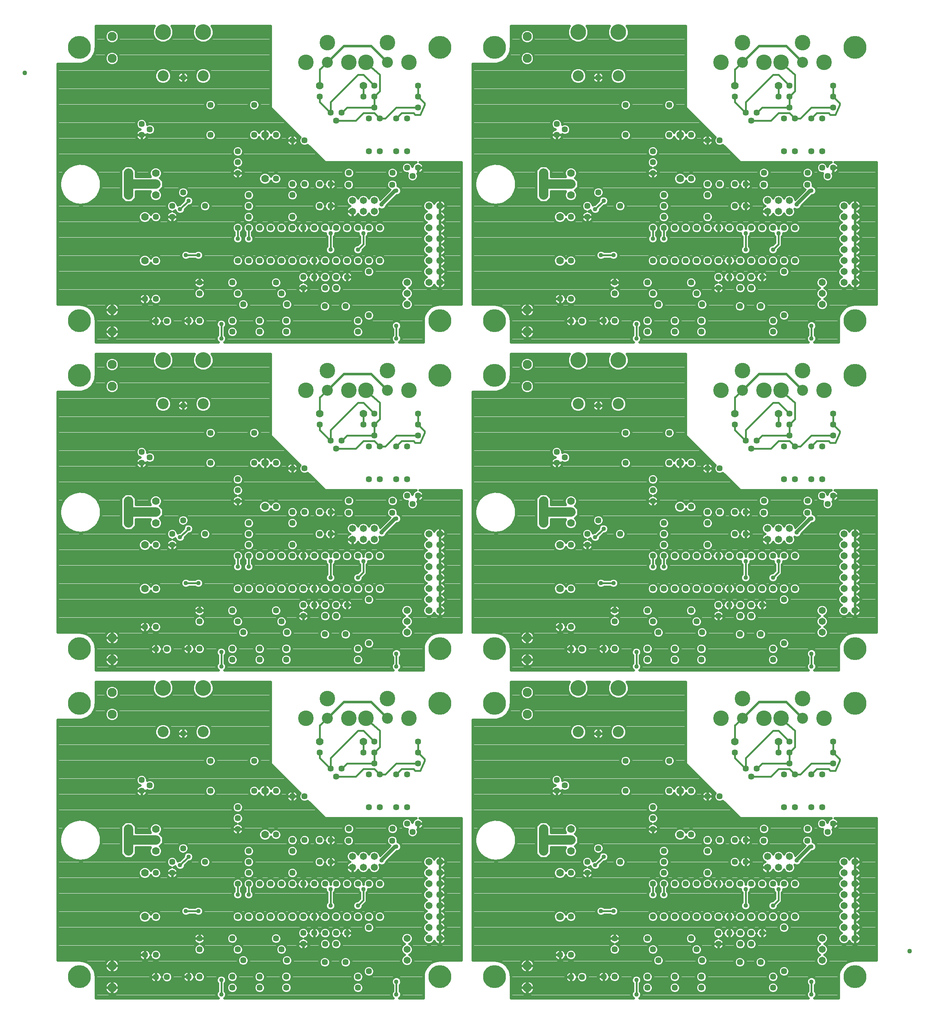
<source format=gbl>
G04 CAM350 V7.6 (Build 209) Date:  Wed Jul 26 15:17:10 2006 *
G04 Database: d:\cam\brmk3-1a\100023-1.cam *
G04 Layer 1: 100023-1.GBL *
%FSLAX24Y24*%
%MOIN*%
%SFA1.000B1.000*%

%MIA0B0*%
%IPPOS*%
%ADD12C,0.05700*%
%ADD13C,0.07000*%
%ADD70C,0.06500*%
%ADD71C,0.21000*%
%ADD21C,0.10040*%
%ADD22C,0.14240*%
%ADD23C,0.14400*%
%ADD24C,0.10050*%
%ADD25C,0.08300*%
%ADD26C,0.02400*%
%ADD27C,0.04000*%
%ADD28C,0.08600*%
%ADD29C,0.01600*%
%ADD72C,0.03200*%
%ADD74C,0.04331*%
%LN100023-1.GBL*%
%LPD*%
G54D12*
X15343Y9842D03*
X16343D03*
X16368Y7817D03*
X17368D03*
X19343Y7842D03*
X20343D03*
Y10342D03*
Y11342D03*
X23343D03*
X23843Y10342D03*
X24343Y9342D03*
X23343Y7842D03*
Y6842D03*
X25843D03*
Y7842D03*
X28293D03*
Y6842D03*
X28343Y9342D03*
X27843Y10342D03*
X27343Y11342D03*
X26843Y13342D03*
X25843D03*
X24843D03*
X23843D03*
Y16342D03*
X24843D03*
X25843D03*
X26843D03*
X27843D03*
X28843D03*
Y17342D03*
X29843Y16342D03*
X30843D03*
X31843D03*
X32843D03*
X33843D03*
X34843D03*
X35843D03*
X36843D03*
Y13342D03*
X35843D03*
X34843D03*
X33843D03*
X32843D03*
X31843D03*
X30843D03*
X29843D03*
X28843D03*
X27843D03*
X29843Y11842D03*
X30843D03*
X31843D03*
X32843D03*
X33843D03*
X32843Y10842D03*
X31843D03*
X31818Y9167D03*
X33718D03*
X34843Y7842D03*
Y6842D03*
X35843Y8342D03*
Y12342D03*
X29843Y10842D03*
X24843Y17342D03*
Y18342D03*
Y19342D03*
X23843Y21342D03*
Y22342D03*
Y23342D03*
X25343Y24842D03*
X27343D03*
X28843Y24342D03*
X29968D03*
X32843Y26142D03*
X32343Y26892D03*
X33343D03*
X31343Y28342D03*
X35343D03*
X36343D03*
Y27342D03*
X35843Y26342D03*
X36843D03*
X38343D03*
X39343D03*
X40343Y27342D03*
Y28342D03*
Y29342D03*
X36343D03*
X35843Y23342D03*
X36843D03*
X38343D03*
X39343D03*
Y21842D03*
X39843Y21092D03*
X40343Y21842D03*
X38018Y21367D03*
X37993Y20292D03*
X34018Y21367D03*
X33993Y20292D03*
X32343Y20342D03*
X31343D03*
X29968D03*
X28843D03*
Y19342D03*
X27343Y20842D03*
X31343Y18342D03*
X32343D03*
X25343Y27592D03*
X21343D03*
X18843Y30092D03*
X15043Y25842D03*
X15793Y25342D03*
X15043Y24842D03*
X21343D03*
X18843Y19592D03*
X17843Y18342D03*
Y17342D03*
X16343D03*
X20843Y18342D03*
X16343Y13342D03*
G54D13*
X15343D03*
Y17342D03*
X16343Y19342D03*
Y20342D03*
Y21342D03*
X26343Y20842D03*
Y24842D03*
X31343Y29342D03*
X35343D03*
G54D70*
Y18842D03*
X34343D03*
Y17842D03*
X35343D03*
X36343D03*
Y18842D03*
X41343Y18342D03*
Y17342D03*
X42343D03*
Y18342D03*
Y16342D03*
X41343D03*
Y15342D03*
Y14342D03*
X42343D03*
Y15342D03*
Y13342D03*
X41343D03*
Y12342D03*
X42343D03*
Y11342D03*
X41343D03*
X39343D03*
Y10342D03*
Y9342D03*
G54D71*
X9343Y7842D03*
Y32842D03*
X42343D03*
Y7842D03*
G54D21*
X37543Y31492D03*
X32043D03*
G54D22*
X30075D03*
X32043Y33263D03*
X34012Y31492D03*
X35575D03*
X37543Y33263D03*
X39512Y31492D03*
G54D23*
X20683Y34242D03*
X17013D03*
G54D24*
Y30242D03*
X20683D03*
G54D25*
X12343Y31842D03*
Y33842D03*
Y8842D03*
Y6842D03*
G54D26*
X36343Y16315D03*
X35343D03*
X32343Y11782D03*
X31343Y16315D03*
X24343D03*
X28343D03*
X27343D03*
X26343D03*
X25343D03*
X32343Y10828D03*
X34343Y16315D03*
X33343D03*
X32343D03*
G54D27*
X13843Y21342D03*
Y20342D03*
Y19342D03*
X18568Y18042D03*
X19343Y18817D03*
X23843Y15342D03*
X24843D03*
X20243Y13842D03*
X19093D03*
X18843Y11367D03*
X18343Y11342D03*
X17843D03*
X22343Y7542D03*
Y6217D03*
X32343Y14342D03*
Y15842D03*
X34843Y14342D03*
X35343Y15842D03*
X37018Y18467D03*
X38368Y19742D03*
Y7392D03*
Y6217D03*
G54D12*
X53343Y9842D03*
X54343D03*
X54368Y7817D03*
X55368D03*
X57343Y7842D03*
X58343D03*
Y10342D03*
Y11342D03*
X61343D03*
X61843Y10342D03*
X62343Y9342D03*
X61343Y7842D03*
Y6842D03*
X63843D03*
Y7842D03*
X66293D03*
Y6842D03*
X66343Y9342D03*
X65843Y10342D03*
X65343Y11342D03*
X64843Y13342D03*
X63843D03*
X62843D03*
X61843D03*
Y16342D03*
X62843D03*
X63843D03*
X64843D03*
X65843D03*
X66843D03*
Y17342D03*
X67843Y16342D03*
X68843D03*
X69843D03*
X70843D03*
X71843D03*
X72843D03*
X73843D03*
X74843D03*
Y13342D03*
X73843D03*
X72843D03*
X71843D03*
X70843D03*
X69843D03*
X68843D03*
X67843D03*
X66843D03*
X65843D03*
X67843Y11842D03*
X68843D03*
X69843D03*
X70843D03*
X71843D03*
X70843Y10842D03*
X69843D03*
X69818Y9167D03*
X71718D03*
X72843Y7842D03*
Y6842D03*
X73843Y8342D03*
Y12342D03*
X67843Y10842D03*
X62843Y17342D03*
Y18342D03*
Y19342D03*
X61843Y21342D03*
Y22342D03*
Y23342D03*
X63343Y24842D03*
X65343D03*
X66843Y24342D03*
X67968D03*
X70843Y26142D03*
X70343Y26892D03*
X71343D03*
X69343Y28342D03*
X73343D03*
X74343D03*
Y27342D03*
X73843Y26342D03*
X74843D03*
X76343D03*
X77343D03*
X78343Y27342D03*
Y28342D03*
Y29342D03*
X74343D03*
X73843Y23342D03*
X74843D03*
X76343D03*
X77343D03*
Y21842D03*
X77843Y21092D03*
X78343Y21842D03*
X76018Y21367D03*
X75993Y20292D03*
X72018Y21367D03*
X71993Y20292D03*
X70343Y20342D03*
X69343D03*
X67968D03*
X66843D03*
Y19342D03*
X65343Y20842D03*
X69343Y18342D03*
X70343D03*
X63343Y27592D03*
X59343D03*
X56843Y30092D03*
X53043Y25842D03*
X53793Y25342D03*
X53043Y24842D03*
X59343D03*
X56843Y19592D03*
X55843Y18342D03*
Y17342D03*
X54343D03*
X58843Y18342D03*
X54343Y13342D03*
G54D13*
X53343D03*
Y17342D03*
X54343Y19342D03*
Y20342D03*
Y21342D03*
X64343Y20842D03*
Y24842D03*
X69343Y29342D03*
X73343D03*
G54D70*
Y18842D03*
X72343D03*
Y17842D03*
X73343D03*
X74343D03*
Y18842D03*
X79343Y18342D03*
Y17342D03*
X80343D03*
Y18342D03*
Y16342D03*
X79343D03*
Y15342D03*
Y14342D03*
X80343D03*
Y15342D03*
Y13342D03*
X79343D03*
Y12342D03*
X80343D03*
Y11342D03*
X79343D03*
X77343D03*
Y10342D03*
Y9342D03*
G54D71*
X47343Y7842D03*
Y32842D03*
X80343D03*
Y7842D03*
G54D21*
X75543Y31492D03*
X70043D03*
G54D22*
X68075D03*
X70043Y33263D03*
X72012Y31492D03*
X73575D03*
X75543Y33263D03*
X77512Y31492D03*
G54D23*
X58683Y34242D03*
X55013D03*
G54D24*
Y30242D03*
X58683D03*
G54D25*
X50343Y31842D03*
Y33842D03*
Y8842D03*
Y6842D03*
G54D26*
X74343Y16315D03*
X73343D03*
X70343Y11782D03*
X69343Y16315D03*
X62343D03*
X66343D03*
X65343D03*
X64343D03*
X63343D03*
X70343Y10828D03*
X72343Y16315D03*
X71343D03*
X70343D03*
G54D27*
X51843Y21342D03*
Y20342D03*
Y19342D03*
X56568Y18042D03*
X57343Y18817D03*
X61843Y15342D03*
X62843D03*
X58243Y13842D03*
X57093D03*
X56843Y11367D03*
X56343Y11342D03*
X55843D03*
X60343Y7542D03*
Y6217D03*
X70343Y14342D03*
Y15842D03*
X72843Y14342D03*
X73343Y15842D03*
X75018Y18467D03*
X76368Y19742D03*
Y7392D03*
Y6217D03*
G54D12*
X15343Y-20158D03*
Y-50158D03*
X16343Y-20158D03*
Y-50158D03*
X16368Y-22183D03*
Y-52183D03*
X17368Y-22183D03*
Y-52183D03*
X19343Y-22158D03*
Y-52158D03*
X20343Y-22158D03*
Y-52158D03*
Y-19658D03*
Y-49658D03*
Y-18658D03*
Y-48658D03*
X23343Y-18658D03*
Y-48658D03*
X23843Y-19658D03*
Y-49658D03*
X24343Y-20658D03*
Y-50658D03*
X23343Y-22158D03*
Y-52158D03*
Y-23158D03*
Y-53158D03*
X25843Y-23158D03*
Y-53158D03*
Y-22158D03*
Y-52158D03*
X28293Y-22158D03*
Y-52158D03*
Y-23158D03*
Y-53158D03*
X28343Y-20658D03*
Y-50658D03*
X27843Y-19658D03*
Y-49658D03*
X27343Y-18658D03*
Y-48658D03*
X26843Y-16658D03*
Y-46658D03*
X25843Y-16658D03*
Y-46658D03*
X24843Y-16658D03*
Y-46658D03*
X23843Y-16658D03*
Y-46658D03*
Y-13658D03*
Y-43658D03*
X24843Y-13658D03*
Y-43658D03*
X25843Y-13658D03*
Y-43658D03*
X26843Y-13658D03*
Y-43658D03*
X27843Y-13658D03*
Y-43658D03*
X28843Y-13658D03*
Y-43658D03*
Y-12658D03*
Y-42658D03*
X29843Y-13658D03*
Y-43658D03*
X30843Y-13658D03*
Y-43658D03*
X31843Y-13658D03*
Y-43658D03*
X32843Y-13658D03*
Y-43658D03*
X33843Y-13658D03*
Y-43658D03*
X34843Y-13658D03*
Y-43658D03*
X35843Y-13658D03*
Y-43658D03*
X36843Y-13658D03*
Y-43658D03*
Y-16658D03*
Y-46658D03*
X35843Y-16658D03*
Y-46658D03*
X34843Y-16658D03*
Y-46658D03*
X33843Y-16658D03*
Y-46658D03*
X32843Y-16658D03*
Y-46658D03*
X31843Y-16658D03*
Y-46658D03*
X30843Y-16658D03*
Y-46658D03*
X29843Y-16658D03*
Y-46658D03*
X28843Y-16658D03*
Y-46658D03*
X27843Y-16658D03*
Y-46658D03*
X29843Y-18158D03*
Y-48158D03*
X30843Y-18158D03*
Y-48158D03*
X31843Y-18158D03*
Y-48158D03*
X32843Y-18158D03*
Y-48158D03*
X33843Y-18158D03*
Y-48158D03*
X32843Y-19158D03*
Y-49158D03*
X31843Y-19158D03*
Y-49158D03*
X31818Y-20833D03*
Y-50833D03*
X33718Y-20833D03*
Y-50833D03*
X34843Y-22158D03*
Y-52158D03*
Y-23158D03*
Y-53158D03*
X35843Y-21658D03*
Y-51658D03*
Y-17658D03*
Y-47658D03*
X29843Y-19158D03*
Y-49158D03*
X24843Y-12658D03*
Y-42658D03*
Y-11658D03*
Y-41658D03*
Y-10658D03*
Y-40658D03*
X23843Y-8658D03*
Y-38658D03*
Y-7658D03*
Y-37658D03*
Y-6658D03*
Y-36658D03*
X25343Y-5158D03*
Y-35158D03*
X27343Y-5158D03*
Y-35158D03*
X28843Y-5658D03*
Y-35658D03*
X29968Y-5658D03*
Y-35658D03*
X32843Y-3858D03*
Y-33858D03*
X32343Y-3108D03*
Y-33108D03*
X33343Y-3108D03*
Y-33108D03*
X31343Y-1658D03*
Y-31658D03*
X35343Y-1658D03*
Y-31658D03*
X36343Y-1658D03*
Y-31658D03*
Y-2658D03*
Y-32658D03*
X35843Y-3658D03*
Y-33658D03*
X36843Y-3658D03*
Y-33658D03*
X38343Y-3658D03*
Y-33658D03*
X39343Y-3658D03*
Y-33658D03*
X40343Y-2658D03*
Y-32658D03*
Y-1658D03*
Y-31658D03*
Y-658D03*
Y-30658D03*
X36343Y-658D03*
Y-30658D03*
X35843Y-6658D03*
Y-36658D03*
X36843Y-6658D03*
Y-36658D03*
X38343Y-6658D03*
Y-36658D03*
X39343Y-6658D03*
Y-36658D03*
Y-8158D03*
Y-38158D03*
X39843Y-8908D03*
Y-38908D03*
X40343Y-8158D03*
Y-38158D03*
X38018Y-8633D03*
Y-38633D03*
X37993Y-9708D03*
Y-39708D03*
X34018Y-8633D03*
Y-38633D03*
X33993Y-9708D03*
Y-39708D03*
X32343Y-9658D03*
Y-39658D03*
X31343Y-9658D03*
Y-39658D03*
X29968Y-9658D03*
Y-39658D03*
X28843Y-9658D03*
Y-39658D03*
Y-10658D03*
Y-40658D03*
X27343Y-9158D03*
Y-39158D03*
X31343Y-11658D03*
Y-41658D03*
X32343Y-11658D03*
Y-41658D03*
X25343Y-2408D03*
Y-32408D03*
X21343Y-2408D03*
Y-32408D03*
X18843Y92D03*
Y-29908D03*
X15043Y-4158D03*
Y-34158D03*
X15793Y-4658D03*
Y-34658D03*
X15043Y-5158D03*
Y-35158D03*
X21343Y-5158D03*
Y-35158D03*
X18843Y-10408D03*
Y-40408D03*
X17843Y-11658D03*
Y-41658D03*
Y-12658D03*
Y-42658D03*
X16343Y-12658D03*
Y-42658D03*
X20843Y-11658D03*
Y-41658D03*
X16343Y-16658D03*
Y-46658D03*
G54D13*
X15343Y-16658D03*
Y-46658D03*
Y-12658D03*
Y-42658D03*
X16343Y-10658D03*
Y-40658D03*
Y-9658D03*
Y-39658D03*
Y-8658D03*
Y-38658D03*
X26343Y-9158D03*
Y-39158D03*
Y-5158D03*
Y-35158D03*
X31343Y-658D03*
Y-30658D03*
X35343Y-658D03*
Y-30658D03*
G54D70*
Y-11158D03*
Y-41158D03*
X34343Y-11158D03*
Y-41158D03*
Y-12158D03*
Y-42158D03*
X35343Y-12158D03*
Y-42158D03*
X36343Y-12158D03*
Y-42158D03*
Y-11158D03*
Y-41158D03*
X41343Y-11658D03*
Y-41658D03*
Y-12658D03*
Y-42658D03*
X42343Y-12658D03*
Y-42658D03*
Y-11658D03*
Y-41658D03*
Y-13658D03*
Y-43658D03*
X41343Y-13658D03*
Y-43658D03*
Y-14658D03*
Y-44658D03*
Y-15658D03*
Y-45658D03*
X42343Y-15658D03*
Y-45658D03*
Y-14658D03*
Y-44658D03*
Y-16658D03*
Y-46658D03*
X41343Y-16658D03*
Y-46658D03*
Y-17658D03*
Y-47658D03*
X42343Y-17658D03*
Y-47658D03*
Y-18658D03*
Y-48658D03*
X41343Y-18658D03*
Y-48658D03*
X39343Y-18658D03*
Y-48658D03*
Y-19658D03*
Y-49658D03*
Y-20658D03*
Y-50658D03*
G54D71*
X9343Y-22158D03*
Y-52158D03*
Y2842D03*
Y-27158D03*
X42343Y2842D03*
Y-27158D03*
Y-22158D03*
Y-52158D03*
G54D21*
X37543Y1492D03*
Y-28508D03*
X32043Y1492D03*
Y-28508D03*
G54D22*
X30075Y1492D03*
Y-28508D03*
X32043Y3263D03*
Y-26737D03*
X34012Y1492D03*
Y-28508D03*
X35575Y1492D03*
Y-28508D03*
X37543Y3263D03*
Y-26737D03*
X39512Y1492D03*
Y-28508D03*
G54D23*
X20683Y4242D03*
Y-25758D03*
X17013Y4242D03*
Y-25758D03*
G54D24*
Y242D03*
Y-29758D03*
X20683Y242D03*
Y-29758D03*
G54D25*
X12343Y1842D03*
Y-28158D03*
Y3842D03*
Y-26158D03*
Y-21158D03*
Y-51158D03*
Y-23158D03*
Y-53158D03*
G54D26*
X36343Y-13685D03*
Y-43685D03*
X35343Y-13685D03*
Y-43685D03*
X32343Y-18218D03*
Y-48218D03*
X31343Y-13685D03*
Y-43685D03*
X24343Y-13685D03*
Y-43685D03*
X28343Y-13685D03*
Y-43685D03*
X27343Y-13685D03*
Y-43685D03*
X26343Y-13685D03*
Y-43685D03*
X25343Y-13685D03*
Y-43685D03*
X32343Y-19172D03*
Y-49172D03*
X34343Y-13685D03*
Y-43685D03*
X33343Y-13685D03*
Y-43685D03*
X32343Y-13685D03*
Y-43685D03*
G54D27*
X13843Y-8658D03*
Y-38658D03*
Y-9658D03*
Y-39658D03*
Y-10658D03*
Y-40658D03*
X18568Y-11958D03*
Y-41958D03*
X19343Y-11183D03*
Y-41183D03*
X23843Y-14658D03*
Y-44658D03*
X24843Y-14658D03*
Y-44658D03*
X20243Y-16158D03*
Y-46158D03*
X19093Y-16158D03*
Y-46158D03*
X18843Y-18633D03*
Y-48633D03*
X18343Y-18658D03*
Y-48658D03*
X17843Y-18658D03*
Y-48658D03*
X22343Y-22458D03*
Y-52458D03*
Y-23783D03*
Y-53783D03*
X32343Y-15658D03*
Y-45658D03*
Y-14158D03*
Y-44158D03*
X34843Y-15658D03*
Y-45658D03*
X35343Y-14158D03*
Y-44158D03*
X37018Y-11533D03*
Y-41533D03*
X38368Y-10258D03*
Y-40258D03*
Y-22608D03*
Y-52608D03*
Y-23783D03*
Y-53783D03*
G54D12*
X53343Y-20158D03*
Y-50158D03*
X54343Y-20158D03*
Y-50158D03*
X54368Y-22183D03*
Y-52183D03*
X55368Y-22183D03*
Y-52183D03*
X57343Y-22158D03*
Y-52158D03*
X58343Y-22158D03*
Y-52158D03*
Y-19658D03*
Y-49658D03*
Y-18658D03*
Y-48658D03*
X61343Y-18658D03*
Y-48658D03*
X61843Y-19658D03*
Y-49658D03*
X62343Y-20658D03*
Y-50658D03*
X61343Y-22158D03*
Y-52158D03*
Y-23158D03*
Y-53158D03*
X63843Y-23158D03*
Y-53158D03*
Y-22158D03*
Y-52158D03*
X66293Y-22158D03*
Y-52158D03*
Y-23158D03*
Y-53158D03*
X66343Y-20658D03*
Y-50658D03*
X65843Y-19658D03*
Y-49658D03*
X65343Y-18658D03*
Y-48658D03*
X64843Y-16658D03*
Y-46658D03*
X63843Y-16658D03*
Y-46658D03*
X62843Y-16658D03*
Y-46658D03*
X61843Y-16658D03*
Y-46658D03*
Y-13658D03*
Y-43658D03*
X62843Y-13658D03*
Y-43658D03*
X63843Y-13658D03*
Y-43658D03*
X64843Y-13658D03*
Y-43658D03*
X65843Y-13658D03*
Y-43658D03*
X66843Y-13658D03*
Y-43658D03*
Y-12658D03*
Y-42658D03*
X67843Y-13658D03*
Y-43658D03*
X68843Y-13658D03*
Y-43658D03*
X69843Y-13658D03*
Y-43658D03*
X70843Y-13658D03*
Y-43658D03*
X71843Y-13658D03*
Y-43658D03*
X72843Y-13658D03*
Y-43658D03*
X73843Y-13658D03*
Y-43658D03*
X74843Y-13658D03*
Y-43658D03*
Y-16658D03*
Y-46658D03*
X73843Y-16658D03*
Y-46658D03*
X72843Y-16658D03*
Y-46658D03*
X71843Y-16658D03*
Y-46658D03*
X70843Y-16658D03*
Y-46658D03*
X69843Y-16658D03*
Y-46658D03*
X68843Y-16658D03*
Y-46658D03*
X67843Y-16658D03*
Y-46658D03*
X66843Y-16658D03*
Y-46658D03*
X65843Y-16658D03*
Y-46658D03*
X67843Y-18158D03*
Y-48158D03*
X68843Y-18158D03*
Y-48158D03*
X69843Y-18158D03*
Y-48158D03*
X70843Y-18158D03*
Y-48158D03*
X71843Y-18158D03*
Y-48158D03*
X70843Y-19158D03*
Y-49158D03*
X69843Y-19158D03*
Y-49158D03*
X69818Y-20833D03*
Y-50833D03*
X71718Y-20833D03*
Y-50833D03*
X72843Y-22158D03*
Y-52158D03*
Y-23158D03*
Y-53158D03*
X73843Y-21658D03*
Y-51658D03*
Y-17658D03*
Y-47658D03*
X67843Y-19158D03*
Y-49158D03*
X62843Y-12658D03*
Y-42658D03*
Y-11658D03*
Y-41658D03*
Y-10658D03*
Y-40658D03*
X61843Y-8658D03*
Y-38658D03*
Y-7658D03*
Y-37658D03*
Y-6658D03*
Y-36658D03*
X63343Y-5158D03*
Y-35158D03*
X65343Y-5158D03*
Y-35158D03*
X66843Y-5658D03*
Y-35658D03*
X67968Y-5658D03*
Y-35658D03*
X70843Y-3858D03*
Y-33858D03*
X70343Y-3108D03*
Y-33108D03*
X71343Y-3108D03*
Y-33108D03*
X69343Y-1658D03*
Y-31658D03*
X73343Y-1658D03*
Y-31658D03*
X74343Y-1658D03*
Y-31658D03*
Y-2658D03*
Y-32658D03*
X73843Y-3658D03*
Y-33658D03*
X74843Y-3658D03*
Y-33658D03*
X76343Y-3658D03*
Y-33658D03*
X77343Y-3658D03*
Y-33658D03*
X78343Y-2658D03*
Y-32658D03*
Y-1658D03*
Y-31658D03*
Y-658D03*
Y-30658D03*
X74343Y-658D03*
Y-30658D03*
X73843Y-6658D03*
Y-36658D03*
X74843Y-6658D03*
Y-36658D03*
X76343Y-6658D03*
Y-36658D03*
X77343Y-6658D03*
Y-36658D03*
Y-8158D03*
Y-38158D03*
X77843Y-8908D03*
Y-38908D03*
X78343Y-8158D03*
Y-38158D03*
X76018Y-8633D03*
Y-38633D03*
X75993Y-9708D03*
Y-39708D03*
X72018Y-8633D03*
Y-38633D03*
X71993Y-9708D03*
Y-39708D03*
X70343Y-9658D03*
Y-39658D03*
X69343Y-9658D03*
Y-39658D03*
X67968Y-9658D03*
Y-39658D03*
X66843Y-9658D03*
Y-39658D03*
Y-10658D03*
Y-40658D03*
X65343Y-9158D03*
Y-39158D03*
X69343Y-11658D03*
Y-41658D03*
X70343Y-11658D03*
Y-41658D03*
X63343Y-2408D03*
Y-32408D03*
X59343Y-2408D03*
Y-32408D03*
X56843Y92D03*
Y-29908D03*
X53043Y-4158D03*
Y-34158D03*
X53793Y-4658D03*
Y-34658D03*
X53043Y-5158D03*
Y-35158D03*
X59343Y-5158D03*
Y-35158D03*
X56843Y-10408D03*
Y-40408D03*
X55843Y-11658D03*
Y-41658D03*
Y-12658D03*
Y-42658D03*
X54343Y-12658D03*
Y-42658D03*
X58843Y-11658D03*
Y-41658D03*
X54343Y-16658D03*
Y-46658D03*
G54D13*
X53343Y-16658D03*
Y-46658D03*
Y-12658D03*
Y-42658D03*
X54343Y-10658D03*
Y-40658D03*
Y-9658D03*
Y-39658D03*
Y-8658D03*
Y-38658D03*
X64343Y-9158D03*
Y-39158D03*
Y-5158D03*
Y-35158D03*
X69343Y-658D03*
Y-30658D03*
X73343Y-658D03*
Y-30658D03*
G54D70*
Y-11158D03*
Y-41158D03*
X72343Y-11158D03*
Y-41158D03*
Y-12158D03*
Y-42158D03*
X73343Y-12158D03*
Y-42158D03*
X74343Y-12158D03*
Y-42158D03*
Y-11158D03*
Y-41158D03*
X79343Y-11658D03*
Y-41658D03*
Y-12658D03*
Y-42658D03*
X80343Y-12658D03*
Y-42658D03*
Y-11658D03*
Y-41658D03*
Y-13658D03*
Y-43658D03*
X79343Y-13658D03*
Y-43658D03*
Y-14658D03*
Y-44658D03*
Y-15658D03*
Y-45658D03*
X80343Y-15658D03*
Y-45658D03*
Y-14658D03*
Y-44658D03*
Y-16658D03*
Y-46658D03*
X79343Y-16658D03*
Y-46658D03*
Y-17658D03*
Y-47658D03*
X80343Y-17658D03*
Y-47658D03*
Y-18658D03*
Y-48658D03*
X79343Y-18658D03*
Y-48658D03*
X77343Y-18658D03*
Y-48658D03*
Y-19658D03*
Y-49658D03*
Y-20658D03*
Y-50658D03*
G54D71*
X47343Y-22158D03*
Y-52158D03*
Y2842D03*
Y-27158D03*
X80343Y2842D03*
Y-27158D03*
Y-22158D03*
Y-52158D03*
G54D21*
X75543Y1492D03*
Y-28508D03*
X70043Y1492D03*
Y-28508D03*
G54D22*
X68075Y1492D03*
Y-28508D03*
X70043Y3263D03*
Y-26737D03*
X72012Y1492D03*
Y-28508D03*
X73575Y1492D03*
Y-28508D03*
X75543Y3263D03*
Y-26737D03*
X77512Y1492D03*
Y-28508D03*
G54D23*
X58683Y4242D03*
Y-25758D03*
X55013Y4242D03*
Y-25758D03*
G54D24*
Y242D03*
Y-29758D03*
X58683Y242D03*
Y-29758D03*
G54D25*
X50343Y1842D03*
Y-28158D03*
Y3842D03*
Y-26158D03*
Y-21158D03*
Y-51158D03*
Y-23158D03*
Y-53158D03*
G54D26*
X74343Y-13685D03*
Y-43685D03*
X73343Y-13685D03*
Y-43685D03*
X70343Y-18218D03*
Y-48218D03*
X69343Y-13685D03*
Y-43685D03*
X62343Y-13685D03*
Y-43685D03*
X66343Y-13685D03*
Y-43685D03*
X65343Y-13685D03*
Y-43685D03*
X64343Y-13685D03*
Y-43685D03*
X63343Y-13685D03*
Y-43685D03*
X70343Y-19172D03*
Y-49172D03*
X72343Y-13685D03*
Y-43685D03*
X71343Y-13685D03*
Y-43685D03*
X70343Y-13685D03*
Y-43685D03*
G54D27*
X51843Y-8658D03*
Y-38658D03*
Y-9658D03*
Y-39658D03*
Y-10658D03*
Y-40658D03*
X56568Y-11958D03*
Y-41958D03*
X57343Y-11183D03*
Y-41183D03*
X61843Y-14658D03*
Y-44658D03*
X62843Y-14658D03*
Y-44658D03*
X58243Y-16158D03*
Y-46158D03*
X57093Y-16158D03*
Y-46158D03*
X56843Y-18633D03*
Y-48633D03*
X56343Y-18658D03*
Y-48658D03*
X55843Y-18658D03*
Y-48658D03*
X60343Y-22458D03*
Y-52458D03*
Y-23783D03*
Y-53783D03*
X70343Y-15658D03*
Y-45658D03*
Y-14158D03*
Y-44158D03*
X72843Y-15658D03*
Y-45658D03*
X73343Y-14158D03*
Y-44158D03*
X75018Y-11533D03*
Y-41533D03*
X76368Y-10258D03*
Y-40258D03*
Y-22608D03*
Y-52608D03*
Y-23783D03*
Y-53783D03*
G54D74*
X4343Y30499D03*
X85343Y-49815D03*
G54D26*
X12333Y6852D02*
G01Y6832D01*
X11698*
Y6713*
X11797Y6476*
X11978Y6295*
X12215Y6197*
X12333*
Y6831*
X12353*
Y6197*
X12472*
X12709Y6295*
X12890Y6476*
X12988Y6713*
Y6832*
X12354*
Y6852*
X12988*
Y6970*
X12890Y7207*
X12709Y7389*
X12472Y7487*
X12353*
Y6852*
X12333*
X11698*
Y6970*
X11797Y7207*
X11978Y7389*
X12215Y7487*
X12333*
Y6852*
Y6773D02*
G01X12353D01*
X12333Y7012D02*
G01X12353D01*
X12333Y7250D02*
G01X12353D01*
X12847D02*
G01X22013D01*
X22023Y7239D02*
G01Y6519D01*
X21970Y6466*
X21903Y6304*
Y6129*
X21970Y5967*
X22076Y5862*
X10843*
Y7842*
X10828Y8055*
X10783Y8264*
X10708Y8465*
X10605Y8653*
X10477Y8824*
X10326Y8975*
X10154Y9104*
X9967Y9206*
X9766Y9281*
X9557Y9326*
X9343Y9342*
X7363*
Y31342*
X9343*
X9557Y31357*
X9766Y31402*
X9967Y31477*
X10154Y31580*
X10326Y31708*
X10477Y31859*
X10605Y32031*
X10708Y32219*
X10783Y32419*
X10828Y32628*
X10843Y32842*
Y34822*
X16236*
X16200Y34786*
X16053Y34433*
Y34051*
X16200Y33698*
X16470Y33428*
X16822Y33282*
X17204*
X17557Y33428*
X17827Y33698*
X17973Y34051*
Y34433*
X17827Y34786*
X17791Y34822*
X19906*
X19870Y34786*
X19723Y34433*
Y34051*
X19870Y33698*
X20140Y33428*
X20492Y33282*
X20874*
X21227Y33428*
X21497Y33698*
X21643Y34051*
Y34433*
X21497Y34786*
X21461Y34822*
X26843*
Y27342*
X29552Y24633*
X29545Y24625*
X29468Y24441*
Y24242*
X29545Y24059*
X29685Y23918*
X29869Y23842*
X30068*
X30252Y23918*
X30259Y23926*
X31843Y22342*
X40205*
X40052Y22278*
X39596*
X39627Y22266D02*
G01X39443Y22342D01*
X39244*
X39060Y22266*
X38920Y22125*
X38843Y21941*
Y21742*
X38920Y21559*
X39060Y21418*
X39244Y21342*
X39406*
X39343Y21191*
Y20992*
X39420Y20809*
X39560Y20668*
X39744Y20592*
X39943*
X40127Y20668*
X40267Y20809*
X40343Y20992*
Y21191*
X40287Y21327*
X40343*
Y21841*
X40344*
Y21327*
X40446*
X40635Y21405*
X40780Y21550*
X40858Y21739*
Y21841*
X40344*
Y21842*
X40858*
Y21944*
X40780Y22133*
X40635Y22278*
X44323*
Y22342D02*
G01Y9342D01*
X42343*
X42130Y9326*
X41921Y9281*
X41720Y9206*
X41533Y9104*
X41361Y8975*
X41210Y8824*
X41082Y8653*
X40979Y8465*
X40904Y8264*
X40859Y8055*
X40843Y7842*
Y5862*
X38636*
X38741Y5967*
X38808Y6129*
Y6304*
X38741Y6466*
X38688Y6519*
Y7089*
X38741Y7142*
X38808Y7304*
Y7479*
X38741Y7641*
X38618Y7765*
X38456Y7832*
X38281*
X38119Y7765*
X37995Y7641*
X37928Y7479*
Y7304*
X37995Y7142*
X38048Y7089*
Y6519*
X37995Y6466*
X37928Y6304*
Y6129*
X37995Y5967*
X38101Y5862*
X22611*
X22716Y5967*
X22783Y6129*
Y6304*
X22716Y6466*
X22663Y6519*
Y7239*
X22716Y7292*
X22783Y7454*
Y7629*
X22716Y7791*
X22593Y7915*
X22431Y7982*
X22256*
X22094Y7915*
X21970Y7791*
X21903Y7629*
Y7454*
X21970Y7292*
X22023Y7239*
Y7012D02*
G01X12971D01*
X12988Y6773D02*
G01X22023D01*
Y6534D02*
G01X12914D01*
X12710Y6296D02*
G01X21903D01*
X21933Y6057D02*
G01X10843D01*
Y6296D02*
G01X11977D01*
X11773Y6534D02*
G01X10843D01*
Y6773D02*
G01X11698D01*
X11716Y7012D02*
G01X10843D01*
Y7250D02*
G01X11840D01*
X12333Y6534D02*
G01X12353D01*
X12333Y6296D02*
G01X12353D01*
X10843Y7489D02*
G01X15968D01*
X15932Y7525D02*
G01X16077Y7380D01*
X16266Y7302*
X16368*
Y7816*
X16369*
Y7302*
X16471*
X16660Y7380*
X16805Y7525*
X16877Y7698*
X16945Y7534*
X17085Y7393*
X17269Y7317*
X17468*
X17652Y7393*
X17792Y7534*
X17868Y7717*
Y7916*
X17792Y8100*
X17652Y8241*
X17468Y8317*
X17269*
X17085Y8241*
X16945Y8100*
X16877Y7936*
X16805Y8108*
X16660Y8253*
X16471Y8332*
X16369*
Y7817*
X16368*
Y7816*
X15853*
Y7714*
X15932Y7525*
X15853Y7727D02*
G01X10843D01*
X10835Y7966D02*
G01X15873D01*
X15853Y7919D02*
G01Y7817D01*
X16368*
Y8332*
X16266*
X16077Y8253*
X15932Y8108*
X15853Y7919*
X16028Y8204D02*
G01X12490D01*
X12472Y8197D02*
G01X12709Y8295D01*
X12890Y8476*
X12988Y8713*
Y8832*
X12354*
Y8852*
X12988*
Y8970*
X12890Y9207*
X12709Y9389*
X12472Y9487*
X12353*
Y8852*
X12333*
Y8832*
X11698*
Y8713*
X11797Y8476*
X11978Y8295*
X12215Y8197*
X12333*
Y8831*
X12353*
Y8197*
X12472*
X12353Y8204D02*
G01X12333D01*
X12197D02*
G01X10796D01*
X10716Y8443D02*
G01X11830D01*
X11712Y8681D02*
G01X10584D01*
X10381Y8920D02*
G01X11698D01*
Y8970D02*
G01Y8852D01*
X12333*
Y9487*
X12215*
X11978Y9389*
X11797Y9207*
X11698Y8970*
X11777Y9158D02*
G01X10054D01*
X11999Y9397D02*
G01X7363D01*
Y9636D02*
G01X14871D01*
X14907Y9550D02*
G01X14828Y9739D01*
Y9841*
X15343*
X15344*
Y9327*
X15446*
X15635Y9405*
X15780Y9550*
X15852Y9723*
X15920Y9559*
X16060Y9418*
X16244Y9342*
X16443*
X16627Y9418*
X16767Y9559*
X16843Y9742*
Y9941*
X16767Y10125*
X16627Y10266*
X16443Y10342*
X16244*
X16060Y10266*
X15920Y10125*
X15852Y9961*
X15780Y10133*
X15635Y10278*
X15446Y10357*
X15344*
Y9842*
X15343*
Y9841*
Y9327*
X15241*
X15052Y9405*
X14907Y9550*
X15071Y9397D02*
G01X12688D01*
X12910Y9158D02*
G01X23878D01*
X23843Y9242D02*
G01X23920Y9059D01*
X24060Y8918*
X24244Y8842*
X24443*
X24627Y8918*
X24767Y9059*
X24843Y9242*
Y9441*
X24767Y9625*
X24627Y9766*
X24443Y9842*
X24244*
X24060Y9766*
X23920Y9625*
X23843Y9441*
Y9242*
Y9397D02*
G01X16576D01*
X16799Y9636D02*
G01X23930D01*
X23943Y9842D02*
G01X24127Y9918D01*
X24267Y10059*
X24343Y10242*
Y10441*
X24267Y10625*
X24127Y10766*
X23943Y10842*
X23744*
X23560Y10766*
X23420Y10625*
X23343Y10441*
Y10242*
X23420Y10059*
X23560Y9918*
X23744Y9842*
X23943*
X24021Y9874D02*
G01X27666D01*
X27744Y9842D02*
G01X27560Y9918D01*
X27420Y10059*
X27343Y10242*
Y10441*
X27420Y10625*
X27560Y10766*
X27744Y10842*
X27943*
X28127Y10766*
X28267Y10625*
X28343Y10441*
Y10242*
X28267Y10059*
X28127Y9918*
X27943Y9842*
X27744*
X27930Y9636D02*
G01X24757D01*
X24843Y9397D02*
G01X27843D01*
Y9441D02*
G01X27920Y9625D01*
X28060Y9766*
X28244Y9842*
X28443*
X28627Y9766*
X28767Y9625*
X28843Y9441*
Y9242*
X28767Y9059*
X28627Y8918*
X28443Y8842*
X28244*
X28060Y8918*
X27920Y9059*
X27843Y9242*
Y9441*
X27878Y9158D02*
G01X24809D01*
X24629Y8920D02*
G01X28058D01*
X28629D02*
G01X31379D01*
X31395Y8884D02*
G01X31535Y8743D01*
X31719Y8667*
X31918*
X32102Y8743*
X32242Y8884*
X32318Y9067*
Y9266*
X32242Y9450*
X32102Y9591*
X31918Y9667*
X31719*
X31535Y9591*
X31395Y9450*
X31318Y9266*
Y9067*
X31395Y8884*
X31318Y9158D02*
G01X28809D01*
X28843Y9397D02*
G01X31373D01*
X31644Y9636D02*
G01X28757D01*
X28290Y10113D02*
G01X38854D01*
X38886Y10036D02*
G01X39038Y9884D01*
X39140Y9842*
X39038Y9799*
X38886Y9648*
X38803Y9449*
Y9234*
X38886Y9036*
X39038Y8884*
X39236Y8802*
X39451*
X39649Y8884*
X39801Y9036*
X39883Y9234*
Y9449*
X39801Y9648*
X39649Y9799*
X39547Y9842*
X39649Y9884*
X39801Y10036*
X39883Y10234*
Y10449*
X39801Y10648*
X39649Y10799*
X39547Y10842*
X39649Y10884*
X39801Y11036*
X39883Y11234*
Y11449*
X39801Y11648*
X39649Y11799*
X39451Y11882*
X39236*
X39038Y11799*
X38886Y11648*
X38803Y11449*
Y11234*
X38886Y11036*
X39038Y10884*
X39140Y10842*
X39038Y10799*
X38886Y10648*
X38803Y10449*
Y10234*
X38886Y10036*
X39061Y9874D02*
G01X28021D01*
X28343Y10351D02*
G01X29682D01*
X29741Y10327D02*
G01X29843D01*
Y10841*
X29844*
Y10327*
X29946*
X30135Y10405*
X30280Y10550*
X30358Y10739*
Y10841*
X29844*
Y10842*
X30358*
Y10944*
X30280Y11133*
X30135Y11278*
X29962Y11350*
X30127Y11418*
X30267Y11559*
X30335Y11723*
X30407Y11550*
X30552Y11405*
X30741Y11327*
X30843*
Y11841*
X30844*
Y11327*
X30946*
X31135Y11405*
X31280Y11550*
X31352Y11723*
X31420Y11559*
X31560Y11418*
X31744Y11342*
X31943*
X32127Y11418*
X32267Y11559*
X32343Y11742*
Y11941*
X32267Y12125*
X32127Y12266*
X31943Y12342*
X31744*
X31560Y12266*
X31420Y12125*
X31352Y11961*
X31280Y12133*
X31135Y12278*
X30946Y12357*
X30844*
Y11842*
X30843*
Y12357*
X30741*
X30552Y12278*
X30407Y12133*
X30335Y11961*
X30267Y12125*
X30127Y12266*
X29943Y12342*
X29744*
X29560Y12266*
X29420Y12125*
X29343Y11941*
Y11742*
X29420Y11559*
X29560Y11418*
X29724Y11350*
X29552Y11278*
X29407Y11133*
X29328Y10944*
Y10842*
X29843*
Y10841*
X29328*
Y10739*
X29407Y10550*
X29552Y10405*
X29741Y10327*
X29843Y10351D02*
G01X29844D01*
X30005D02*
G01X31721D01*
X31744Y10342D02*
G01X31943D01*
X32127Y10418*
X32267Y10559*
X32343Y10742*
Y10941*
X32267Y11125*
X32127Y11266*
X31943Y11342*
X31744*
X31560Y11266*
X31420Y11125*
X31343Y10941*
Y10742*
X31420Y10559*
X31560Y10418*
X31744Y10342*
X31966Y10351D02*
G01X32721D01*
X32744Y10342D02*
G01X32943D01*
X33127Y10418*
X33267Y10559*
X33343Y10742*
Y10941*
X33267Y11125*
X33127Y11266*
X32943Y11342*
X33127Y11418*
X33267Y11559*
X33335Y11723*
X33407Y11550*
X33552Y11405*
X33741Y11327*
X33843*
Y11841*
X33844*
Y11327*
X33946*
X34135Y11405*
X34280Y11550*
X34358Y11739*
Y11841*
X33844*
Y11842*
X34358*
Y11944*
X34280Y12133*
X34135Y12278*
X33946Y12357*
X33844*
Y11842*
X33843*
Y12357*
X33741*
X33552Y12278*
X33407Y12133*
X33335Y11961*
X33267Y12125*
X33127Y12266*
X32943Y12342*
X32744*
X32560Y12266*
X32420Y12125*
X32343Y11941*
Y11742*
X32420Y11559*
X32560Y11418*
X32744Y11342*
X32943*
X32744*
X32560Y11266*
X32420Y11125*
X32343Y10941*
Y10742*
X32420Y10559*
X32560Y10418*
X32744Y10342*
X32966Y10351D02*
G01X38803D01*
X38862Y10590D02*
G01X33280D01*
X33343Y10828D02*
G01X39107D01*
X38873Y11067D02*
G01X33291D01*
X33031Y11305D02*
G01X38803D01*
X38843Y11544D02*
G01X34274D01*
X34358Y11782D02*
G01X39020D01*
X39666D02*
G01X41020D01*
X41038Y11799D02*
G01X40886Y11648D01*
X40803Y11449*
Y11234*
X40886Y11036*
X41038Y10884*
X41236Y10802*
X41451*
X41649Y10884*
X41801Y11036*
X41835Y11118*
X41873Y11027*
X42029Y10871*
X42233Y10787*
X42343*
Y11341*
X42344*
Y10787*
X42454*
X42658Y10871*
X42814Y11027*
X42898Y11231*
Y11341*
X42344*
Y11342*
X42898*
Y11452*
X42814Y11656*
X42658Y11812*
X42587Y11842*
X42658Y11871*
X42814Y12027*
X42898Y12231*
Y12341*
X42344*
Y11897*
Y11342*
X42343*
Y11897*
Y12341*
X42344*
Y12342*
X42898*
Y12452*
X42814Y12656*
X42658Y12812*
X42587Y12842*
X42658Y12871*
X42814Y13027*
X42898Y13231*
Y13341*
X42344*
Y12897*
Y12342*
X42343*
Y12897*
Y13341*
X42344*
Y13342*
X42898*
Y13452*
X42814Y13656*
X42658Y13812*
X42587Y13842*
X42658Y13871*
X42814Y14027*
X42898Y14231*
Y14341*
X42344*
Y13787*
Y13342*
X42343*
Y13787*
Y14341*
X42344*
Y14342*
X42898*
Y14452*
X42814Y14656*
X42658Y14812*
X42587Y14842*
X42658Y14871*
X42814Y15027*
X42898Y15231*
Y15341*
X42344*
Y14787*
Y14342*
X42343*
Y14897*
Y15341*
X42344*
Y15342*
X42898*
Y15452*
X42814Y15656*
X42658Y15812*
X42587Y15842*
X42658Y15871*
X42814Y16027*
X42898Y16231*
Y16341*
X42344*
Y15897*
Y15342*
X42343*
Y15897*
Y16341*
X42344*
Y16342*
X42898*
Y16452*
X42814Y16656*
X42658Y16812*
X42587Y16842*
X42658Y16871*
X42814Y17027*
X42898Y17231*
Y17341*
X42344*
Y16897*
Y16342*
X42343*
Y16897*
Y17341*
X42344*
Y17342*
X42898*
Y17452*
X42814Y17656*
X42658Y17812*
X42587Y17842*
X42658Y17871*
X42814Y18027*
X42898Y18231*
Y18341*
X42344*
Y17897*
Y17342*
X42343*
Y17897*
Y18341*
X42344*
Y18342*
X42898*
Y18452*
X42814Y18656*
X42658Y18812*
X42454Y18897*
X42344*
Y18342*
X42343*
Y18897*
X42233*
X42029Y18812*
X41873Y18656*
X41835Y18565*
X41801Y18648*
X41649Y18799*
X41451Y18882*
X41236*
X41038Y18799*
X40886Y18648*
X40803Y18449*
Y18234*
X40886Y18036*
X41038Y17884*
X41140Y17842*
X41038Y17799*
X40886Y17648*
X40803Y17449*
Y17234*
X40886Y17036*
X41038Y16884*
X41140Y16842*
X41038Y16799*
X40886Y16648*
X40803Y16449*
Y16234*
X40886Y16036*
X41038Y15884*
X41140Y15842*
X41038Y15799*
X40886Y15648*
X40803Y15449*
Y15234*
X40886Y15036*
X41038Y14884*
X41140Y14842*
X41038Y14799*
X40886Y14648*
X40803Y14449*
Y14234*
X40886Y14036*
X41038Y13884*
X41140Y13842*
X41038Y13799*
X40886Y13648*
X40803Y13449*
Y13234*
X40886Y13036*
X41038Y12884*
X41140Y12842*
X41038Y12799*
X40886Y12648*
X40803Y12449*
Y12234*
X40886Y12036*
X41038Y11884*
X41140Y11842*
X41038Y11799*
X40901Y12021D02*
G01X36230D01*
X36267Y12059D02*
G01X36343Y12242D01*
Y12441*
X36267Y12625*
X36127Y12766*
X35943Y12842*
X36127Y12918*
X36267Y13059*
X36343Y13242*
Y13441*
X36267Y13625*
X36127Y13766*
X35943Y13842*
X35744*
X35560Y13766*
X35420Y13625*
X35343Y13441*
X35267Y13625*
X35127Y13766*
X34943Y13842*
X34744*
X34560Y13766*
X34420Y13625*
X34343Y13441*
X34267Y13625*
X34127Y13766*
X33943Y13842*
X33744*
X33560Y13766*
X33420Y13625*
X33343Y13441*
X33267Y13625*
X33127Y13766*
X32943Y13842*
X32744*
X32560Y13766*
X32420Y13625*
X32343Y13441*
X32267Y13625*
X32127Y13766*
X31943Y13842*
X31744*
X31560Y13766*
X31420Y13625*
X31352Y13461*
X31280Y13633*
X31135Y13778*
X30946Y13857*
X30844*
Y13342*
X30843*
Y13857*
X30741*
X30552Y13778*
X30407Y13633*
X30335Y13461*
X30267Y13625*
X30127Y13766*
X29943Y13842*
X29744*
X29560Y13766*
X29420Y13625*
X29343Y13441*
X29267Y13625*
X29127Y13766*
X28943Y13842*
X28744*
X28560Y13766*
X28420Y13625*
X28343Y13441*
X28267Y13625*
X28127Y13766*
X27943Y13842*
X27744*
X27560Y13766*
X27420Y13625*
X27343Y13441*
X27267Y13625*
X27127Y13766*
X26943Y13842*
X26744*
X26560Y13766*
X26420Y13625*
X26343Y13441*
X26267Y13625*
X26127Y13766*
X25943Y13842*
X25744*
X25560Y13766*
X25420Y13625*
X25343Y13441*
X25267Y13625*
X25127Y13766*
X24943Y13842*
X24744*
X24560Y13766*
X24420Y13625*
X24343Y13441*
X24267Y13625*
X24127Y13766*
X23943Y13842*
X23744*
X23560Y13766*
X23420Y13625*
X23343Y13441*
Y13242*
X23420Y13059*
X23560Y12918*
X23744Y12842*
X23943*
X24127Y12918*
X24267Y13059*
X24343Y13242*
Y13441*
Y13242*
X24420Y13059*
X24560Y12918*
X24744Y12842*
X24943*
X25127Y12918*
X25267Y13059*
X25343Y13242*
Y13441*
Y13242*
X25420Y13059*
X25560Y12918*
X25744Y12842*
X25943*
X26127Y12918*
X26267Y13059*
X26343Y13242*
Y13441*
Y13242*
X26420Y13059*
X26560Y12918*
X26744Y12842*
X26943*
X27127Y12918*
X27267Y13059*
X27343Y13242*
Y13441*
Y13242*
X27420Y13059*
X27560Y12918*
X27744Y12842*
X27943*
X28127Y12918*
X28267Y13059*
X28343Y13242*
Y13441*
Y13242*
X28420Y13059*
X28560Y12918*
X28744Y12842*
X28943*
X29127Y12918*
X29267Y13059*
X29343Y13242*
Y13441*
Y13242*
X29420Y13059*
X29560Y12918*
X29744Y12842*
X29943*
X30127Y12918*
X30267Y13059*
X30335Y13223*
X30407Y13050*
X30552Y12905*
X30741Y12827*
X30843*
Y13341*
X30844*
Y12827*
X30946*
X31135Y12905*
X31280Y13050*
X31352Y13223*
X31420Y13059*
X31560Y12918*
X31744Y12842*
X31943*
X32127Y12918*
X32267Y13059*
X32343Y13242*
Y13441*
Y13242*
X32420Y13059*
X32560Y12918*
X32744Y12842*
X32943*
X33127Y12918*
X33267Y13059*
X33343Y13242*
Y13441*
Y13242*
X33420Y13059*
X33560Y12918*
X33744Y12842*
X33943*
X34127Y12918*
X34267Y13059*
X34343Y13242*
Y13441*
Y13242*
X34420Y13059*
X34560Y12918*
X34744Y12842*
X34943*
X35127Y12918*
X35267Y13059*
X35343Y13242*
Y13441*
Y13242*
X35420Y13059*
X35560Y12918*
X35744Y12842*
X35943*
X35744*
X35560Y12766*
X35420Y12625*
X35343Y12441*
Y12242*
X35420Y12059*
X35560Y11918*
X35744Y11842*
X35943*
X36127Y11918*
X36267Y12059*
X36343Y12259D02*
G01X40803D01*
X40824Y12498D02*
G01X36320D01*
X36156Y12737D02*
G01X40975D01*
X40946Y12975D02*
G01X37184D01*
X37127Y12918D02*
G01X37267Y13059D01*
X37343Y13242*
Y13441*
X37267Y13625*
X37127Y13766*
X36943Y13842*
X36744*
X36560Y13766*
X36420Y13625*
X36343Y13441*
Y13242*
X36420Y13059*
X36560Y12918*
X36744Y12842*
X36943*
X37127Y12918*
X37332Y13214D02*
G01X40812D01*
X40805Y13452D02*
G01X37339D01*
X37201Y13691D02*
G01X40929D01*
X40992Y13929D02*
G01X34998D01*
X34931Y13902D02*
G01X35093Y13969D01*
X35216Y14092*
X35283Y14254*
Y14329*
X35476Y14522*
X35663Y14709*
Y15539*
X35716Y15592*
X35783Y15754*
Y15842*
X35943*
X36127Y15918*
X36267Y16059*
X36343Y16242*
Y16441*
X36267Y16625*
X36127Y16766*
X35943Y16842*
X35744*
X35560Y16766*
X35420Y16625*
X35343Y16441*
X35267Y16625*
X35127Y16766*
X34943Y16842*
X34744*
X34560Y16766*
X34420Y16625*
X34343Y16441*
X34267Y16625*
X34127Y16766*
X33943Y16842*
X33744*
X33560Y16766*
X33420Y16625*
X33343Y16441*
X33267Y16625*
X33127Y16766*
X32943Y16842*
X32744*
X32560Y16766*
X32420Y16625*
X32343Y16441*
X32267Y16625*
X32127Y16766*
X31943Y16842*
X31744*
X31560Y16766*
X31420Y16625*
X31343Y16441*
X31267Y16625*
X31127Y16766*
X30943Y16842*
X30744*
X30560Y16766*
X30420Y16625*
X30352Y16461*
X30280Y16633*
X30135Y16778*
X29946Y16857*
X29844*
Y16342*
X29843*
Y16857*
X29741*
X29552Y16778*
X29407Y16633*
X29335Y16461*
X29267Y16625*
X29127Y16766*
X28943Y16842*
X29127Y16918*
X29267Y17059*
X29343Y17242*
Y17441*
X29267Y17625*
X29127Y17766*
X28943Y17842*
X28744*
X28560Y17766*
X28420Y17625*
X28343Y17441*
Y17242*
X28420Y17059*
X28560Y16918*
X28744Y16842*
X28943*
X28744*
X28560Y16766*
X28420Y16625*
X28343Y16441*
X28267Y16625*
X28127Y16766*
X27943Y16842*
X27744*
X27560Y16766*
X27420Y16625*
X27343Y16441*
X27267Y16625*
X27127Y16766*
X26943Y16842*
X26744*
X26560Y16766*
X26420Y16625*
X26343Y16441*
X26267Y16625*
X26127Y16766*
X25943Y16842*
X25744*
X25560Y16766*
X25420Y16625*
X25343Y16441*
X25267Y16625*
X25127Y16766*
X24943Y16842*
X25127Y16918*
X25267Y17059*
X25343Y17242*
Y17441*
X25267Y17625*
X25127Y17766*
X24943Y17842*
X25127Y17918*
X25267Y18059*
X25343Y18242*
Y18441*
X25267Y18625*
X25127Y18766*
X24943Y18842*
X25127Y18918*
X25267Y19059*
X25343Y19242*
Y19441*
X25267Y19625*
X25127Y19766*
X24943Y19842*
X24744*
X24560Y19766*
X24420Y19625*
X24343Y19441*
Y19242*
X24420Y19059*
X24560Y18918*
X24744Y18842*
X24943*
X24744*
X24560Y18766*
X24420Y18625*
X24343Y18441*
Y18242*
X24420Y18059*
X24560Y17918*
X24744Y17842*
X24943*
X24744*
X24560Y17766*
X24420Y17625*
X24343Y17441*
Y17242*
X24420Y17059*
X24560Y16918*
X24744Y16842*
X24943*
X24744*
X24560Y16766*
X24420Y16625*
X24343Y16441*
X24267Y16625*
X24127Y16766*
X23943Y16842*
X23744*
X23560Y16766*
X23420Y16625*
X23343Y16441*
Y16242*
X23420Y16059*
X23523Y15955*
Y15644*
X23470Y15591*
X23403Y15429*
Y15254*
X23470Y15092*
X23594Y14969*
X23756Y14902*
X23931*
X24093Y14969*
X24216Y15092*
X24283Y15254*
Y15429*
X24216Y15591*
X24163Y15644*
Y15955*
X24267Y16059*
X24343Y16242*
Y16441*
Y16242*
X24420Y16059*
X24523Y15955*
Y15644*
X24470Y15591*
X24403Y15429*
Y15254*
X24470Y15092*
X24594Y14969*
X24756Y14902*
X24931*
X25093Y14969*
X25216Y15092*
X25283Y15254*
Y15429*
X25216Y15591*
X25163Y15644*
Y15955*
X25267Y16059*
X25343Y16242*
Y16441*
Y16242*
X25420Y16059*
X25560Y15918*
X25744Y15842*
X25943*
X26127Y15918*
X26267Y16059*
X26343Y16242*
Y16441*
Y16242*
X26420Y16059*
X26560Y15918*
X26744Y15842*
X26943*
X27127Y15918*
X27267Y16059*
X27343Y16242*
Y16441*
Y16242*
X27420Y16059*
X27560Y15918*
X27744Y15842*
X27943*
X28127Y15918*
X28267Y16059*
X28343Y16242*
Y16441*
Y16242*
X28420Y16059*
X28560Y15918*
X28744Y15842*
X28943*
X29127Y15918*
X29267Y16059*
X29335Y16223*
X29407Y16050*
X29552Y15905*
X29741Y15827*
X29843*
Y16341*
X29844*
Y15827*
X29946*
X30135Y15905*
X30280Y16050*
X30352Y16223*
X30420Y16059*
X30560Y15918*
X30744Y15842*
X30943*
X31127Y15918*
X31267Y16059*
X31343Y16242*
Y16441*
Y16242*
X31420Y16059*
X31560Y15918*
X31744Y15842*
X31903*
Y15754*
X31970Y15592*
X32023Y15539*
Y14644*
X31970Y14591*
X31903Y14429*
Y14254*
X31970Y14092*
X32094Y13969*
X32256Y13902*
X32431*
X32593Y13969*
X32716Y14092*
X32783Y14254*
Y14429*
X32716Y14591*
X32663Y14644*
Y15539*
X32716Y15592*
X32783Y15754*
Y15842*
X32943*
X33127Y15918*
X33267Y16059*
X33343Y16242*
Y16441*
Y16242*
X33420Y16059*
X33560Y15918*
X33744Y15842*
X33943*
X34127Y15918*
X34267Y16059*
X34343Y16242*
Y16441*
Y16242*
X34420Y16059*
X34560Y15918*
X34744Y15842*
X34903*
Y15754*
X34970Y15592*
X35023Y15539*
Y14974*
X34831Y14782*
X34756*
X34594Y14715*
X34470Y14591*
X34403Y14429*
Y14254*
X34470Y14092*
X34594Y13969*
X34756Y13902*
X34931*
X34689Y13929D02*
G01X32498D01*
X32485Y13691D02*
G01X32201D01*
X32189Y13929D02*
G01X20683D01*
X20616Y14091*
X20493Y14215*
X20331Y14282*
X20156*
X19994Y14215*
X19941Y14162*
X19396*
X19343Y14215*
X19181Y14282*
X19006*
X18844Y14215*
X18720Y14091*
X18653Y13929*
Y13754*
X18720Y13592*
X18844Y13469*
X19006Y13402*
X19181*
X19343Y13469*
X19396Y13522*
X19941*
X19994Y13469*
X20156Y13402*
X20331*
X20493Y13469*
X20616Y13592*
X20683Y13754*
Y13929*
X20657Y13691D02*
G01X23485D01*
X23348Y13452D02*
G01X20453D01*
X20034D02*
G01X19303D01*
X18884D02*
G01X16839D01*
X16843Y13441D02*
G01X16767Y13625D01*
X16627Y13766*
X16443Y13842*
X16244*
X16060Y13766*
X15920Y13625*
X15881Y13533*
X15827Y13665*
X15666Y13825*
X15457Y13912*
X15230*
X15021Y13825*
X14860Y13665*
X14773Y13455*
Y13228*
X14860Y13019*
X15021Y12859*
X15230Y12772*
X15457*
X15666Y12859*
X15827Y13019*
X15881Y13151*
X15920Y13059*
X16060Y12918*
X16244Y12842*
X16443*
X16627Y12918*
X16767Y13059*
X16843Y13242*
Y13441*
X16832Y13214D02*
G01X23355D01*
X23503Y12975D02*
G01X16684D01*
X16003D02*
G01X15783D01*
X15801Y13691D02*
G01X15985D01*
X16701D02*
G01X18680D01*
X18654Y13929D02*
G01X7363D01*
Y13691D02*
G01X14886D01*
X14773Y13452D02*
G01X7363D01*
Y13214D02*
G01X14780D01*
X14904Y12975D02*
G01X7363D01*
Y12737D02*
G01X35531D01*
X35503Y12975D02*
G01X35184D01*
X35332Y13214D02*
G01X35355D01*
X35339Y13452D02*
G01X35348D01*
X35485Y13691D02*
G01X35201D01*
X35248Y14168D02*
G01X40831D01*
X40803Y14406D02*
G01X35361D01*
X35599Y14645D02*
G01X40885D01*
X41039Y14883D02*
G01X35663D01*
Y15122D02*
G01X40850D01*
X40803Y15361D02*
G01X35663D01*
X35719Y15599D02*
G01X40866D01*
X41130Y15838D02*
G01X35783D01*
X36275Y16076D02*
G01X36412D01*
X36420Y16059D02*
G01X36560Y15918D01*
X36744Y15842*
X36943*
X37127Y15918*
X37267Y16059*
X37343Y16242*
Y16441*
X37267Y16625*
X37127Y16766*
X36943Y16842*
X36744*
X36560Y16766*
X36420Y16625*
X36343Y16441*
Y16242*
X36420Y16059*
X36297Y16553D02*
G01X36390D01*
X36624Y16792D02*
G01X36063D01*
X35624D02*
G01X35063D01*
X35297Y16553D02*
G01X35390D01*
X35343Y16441D02*
G01Y16282D01*
Y16441*
X34903Y15838D02*
G01X32783D01*
X32719Y15599D02*
G01X34968D01*
X35023Y15361D02*
G01X32663D01*
Y15122D02*
G01X35023D01*
X34933Y14883D02*
G01X32663D01*
Y14645D02*
G01X34524D01*
X34403Y14406D02*
G01X32783D01*
X32748Y14168D02*
G01X34439D01*
X34485Y13691D02*
G01X34201D01*
X34339Y13452D02*
G01X34348D01*
X34332Y13214D02*
G01X34355D01*
X34503Y12975D02*
G01X34184D01*
X34154Y12259D02*
G01X35343D01*
X35367Y12498D02*
G01X7363D01*
Y12259D02*
G01X29554D01*
X29377Y12021D02*
G01X7363D01*
Y11782D02*
G01X20062D01*
X20052Y11778D02*
G01X19907Y11633D01*
X19828Y11444*
Y11342*
X20343*
Y11341*
X19828*
Y11239*
X19907Y11050*
X20052Y10905*
X20224Y10834*
X20060Y10766*
X19920Y10625*
X19843Y10441*
Y10242*
X19920Y10059*
X20060Y9918*
X20244Y9842*
X20443*
X20627Y9918*
X20767Y10059*
X20843Y10242*
Y10441*
X20767Y10625*
X20627Y10766*
X20462Y10834*
X20635Y10905*
X20780Y11050*
X20858Y11239*
Y11341*
X20344*
Y11342*
X20858*
Y11444*
X20780Y11633*
X20635Y11778*
X20446Y11857*
X20344*
Y11342*
X20343*
Y11857*
X20241*
X20052Y11778*
X20343Y11782D02*
G01X20344D01*
X20343Y11544D02*
G01X20344D01*
X20625Y11782D02*
G01X23101D01*
X23060Y11766D02*
G01X22920Y11625D01*
X22843Y11441*
Y11242*
X22920Y11059*
X23060Y10918*
X23244Y10842*
X23443*
X23627Y10918*
X23767Y11059*
X23843Y11242*
Y11441*
X23767Y11625*
X23627Y11766*
X23443Y11842*
X23244*
X23060Y11766*
X22886Y11544D02*
G01X20817D01*
X20858Y11305D02*
G01X22843D01*
X22916Y11067D02*
G01X20787D01*
X20475Y10828D02*
G01X23711D01*
X23771Y11067D02*
G01X26916D01*
X26920Y11059D02*
G01X27060Y10918D01*
X27244Y10842*
X27443*
X27627Y10918*
X27767Y11059*
X27843Y11242*
Y11441*
X27767Y11625*
X27627Y11766*
X27443Y11842*
X27244*
X27060Y11766*
X26920Y11625*
X26843Y11441*
Y11242*
X26920Y11059*
X26843Y11305D02*
G01X23843D01*
X23801Y11544D02*
G01X26886D01*
X27101Y11782D02*
G01X23586D01*
X23975Y10828D02*
G01X27711D01*
X27771Y11067D02*
G01X29379D01*
X29328Y10828D02*
G01X27975D01*
X28282Y10590D02*
G01X29390D01*
X29843D02*
G01X29844D01*
X29843Y10828D02*
G01X29844D01*
X30296Y10590D02*
G01X31407D01*
X31343Y10828D02*
G01X30358D01*
X30308Y11067D02*
G01X31396D01*
X31656Y11305D02*
G01X30070D01*
X30253Y11544D02*
G01X30413D01*
X30843D02*
G01X30844D01*
X30843Y11782D02*
G01X30844D01*
X30843Y12021D02*
G01X30844D01*
X30843Y12259D02*
G01X30844D01*
X31154D02*
G01X31554D01*
X31377Y12021D02*
G01X31327D01*
X31274Y11544D02*
G01X31434D01*
X32031Y11305D02*
G01X32656D01*
X32434Y11544D02*
G01X32253D01*
X32310Y12021D02*
G01X32377D01*
X32554Y12259D02*
G01X32133D01*
X32184Y12975D02*
G01X32503D01*
X32355Y13214D02*
G01X32332D01*
X32339Y13452D02*
G01X32348D01*
X31939Y14168D02*
G01X20540D01*
X19947D02*
G01X19390D01*
X18797D02*
G01X7363D01*
Y14406D02*
G01X31903D01*
X32023Y14645D02*
G01X7363D01*
Y14883D02*
G01X32023D01*
Y15122D02*
G01X25229D01*
X25283Y15361D02*
G01X32023D01*
X31968Y15599D02*
G01X25208D01*
X25163Y15838D02*
G01X29715D01*
X29843D02*
G01X29844D01*
X29972D02*
G01X31903D01*
X31412Y16076D02*
G01X31275D01*
X31297Y16553D02*
G01X31390D01*
X31624Y16792D02*
G01X31063D01*
X30624D02*
G01X30103D01*
X29844D02*
G01X29843D01*
Y16553D02*
G01X29844D01*
X29843Y16315D02*
G01X29844D01*
X29843Y16076D02*
G01X29844D01*
X30291D02*
G01X30412D01*
X30390Y16553D02*
G01X30313D01*
X29584Y16792D02*
G01X29063D01*
X29239Y17030D02*
G01X40891D01*
X40803Y17269D02*
G01X29343D01*
X29316Y17507D02*
G01X33893D01*
X33873Y17527D02*
G01X34029Y17371D01*
X34233Y17287*
X34343*
Y17841*
X34344*
Y17287*
X34454*
X34658Y17371*
X34814Y17527*
X34852Y17618*
X34886Y17536*
X35038Y17384*
X35236Y17302*
X35451*
X35649Y17384*
X35801Y17536*
X35843Y17638*
X35886Y17536*
X36038Y17384*
X36236Y17302*
X36451*
X36649Y17384*
X36801Y17536*
X36883Y17734*
Y17949*
X36835Y18067*
X36931Y18027*
X37106*
X37268Y18094*
X37391Y18217*
X37449Y18357*
X38394Y19302*
X38456*
X38618Y19369*
X38741Y19492*
X38808Y19654*
Y19829*
X38741Y19991*
X38618Y20115*
X38484Y20170*
X38493Y20192*
Y20391*
X38417Y20575*
X38277Y20716*
X38093Y20792*
X37894*
X37710Y20716*
X37570Y20575*
X37493Y20391*
Y20192*
X37570Y20009*
X37710Y19868*
X37794Y19833*
X36883Y18922*
Y18949*
X36801Y19148*
X36649Y19299*
X36451Y19382*
X36236*
X36038Y19299*
X35886Y19148*
X35843Y19046*
X35801Y19148*
X35649Y19299*
X35451Y19382*
X35236*
X35038Y19299*
X34886Y19148*
X34843Y19046*
X34801Y19148*
X34649Y19299*
X34451Y19382*
X34236*
X34038Y19299*
X33886Y19148*
X33803Y18949*
Y18734*
X33886Y18536*
X34038Y18384*
X34120Y18350*
X34029Y18312*
X33873Y18156*
X33788Y17952*
Y17842*
X34343*
Y17841*
X33788*
Y17731*
X33873Y17527*
X33788Y17746D02*
G01X29146D01*
X28541D02*
G01X25146D01*
X25193Y17985D02*
G01X30994D01*
X31060Y17918D02*
G01X31244Y17842D01*
X31443*
X31627Y17918*
X31767Y18059*
X31835Y18223*
X31907Y18050*
X32052Y17905*
X32241Y17827*
X32343*
Y18341*
X32344*
Y17827*
X32446*
X32635Y17905*
X32780Y18050*
X32858Y18239*
Y18341*
X32344*
Y18342*
X32858*
Y18444*
X32780Y18633*
X32635Y18778*
X32446Y18857*
X32344*
Y18342*
X32343*
Y18857*
X32241*
X32052Y18778*
X31907Y18633*
X31835Y18461*
X31767Y18625*
X31627Y18766*
X31443Y18842*
X31244*
X31060Y18766*
X30920Y18625*
X30843Y18441*
Y18242*
X30920Y18059*
X31060Y17918*
X30851Y18223D02*
G01X25335D01*
Y18462D02*
G01X30852D01*
X30995Y18700D02*
G01X25192D01*
X25148Y18939D02*
G01X28539D01*
X28560Y18918D02*
G01X28744Y18842D01*
X28943*
X29127Y18918*
X29267Y19059*
X29343Y19242*
Y19441*
X29267Y19625*
X29127Y19766*
X28943Y19842*
X29127Y19918*
X29267Y20059*
X29343Y20242*
Y20441*
X29267Y20625*
X29127Y20766*
X28943Y20842*
X28744*
X28560Y20766*
X28420Y20625*
X28343Y20441*
Y20242*
X28420Y20059*
X28560Y19918*
X28744Y19842*
X28943*
X28744*
X28560Y19766*
X28420Y19625*
X28343Y19441*
Y19242*
X28420Y19059*
X28560Y18918*
X28370Y19177D02*
G01X25316D01*
X25343Y19416D02*
G01X28343D01*
X28449Y19654D02*
G01X25238D01*
X24449D02*
G01X19343D01*
Y19691D02*
G01X19267Y19875D01*
X19127Y20016*
X18943Y20092*
X18744*
X18560Y20016*
X18420Y19875*
X18343Y19691*
Y19492*
X18420Y19309*
X18560Y19168*
X18744Y19092*
X18943*
X19034Y19129*
X18970Y19066*
X18903Y18904*
Y18829*
X18556Y18482*
X18481*
X18343Y18425*
Y18441*
X18267Y18625*
X18127Y18766*
X17943Y18842*
X17744*
X17560Y18766*
X17420Y18625*
X17343Y18441*
Y18242*
X17420Y18059*
X17560Y17918*
X17724Y17850*
X17552Y17778*
X17407Y17633*
X17328Y17444*
Y17342*
X17843*
Y17341*
X17844*
Y16827*
X17946*
X18135Y16905*
X18280Y17050*
X18358Y17239*
Y17341*
X17844*
Y17342*
X18358*
Y17444*
X18280Y17633*
X18135Y17778*
X17962Y17850*
X18127Y17918*
X18139Y17930*
X18195Y17792*
X18319Y17669*
X18481Y17602*
X18656*
X18818Y17669*
X18941Y17792*
X19008Y17954*
Y18029*
X19356Y18377*
X19431*
X19593Y18444*
X19716Y18567*
X19783Y18729*
Y18904*
X19716Y19066*
X19593Y19190*
X19431Y19257*
X19256*
X19187Y19228*
X19267Y19309*
X19343Y19492*
Y19691*
X19249Y19893D02*
G01X28620D01*
X28389Y20131D02*
G01X17013D01*
Y20064D02*
G01X16720Y19771D01*
X16827Y19665*
X16913Y19455*
Y19228*
X16827Y19019*
X16666Y18859*
X16457Y18772*
X16230*
X16021Y18859*
X15860Y19019*
X15773Y19228*
Y19455*
X15860Y19665*
X15867Y19672*
X14513*
Y19064*
X14121Y18672*
X13566*
X13173Y19064*
Y21619*
X13566Y22012*
X14121*
X14513Y21619*
Y21012*
X15867*
X15860Y21019*
X15773Y21228*
Y21455*
X15860Y21665*
X16021Y21825*
X16230Y21912*
X16457*
X16666Y21825*
X16827Y21665*
X16913Y21455*
Y21228*
X16827Y21019*
X16720Y20912*
X17013Y20619*
Y20064*
X16842Y19893D02*
G01X18438D01*
X18343Y19654D02*
G01X16831D01*
X16913Y19416D02*
G01X18375D01*
X18551Y19177D02*
G01X16892D01*
X16747Y18939D02*
G01X18918D01*
X18774Y18700D02*
G01X18192D01*
X18335Y18462D02*
G01X18432D01*
X18242Y17746D02*
G01X18167D01*
X18332Y17507D02*
G01X24371D01*
X24343Y17269D02*
G01X18358D01*
X18260Y17030D02*
G01X24448D01*
X24624Y16792D02*
G01X24063D01*
X24297Y16553D02*
G01X24390D01*
X24275Y16076D02*
G01X24412D01*
X24523Y15838D02*
G01X24163D01*
X24208Y15599D02*
G01X24479D01*
X24403Y15361D02*
G01X24283D01*
X24229Y15122D02*
G01X24458D01*
X23458D02*
G01X7363D01*
Y15361D02*
G01X23403D01*
X23479Y15599D02*
G01X7363D01*
Y15838D02*
G01X23523D01*
X23412Y16076D02*
G01X7363D01*
Y16315D02*
G01X23343D01*
X23390Y16553D02*
G01X7363D01*
Y16792D02*
G01X15182D01*
X15230Y16772D02*
G01X15457D01*
X15666Y16859*
X15827Y17019*
X15881Y17151*
X15920Y17059*
X16060Y16918*
X16244Y16842*
X16443*
X16627Y16918*
X16767Y17059*
X16843Y17242*
Y17441*
X16767Y17625*
X16627Y17766*
X16443Y17842*
X16244*
X16060Y17766*
X15920Y17625*
X15881Y17533*
X15827Y17665*
X15666Y17825*
X15457Y17912*
X15230*
X15021Y17825*
X14860Y17665*
X14773Y17455*
Y17228*
X14860Y17019*
X15021Y16859*
X15230Y16772*
X15505Y16792D02*
G01X23624D01*
X24541Y17746D02*
G01X18895D01*
X19008Y17985D02*
G01X20494D01*
X20560Y17918D02*
G01X20420Y18059D01*
X20343Y18242*
Y18441*
X20420Y18625*
X20560Y18766*
X20744Y18842*
X20943*
X21127Y18766*
X21267Y18625*
X21343Y18441*
Y18242*
X21267Y18059*
X21127Y17918*
X20943Y17842*
X20744*
X20560Y17918*
X20351Y18223D02*
G01X19202D01*
X19611Y18462D02*
G01X20352D01*
X20495Y18700D02*
G01X19771D01*
X19769Y18939D02*
G01X24539D01*
X24495Y18700D02*
G01X21192D01*
X21335Y18462D02*
G01X24352D01*
X24351Y18223D02*
G01X21335D01*
X21193Y17985D02*
G01X24494D01*
X25316Y17507D02*
G01X28371D01*
X28343Y17269D02*
G01X25343D01*
X25239Y17030D02*
G01X28448D01*
X28624Y16792D02*
G01X28063D01*
X28297Y16553D02*
G01X28390D01*
X28275Y16076D02*
G01X28412D01*
X29275D02*
G01X29396D01*
X29374Y16553D02*
G01X29297D01*
X27624Y16792D02*
G01X27063D01*
X27297Y16553D02*
G01X27390D01*
X27275Y16076D02*
G01X27412D01*
X26412D02*
G01X26275D01*
X26297Y16553D02*
G01X26390D01*
X26624Y16792D02*
G01X26063D01*
X25624D02*
G01X25063D01*
X25297Y16553D02*
G01X25390D01*
X25275Y16076D02*
G01X25412D01*
X25485Y13691D02*
G01X25201D01*
X25339Y13452D02*
G01X25348D01*
X25332Y13214D02*
G01X25355D01*
X25503Y12975D02*
G01X25184D01*
X24503D02*
G01X24184D01*
X24332Y13214D02*
G01X24355D01*
X24339Y13452D02*
G01X24348D01*
X24485Y13691D02*
G01X24201D01*
X26201D02*
G01X26485D01*
X26348Y13452D02*
G01X26339D01*
X26332Y13214D02*
G01X26355D01*
X26503Y12975D02*
G01X26184D01*
X27184D02*
G01X27503D01*
X27355Y13214D02*
G01X27332D01*
X27339Y13452D02*
G01X27348D01*
X27485Y13691D02*
G01X27201D01*
X28201D02*
G01X28485D01*
X28348Y13452D02*
G01X28339D01*
X28332Y13214D02*
G01X28355D01*
X28503Y12975D02*
G01X28184D01*
X29184D02*
G01X29503D01*
X29355Y13214D02*
G01X29332D01*
X29339Y13452D02*
G01X29348D01*
X29485Y13691D02*
G01X29201D01*
X30201D02*
G01X30464D01*
X30843D02*
G01X30844D01*
X30843Y13452D02*
G01X30844D01*
X30843Y13214D02*
G01X30844D01*
X30843Y12975D02*
G01X30844D01*
X31205D02*
G01X31503D01*
X31355Y13214D02*
G01X31348D01*
X31223Y13691D02*
G01X31485D01*
X30482Y12975D02*
G01X30184D01*
X30332Y13214D02*
G01X30339D01*
X30533Y12259D02*
G01X30133D01*
X30310Y12021D02*
G01X30360D01*
X29617Y11305D02*
G01X27843D01*
X27801Y11544D02*
G01X29434D01*
X29343Y11782D02*
G01X27586D01*
X27405Y10590D02*
G01X24282D01*
X24343Y10351D02*
G01X27343D01*
X27397Y10113D02*
G01X24290D01*
X23666Y9874D02*
G01X20521D01*
X20166D02*
G01X16843D01*
X16772Y10113D02*
G01X19897D01*
X19843Y10351D02*
G01X15459D01*
X15344D02*
G01X15343D01*
Y10357D02*
G01X15241D01*
X15052Y10278*
X14907Y10133*
X14828Y9944*
Y9842*
X15343*
Y10357*
X15228Y10351D02*
G01X7363D01*
Y10113D02*
G01X14898D01*
X14828Y9874D02*
G01X7363D01*
Y10590D02*
G01X19905D01*
X20212Y10828D02*
G01X7363D01*
Y11067D02*
G01X19900D01*
X19828Y11305D02*
G01X7363D01*
Y11544D02*
G01X19870D01*
X20782Y10590D02*
G01X23405D01*
X23343Y10351D02*
G01X20843D01*
X20790Y10113D02*
G01X23397D01*
X24058Y8920D02*
G01X12988D01*
X12975Y8681D02*
G01X31684D01*
X31953D02*
G01X33584D01*
X33619Y8667D02*
G01X33818D01*
X34002Y8743*
X34142Y8884*
X34218Y9067*
Y9266*
X34142Y9450*
X34002Y9591*
X33818Y9667*
X33619*
X33435Y9591*
X33295Y9450*
X33218Y9266*
Y9067*
X33295Y8884*
X33435Y8743*
X33619Y8667*
X33853Y8681D02*
G01X35476D01*
X35420Y8625D02*
G01X35560Y8766D01*
X35744Y8842*
X35943*
X36127Y8766*
X36267Y8625*
X36343Y8441*
Y8242*
X36267Y8059*
X36127Y7918*
X35943Y7842*
X35744*
X35560Y7918*
X35420Y8059*
X35343Y8242*
Y8441*
X35420Y8625*
X35344Y8443D02*
G01X12857D01*
X12353D02*
G01X12333D01*
Y8681D02*
G01X12353D01*
X12333Y8920D02*
G01X12353D01*
X12333Y9158D02*
G01X12353D01*
X12333Y9397D02*
G01X12353D01*
X15343D02*
G01X15344D01*
X15343Y9636D02*
G01X15344D01*
X15343Y9874D02*
G01X15344D01*
X15343Y10113D02*
G01X15344D01*
X15789D02*
G01X15914D01*
X15888Y9636D02*
G01X15815D01*
X15615Y9397D02*
G01X16111D01*
X16368Y8204D02*
G01X16369D01*
X16368Y7966D02*
G01X16369D01*
X16368Y7727D02*
G01X16369D01*
X16368Y7489D02*
G01X16369D01*
X16769D02*
G01X16989D01*
X16889Y7966D02*
G01X16864D01*
X16709Y8204D02*
G01X17049D01*
X17688D02*
G01X18978D01*
X18907Y8133D02*
G01X18828Y7944D01*
Y7842*
X19343*
Y7841*
X19344*
Y7327*
X19446*
X19635Y7405*
X19780Y7550*
X19852Y7723*
X19920Y7559*
X20060Y7418*
X20244Y7342*
X20443*
X20627Y7418*
X20767Y7559*
X20843Y7742*
Y7941*
X20767Y8125*
X20627Y8266*
X20443Y8342*
X20244*
X20060Y8266*
X19920Y8125*
X19852Y7961*
X19780Y8133*
X19635Y8278*
X19446Y8357*
X19344*
Y7842*
X19343*
Y8357*
X19241*
X19052Y8278*
X18907Y8133*
X18837Y7966D02*
G01X17848D01*
X17868Y7727D02*
G01X18833D01*
X18828Y7739D02*
G01X18907Y7550D01*
X19052Y7405*
X19241Y7327*
X19343*
Y7841*
X18828*
Y7739*
X18968Y7489D02*
G01X17747D01*
X19343D02*
G01X19344D01*
X19343Y7727D02*
G01X19344D01*
X19343Y7966D02*
G01X19344D01*
X19343Y8204D02*
G01X19344D01*
X19709D02*
G01X19999D01*
X19854Y7966D02*
G01X19850D01*
X19719Y7489D02*
G01X19989D01*
X20697D02*
G01X21903D01*
X21944Y7727D02*
G01X20837D01*
X20833Y7966D02*
G01X22217D01*
X22470D02*
G01X22854D01*
X22843Y7941D02*
G01X22920Y8125D01*
X23060Y8266*
X23244Y8342*
X23443*
X23627Y8266*
X23767Y8125*
X23843Y7941*
Y7742*
X23767Y7559*
X23627Y7418*
X23443Y7342*
X23244*
X23060Y7418*
X22920Y7559*
X22843Y7742*
Y7941*
X22850Y7727D02*
G01X22743D01*
X22783Y7489D02*
G01X22989D01*
X23060Y7266D02*
G01X22920Y7125D01*
X22843Y6941*
Y6742*
X22920Y6559*
X23060Y6418*
X23244Y6342*
X23443*
X23627Y6418*
X23767Y6559*
X23843Y6742*
Y6941*
X23767Y7125*
X23627Y7266*
X23443Y7342*
X23244*
X23060Y7266*
X23045Y7250D02*
G01X22674D01*
X22663Y7012D02*
G01X22873D01*
X22843Y6773D02*
G01X22663D01*
Y6534D02*
G01X22944D01*
X22783Y6296D02*
G01X37928D01*
X37958Y6057D02*
G01X22754D01*
X23743Y6534D02*
G01X25444D01*
X25420Y6559D02*
G01X25560Y6418D01*
X25744Y6342*
X25943*
X26127Y6418*
X26267Y6559*
X26343Y6742*
Y6941*
X26267Y7125*
X26127Y7266*
X25943Y7342*
X26127Y7418*
X26267Y7559*
X26343Y7742*
Y7941*
X26267Y8125*
X26127Y8266*
X25943Y8342*
X25744*
X25560Y8266*
X25420Y8125*
X25343Y7941*
Y7742*
X25420Y7559*
X25560Y7418*
X25744Y7342*
X25943*
X25744*
X25560Y7266*
X25420Y7125*
X25343Y6941*
Y6742*
X25420Y6559*
X25343Y6773D02*
G01X23843D01*
X23814Y7012D02*
G01X25373D01*
X25545Y7250D02*
G01X23642D01*
X23697Y7489D02*
G01X25489D01*
X25350Y7727D02*
G01X23837D01*
X23833Y7966D02*
G01X25354D01*
X25499Y8204D02*
G01X23688D01*
X22999D02*
G01X20688D01*
X26188D02*
G01X27949D01*
X28010Y8266D02*
G01X27870Y8125D01*
X27793Y7941*
Y7742*
X27870Y7559*
X28010Y7418*
X28194Y7342*
X28393*
X28577Y7418*
X28717Y7559*
X28793Y7742*
Y7941*
X28717Y8125*
X28577Y8266*
X28393Y8342*
X28194*
X28010Y8266*
X27804Y7966D02*
G01X26333D01*
X26337Y7727D02*
G01X27800D01*
X27939Y7489D02*
G01X26197D01*
X26142Y7250D02*
G01X27995D01*
X28010Y7266D02*
G01X27870Y7125D01*
X27793Y6941*
Y6742*
X27870Y6559*
X28010Y6418*
X28194Y6342*
X28393*
X28577Y6418*
X28717Y6559*
X28793Y6742*
Y6941*
X28717Y7125*
X28577Y7266*
X28393Y7342*
X28194*
X28010Y7266*
X27823Y7012D02*
G01X26314D01*
X26343Y6773D02*
G01X27793D01*
X27894Y6534D02*
G01X26243D01*
X28693D02*
G01X34444D01*
X34420Y6559D02*
G01X34560Y6418D01*
X34744Y6342*
X34943*
X35127Y6418*
X35267Y6559*
X35343Y6742*
Y6941*
X35267Y7125*
X35127Y7266*
X34943Y7342*
X35127Y7418*
X35267Y7559*
X35343Y7742*
Y7941*
X35267Y8125*
X35127Y8266*
X34943Y8342*
X34744*
X34560Y8266*
X34420Y8125*
X34343Y7941*
Y7742*
X34420Y7559*
X34560Y7418*
X34744Y7342*
X34943*
X34744*
X34560Y7266*
X34420Y7125*
X34343Y6941*
Y6742*
X34420Y6559*
X34343Y6773D02*
G01X28793D01*
X28764Y7012D02*
G01X34373D01*
X34545Y7250D02*
G01X28592D01*
X28647Y7489D02*
G01X34489D01*
X34350Y7727D02*
G01X28787D01*
X28783Y7966D02*
G01X34354D01*
X34499Y8204D02*
G01X28638D01*
X31993Y9636D02*
G01X33544D01*
X33893D02*
G01X38881D01*
X38803Y9397D02*
G01X34164D01*
X34218Y9158D02*
G01X38835D01*
X39002Y8920D02*
G01X34157D01*
X33279D02*
G01X32257D01*
X32318Y9158D02*
G01X33218D01*
X33273Y9397D02*
G01X32264D01*
X32280Y10590D02*
G01X32407D01*
X32291Y11067D02*
G01X32396D01*
X33253Y11544D02*
G01X33413D01*
X33843D02*
G01X33844D01*
X33843Y11782D02*
G01X33844D01*
X33843Y12021D02*
G01X33844D01*
X33843Y12259D02*
G01X33844D01*
X33533D02*
G01X33133D01*
X33310Y12021D02*
G01X33360D01*
X33503Y12975D02*
G01X33184D01*
X33332Y13214D02*
G01X33355D01*
X33339Y13452D02*
G01X33348D01*
X33485Y13691D02*
G01X33201D01*
X34327Y12021D02*
G01X35457D01*
X36184Y12975D02*
G01X36503D01*
X36355Y13214D02*
G01X36332D01*
X36339Y13452D02*
G01X36348D01*
X36485Y13691D02*
G01X36201D01*
X37275Y16076D02*
G01X40869D01*
X40803Y16315D02*
G01X37343D01*
X37297Y16553D02*
G01X40847D01*
X41030Y16792D02*
G01X37063D01*
X36773Y17507D02*
G01X40828D01*
X40984Y17746D02*
G01X36883D01*
X36869Y17985D02*
G01X40937D01*
X40808Y18223D02*
G01X37394D01*
X37554Y18462D02*
G01X40809D01*
X40938Y18700D02*
G01X37792D01*
X38031Y18939D02*
G01X44323D01*
Y19177D02*
G01X38270D01*
X38665Y19416D02*
G01X44323D01*
Y19654D02*
G01X38808D01*
X38782Y19893D02*
G01X44323D01*
Y20131D02*
G01X38577D01*
X38493Y20370D02*
G01X44323D01*
Y20609D02*
G01X39983D01*
X39703D02*
G01X38384D01*
X38302Y20943D02*
G01X38442Y21084D01*
X38518Y21267*
Y21466*
X38442Y21650*
X38302Y21791*
X38118Y21867*
X37919*
X37735Y21791*
X37595Y21650*
X37518Y21466*
Y21267*
X37595Y21084*
X37735Y20943*
X37919Y20867*
X38118*
X38302Y20943*
X38443Y21086D02*
G01X39343D01*
X39399Y21324D02*
G01X38518D01*
X38478Y21563D02*
G01X38918D01*
X38843Y21801D02*
G01X38276D01*
X37761D02*
G01X34276D01*
X34302Y21791D02*
G01X34118Y21867D01*
X33919*
X33735Y21791*
X33595Y21650*
X33518Y21466*
Y21267*
X33595Y21084*
X33735Y20943*
X33919Y20867*
X34118*
X34302Y20943*
X34442Y21084*
X34518Y21267*
Y21466*
X34442Y21650*
X34302Y21791*
X34478Y21563D02*
G01X37558D01*
X37518Y21324D02*
G01X34518D01*
X34443Y21086D02*
G01X37594D01*
X37603Y20609D02*
G01X34384D01*
X34417Y20575D02*
G01X34277Y20716D01*
X34093Y20792*
X33894*
X33710Y20716*
X33570Y20575*
X33493Y20391*
Y20192*
X33570Y20009*
X33710Y19868*
X33894Y19792*
X34093*
X34277Y19868*
X34417Y20009*
X34493Y20192*
Y20391*
X34417Y20575*
X34493Y20370D02*
G01X37493D01*
X37519Y20131D02*
G01X34468D01*
X34302Y19893D02*
G01X37685D01*
X37615Y19654D02*
G01X29238D01*
X29343Y19416D02*
G01X37377D01*
X37138Y19177D02*
G01X36772D01*
X36883Y18939D02*
G01X36900D01*
X35915Y19177D02*
G01X35772D01*
X34915D02*
G01X34772D01*
X33915D02*
G01X29316D01*
X29148Y18939D02*
G01X33803D01*
X33818Y18700D02*
G01X32713D01*
X32851Y18462D02*
G01X33960D01*
X33940Y18223D02*
G01X32852D01*
X32715Y17985D02*
G01X33802D01*
X34343Y17746D02*
G01X34344D01*
X34343Y17507D02*
G01X34344D01*
X34794D02*
G01X34914D01*
X34624Y16792D02*
G01X34063D01*
X34297Y16553D02*
G01X34390D01*
X34275Y16076D02*
G01X34412D01*
X33412D02*
G01X33275D01*
X33297Y16553D02*
G01X33390D01*
X33624Y16792D02*
G01X33063D01*
X32624D02*
G01X32063D01*
X32297Y16553D02*
G01X32390D01*
X32343Y16441D02*
G01Y16282D01*
Y16441*
Y17985D02*
G01X32344D01*
X32343Y18223D02*
G01X32344D01*
X32343Y18462D02*
G01X32344D01*
X32343Y18700D02*
G01X32344D01*
X31974D02*
G01X31692D01*
X31835Y18462D02*
G01X31836D01*
X31972Y17985D02*
G01X31693D01*
X31443Y19842D02*
G01X31627Y19918D01*
X31767Y20059*
X31835Y20223*
X31907Y20050*
X32052Y19905*
X32241Y19827*
X32343*
Y20341*
X32344*
Y19827*
X32446*
X32635Y19905*
X32780Y20050*
X32858Y20239*
Y20341*
X32344*
Y20342*
X32858*
Y20444*
X32780Y20633*
X32635Y20778*
X32446Y20857*
X32344*
Y20342*
X32343*
Y20857*
X32241*
X32052Y20778*
X31907Y20633*
X31835Y20461*
X31767Y20625*
X31627Y20766*
X31443Y20842*
X31244*
X31060Y20766*
X30920Y20625*
X30843Y20441*
Y20242*
X30920Y20059*
X31060Y19918*
X31244Y19842*
X31443*
X31566Y19893D02*
G01X32081D01*
X32343D02*
G01X32344D01*
X32343Y20131D02*
G01X32344D01*
X32343Y20370D02*
G01X32344D01*
X32343Y20609D02*
G01X32344D01*
X32343Y20847D02*
G01X32344D01*
X32469D02*
G01X39404D01*
X40283D02*
G01X44323D01*
Y21086D02*
G01X40343D01*
X40288Y21324D02*
G01X44323D01*
Y21563D02*
G01X40785D01*
X40858Y21801D02*
G01X44323D01*
Y22040D02*
G01X40819D01*
X40635Y22278D02*
G01X40482Y22342D01*
X44323*
Y18700D02*
G01X42770D01*
X42895Y18462D02*
G01X44323D01*
Y18223D02*
G01X42895D01*
X42771Y17985D02*
G01X44323D01*
Y17746D02*
G01X42724D01*
X42876Y17507D02*
G01X44323D01*
Y17269D02*
G01X42898D01*
X42815Y17030D02*
G01X44323D01*
Y16792D02*
G01X42678D01*
X42857Y16553D02*
G01X44323D01*
Y16315D02*
G01X42898D01*
X42834Y16076D02*
G01X44323D01*
Y15838D02*
G01X42596D01*
X42344D02*
G01X42343D01*
Y16076D02*
G01X42344D01*
X42343Y16315D02*
G01X42344D01*
X42343Y16553D02*
G01X42344D01*
X42343Y16792D02*
G01X42344D01*
X42343Y17030D02*
G01X42344D01*
X42343Y17269D02*
G01X42344D01*
X42343Y17507D02*
G01X42344D01*
X42343Y17746D02*
G01X42344D01*
X42343Y17985D02*
G01X42344D01*
X42343Y18223D02*
G01X42344D01*
X42343Y18462D02*
G01X42344D01*
X42343Y18700D02*
G01X42344D01*
X41917D02*
G01X41749D01*
X40343Y21563D02*
G01X40344D01*
X40343Y21801D02*
G01X40344D01*
X39868Y22040D02*
G01X39803D01*
X39835Y21961D02*
G01X39767Y22125D01*
X39627Y22266*
X39907Y22133D02*
G01X39835Y21961D01*
X39907Y22133D02*
G01X40052Y22278D01*
X39091D02*
G01X24343D01*
Y22242D02*
G01Y22441D01*
X24267Y22625*
X24127Y22766*
X23943Y22842*
X24127Y22918*
X24267Y23059*
X24343Y23242*
Y23441*
X24267Y23625*
X24127Y23766*
X23943Y23842*
X23744*
X23560Y23766*
X23420Y23625*
X23343Y23441*
Y23242*
X23420Y23059*
X23560Y22918*
X23744Y22842*
X23943*
X23744*
X23560Y22766*
X23420Y22625*
X23343Y22441*
Y22242*
X23420Y22059*
X23560Y21918*
X23724Y21850*
X23552Y21778*
X23407Y21633*
X23328Y21444*
Y21342*
X23843*
Y21341*
X23844*
Y20827*
X23946*
X24135Y20905*
X24280Y21050*
X24358Y21239*
Y21341*
X23844*
Y21342*
X24358*
Y21444*
X24280Y21633*
X24135Y21778*
X23962Y21850*
X24127Y21918*
X24267Y22059*
X24343Y22242*
X24249Y22040D02*
G01X38884D01*
X33761Y21801D02*
G01X24080D01*
X24309Y21563D02*
G01X33558D01*
X33518Y21324D02*
G01X27485D01*
X27443Y21342D02*
G01X27627Y21266D01*
X27767Y21125*
X27843Y20941*
Y20742*
X27767Y20559*
X27627Y20418*
X27443Y20342*
X27244*
X27060Y20418*
X26920Y20559*
X26881Y20651*
X26827Y20519*
X26666Y20359*
X26457Y20272*
X26230*
X26021Y20359*
X25860Y20519*
X25773Y20728*
Y20955*
X25860Y21165*
X26021Y21325*
X26230Y21412*
X26457*
X26666Y21325*
X26827Y21165*
X26881Y21033*
X26920Y21125*
X27060Y21266*
X27244Y21342*
X27443*
X27202Y21324D02*
G01X26667D01*
X26859Y21086D02*
G01X26903D01*
X26899Y20609D02*
G01X26864D01*
X26678Y20370D02*
G01X27176D01*
X27511D02*
G01X28343D01*
X28413Y20609D02*
G01X27788D01*
X27843Y20847D02*
G01X32218D01*
X31897Y20609D02*
G01X31774D01*
X31797Y20131D02*
G01X31873D01*
X32606Y19893D02*
G01X33685D01*
X33519Y20131D02*
G01X32814D01*
X32858Y20370D02*
G01X33493D01*
X33603Y20609D02*
G01X32790D01*
X33594Y21086D02*
G01X27784D01*
X29274Y20609D02*
G01X29538D01*
X29545Y20625D02*
G01X29468Y20441D01*
Y20242*
X29545Y20059*
X29685Y19918*
X29869Y19842*
X30068*
X30252Y19918*
X30392Y20059*
X30468Y20242*
Y20441*
X30392Y20625*
X30252Y20766*
X30068Y20842*
X29869*
X29685Y20766*
X29545Y20625*
X29468Y20370D02*
G01X29343D01*
X29298Y20131D02*
G01X29514D01*
X29745Y19893D02*
G01X29066D01*
X30191D02*
G01X31120D01*
X30889Y20131D02*
G01X30423D01*
X30468Y20370D02*
G01X30843D01*
X30913Y20609D02*
G01X30399D01*
X31668Y22517D02*
G01X24312D01*
X24137Y22755D02*
G01X31430D01*
X31191Y22994D02*
G01X24203D01*
X24339Y23232D02*
G01X30953D01*
X30714Y23471D02*
G01X24331D01*
X24183Y23710D02*
G01X30476D01*
X29655Y23948D02*
G01X29178D01*
X29135Y23905D02*
G01X29280Y24050D01*
X29358Y24239*
Y24341*
X28844*
Y23827*
X28946*
X29135Y23905*
X28844Y23948D02*
G01X28843D01*
Y23827D02*
G01Y24341D01*
X28844*
Y24342*
X29358*
Y24444*
X29280Y24633*
X29135Y24778*
X28946Y24857*
X28844*
Y24342*
X28843*
Y24341*
X28328*
Y24239*
X28407Y24050*
X28552Y23905*
X28741Y23827*
X28843*
X28509Y23948D02*
G01X7363D01*
Y23710D02*
G01X23504D01*
X23356Y23471D02*
G01X7363D01*
Y23232D02*
G01X23347D01*
X23484Y22994D02*
G01X7363D01*
Y22755D02*
G01X23550D01*
X23375Y22517D02*
G01X7363D01*
Y22278D02*
G01X23343D01*
X23438Y22040D02*
G01X10270D01*
X10236Y22058D02*
G01X10388Y21979D01*
X10533Y21886*
X10669Y21780*
X10795Y21663*
X10910Y21534*
X11012Y21396*
X11101Y21249*
X11177Y21095*
X11238Y20934*
X11285Y20768*
X11316Y20599*
X11331Y20428*
Y20256*
X11316Y20084*
X11285Y19915*
X11238Y19749*
X11177Y19589*
X11101Y19434*
X11012Y19287*
X10910Y19149*
X10795Y19021*
X10669Y18903*
X10533Y18798*
X10388Y18705*
X10236Y18626*
X10076Y18561*
X9912Y18511*
X9743Y18476*
X9572Y18456*
X9400Y18452*
X9229Y18464*
X9059Y18491*
X8892Y18534*
X8730Y18591*
X8574Y18664*
X8425Y18750*
X8284Y18849*
X8153Y18960*
X8033Y19083*
X7925Y19217*
X7829Y19360*
X7746Y19511*
X7677Y19668*
X7624Y19832*
X7585Y19999*
X7561Y20170*
X7553Y20342*
X7561Y20514*
X7585Y20684*
X7624Y20852*
X7677Y21015*
X7746Y21173*
X7829Y21324*
X7363*
Y21086D02*
G01X7708D01*
X7622Y20847D02*
G01X7363D01*
Y20609D02*
G01X7574D01*
X7555Y20370D02*
G01X7363D01*
Y20131D02*
G01X7567D01*
X7609Y19893D02*
G01X7363D01*
Y19654D02*
G01X7684D01*
X7798Y19416D02*
G01X7363D01*
Y19177D02*
G01X7957D01*
X8179Y18939D02*
G01X7363D01*
Y18700D02*
G01X8511D01*
X9263Y18462D02*
G01X7363D01*
Y18223D02*
G01X17351D01*
X17352Y18462D02*
G01X9620D01*
X10379Y18700D02*
G01X13538D01*
X13299Y18939D02*
G01X10707D01*
X10930Y19177D02*
G01X13173D01*
Y19416D02*
G01X11090D01*
X11202Y19654D02*
G01X13173D01*
Y19893D02*
G01X11278D01*
X11320Y20131D02*
G01X13173D01*
Y20370D02*
G01X11331D01*
X11314Y20609D02*
G01X13173D01*
Y20847D02*
G01X11263D01*
X11180Y21086D02*
G01X13173D01*
Y21324D02*
G01X11056D01*
X10884Y21563D02*
G01X13173D01*
X13355Y21801D02*
G01X10642D01*
X10236Y22058D02*
G01X10076Y22123D01*
X9912Y22173*
X9743Y22208*
X9572Y22227*
X9400Y22231*
X9229Y22219*
X9059Y22192*
X8892Y22150*
X8730Y22092*
X8574Y22020*
X8425Y21934*
X8284Y21835*
X8153Y21723*
X8033Y21600*
X7925Y21466*
X7829Y21324*
X8003Y21563D02*
G01X7363D01*
Y21801D02*
G01X8245D01*
X8617Y22040D02*
G01X7363D01*
Y24187D02*
G01X28350D01*
X28328Y24342D02*
G01X28843D01*
Y24857*
X28741*
X28552Y24778*
X28407Y24633*
X28328Y24444*
Y24342*
Y24425D02*
G01X27634D01*
X27627Y24418D02*
G01X27767Y24559D01*
X27843Y24742*
Y24941*
X27767Y25125*
X27627Y25266*
X27443Y25342*
X27244*
X27060Y25266*
X26920Y25125*
X26889Y25052*
X26839Y25173*
X26675Y25338*
X26460Y25427*
X26344*
Y24842*
X26343*
Y25427*
X26227*
X26012Y25338*
X25848Y25173*
X25797Y25052*
X25767Y25125*
X25627Y25266*
X25443Y25342*
X25244*
X25060Y25266*
X24920Y25125*
X24843Y24941*
Y24742*
X24920Y24559*
X25060Y24418*
X25244Y24342*
X25443*
X25627Y24418*
X25767Y24559*
X25797Y24631*
X25848Y24510*
X26012Y24346*
X26227Y24257*
X26343*
Y24841*
X26344*
Y24257*
X26460*
X26675Y24346*
X26839Y24510*
X26889Y24631*
X26920Y24559*
X27060Y24418*
X27244Y24342*
X27443*
X27627Y24418*
X27811Y24664D02*
G01X28437D01*
X28843D02*
G01X28844D01*
X28843Y24425D02*
G01X28844D01*
X28843Y24187D02*
G01X28844D01*
X29337D02*
G01X29491D01*
X29468Y24425D02*
G01X29358D01*
X29250Y24664D02*
G01X29521D01*
X29283Y24902D02*
G01X27843D01*
X27751Y25141D02*
G01X29044D01*
X28806Y25379D02*
G01X26574D01*
X26344D02*
G01X26343D01*
X26113D02*
G01X16293D01*
Y25441D02*
G01X16217Y25625D01*
X16077Y25766*
X15893Y25842*
X15694*
X15543Y25779*
Y25941*
X15467Y26125*
X15327Y26266*
X15143Y26342*
X14944*
X14760Y26266*
X14620Y26125*
X14543Y25941*
Y25742*
X14620Y25559*
X14760Y25418*
X14924Y25350*
X14752Y25278*
X14607Y25133*
X14528Y24944*
Y24842*
X15043*
Y24841*
X15044*
Y24327*
X15146*
X15335Y24405*
X15480Y24550*
X15558Y24739*
Y24841*
X15044*
Y24842*
X15558*
Y24898*
X15694Y24842*
X15893*
X16077Y24918*
X16217Y25059*
X16293Y25242*
Y25441*
X16220Y25618D02*
G01X28567D01*
X28329Y25856D02*
G01X15543D01*
X15480Y26095D02*
G01X28090D01*
X27852Y26334D02*
G01X15163D01*
X14924D02*
G01X7363D01*
Y26572D02*
G01X27613D01*
X27375Y26811D02*
G01X7363D01*
Y27049D02*
G01X27136D01*
X26897Y27288D02*
G01X25747D01*
X25767Y27309D02*
G01X25843Y27492D01*
Y27691*
X25767Y27875*
X25627Y28016*
X25443Y28092*
X25244*
X25060Y28016*
X24920Y27875*
X24843Y27691*
Y27492*
X24920Y27309*
X25060Y27168*
X25244Y27092*
X25443*
X25627Y27168*
X25767Y27309*
X25843Y27526D02*
G01X26843D01*
Y27765D02*
G01X25813D01*
X25639Y28003D02*
G01X26843D01*
Y28242D02*
G01X7363D01*
Y28480D02*
G01X26843D01*
Y28719D02*
G01X7363D01*
Y28958D02*
G01X26843D01*
Y29196D02*
G01X7363D01*
Y29435D02*
G01X26843D01*
Y29673D02*
G01X21165D01*
X21104Y29612D02*
G01X21313Y29821D01*
X21426Y30094*
Y30389*
X26843*
Y30627D02*
G01X21327D01*
X21313Y30662D02*
G01X21104Y30871D01*
X20831Y30984*
X20536*
X20263Y30871*
X20054Y30662*
X19941Y30389*
X19275*
X19280Y30383D02*
G01X19135Y30528D01*
X18946Y30607*
X18844*
Y30092*
X19358*
Y30194*
X19280Y30383*
X19358Y30150D02*
G01X19941D01*
Y30094D02*
G01X20054Y29821D01*
X20263Y29612*
X20536Y29499*
X20831*
X21104Y29612*
X21350Y29912D02*
G01X26843D01*
Y30150D02*
G01X21426D01*
Y30389D02*
G01X21313Y30662D01*
X21109Y30866D02*
G01X26843D01*
Y31104D02*
G01X7363D01*
Y30866D02*
G01X16588D01*
X16593Y30871D02*
G01X16384Y30662D01*
X16271Y30389*
X7363*
Y30627D02*
G01X16369D01*
X16271Y30389D02*
G01Y30094D01*
X16384Y29821*
X16593Y29612*
X16866Y29499*
X17161*
X17434Y29612*
X17643Y29821*
X17756Y30094*
Y30389*
X18412*
X18407Y30383D02*
G01X18328Y30194D01*
Y30092*
X18843*
Y30091*
X18844*
Y29577*
X18946*
X19135Y29655*
X19280Y29800*
X19358Y29989*
Y30091*
X18844*
Y30092*
X18843*
Y30607*
X18741*
X18552Y30528*
X18407Y30383*
X18328Y30150D02*
G01X17756D01*
Y30389D02*
G01X17643Y30662D01*
X17434Y30871*
X17161Y30984*
X16866*
X16593Y30871*
X16271Y30150D02*
G01X7363D01*
Y29912D02*
G01X16346D01*
X16532Y29673D02*
G01X7363D01*
Y28003D02*
G01X21048D01*
X21060Y28016D02*
G01X20920Y27875D01*
X20843Y27691*
Y27492*
X20920Y27309*
X21060Y27168*
X21244Y27092*
X21443*
X21627Y27168*
X21767Y27309*
X21843Y27492*
Y27691*
X21767Y27875*
X21627Y28016*
X21443Y28092*
X21244*
X21060Y28016*
X20874Y27765D02*
G01X7363D01*
Y27526D02*
G01X20843D01*
X20940Y27288D02*
G01X7363D01*
Y26095D02*
G01X14607D01*
X14543Y25856D02*
G01X7363D01*
Y25618D02*
G01X14595D01*
X14853Y25379D02*
G01X7363D01*
Y25141D02*
G01X14614D01*
X14528Y24902D02*
G01X7363D01*
Y24664D02*
G01X14560D01*
X14528Y24739D02*
G01X14607Y24550D01*
X14752Y24405*
X14941Y24327*
X15043*
Y24841*
X14528*
Y24739*
X14732Y24425D02*
G01X7363D01*
X14331Y21801D02*
G01X15997D01*
X15818Y21563D02*
G01X14513D01*
Y21324D02*
G01X15773D01*
X15833Y21086D02*
G01X14513D01*
Y19654D02*
G01X15856D01*
X15773Y19416D02*
G01X14513D01*
Y19177D02*
G01X15795D01*
X15940Y18939D02*
G01X14388D01*
X14149Y18700D02*
G01X17495D01*
X17494Y17985D02*
G01X7363D01*
Y17746D02*
G01X14942D01*
X14795Y17507D02*
G01X7363D01*
Y17269D02*
G01X14773D01*
X14855Y17030D02*
G01X7363D01*
X15745Y17746D02*
G01X16041D01*
X16646D02*
G01X17519D01*
X17355Y17507D02*
G01X16816D01*
X16843Y17269D02*
G01X17328D01*
Y17239D02*
G01X17407Y17050D01*
X17552Y16905*
X17741Y16827*
X17843*
Y17341*
X17328*
Y17239*
X17426Y17030D02*
G01X16739D01*
X15948D02*
G01X15831D01*
X17843D02*
G01X17844D01*
X17843Y17269D02*
G01X17844D01*
X19605Y19177D02*
G01X24370D01*
X24343Y19416D02*
G01X19312D01*
X17013Y20370D02*
G01X26009D01*
X25823Y20609D02*
G01X17013D01*
X16786Y20847D02*
G01X23692D01*
X23741Y20827D02*
G01X23843D01*
Y21341*
X23328*
Y21239*
X23407Y21050*
X23552Y20905*
X23741Y20827*
X23843Y20847D02*
G01X23844D01*
X23995D02*
G01X25773D01*
X25828Y21086D02*
G01X24295D01*
X24358Y21324D02*
G01X26020D01*
X23844D02*
G01X23843D01*
Y21086D02*
G01X23844D01*
X23392D02*
G01X16854D01*
X16913Y21324D02*
G01X23328D01*
X23378Y21563D02*
G01X16869D01*
X16690Y21801D02*
G01X23607D01*
X25053Y24425D02*
G01X21634D01*
X21627Y24418D02*
G01X21767Y24559D01*
X21843Y24742*
Y24941*
X21767Y25125*
X21627Y25266*
X21443Y25342*
X21244*
X21060Y25266*
X20920Y25125*
X20843Y24941*
Y24742*
X20920Y24559*
X21060Y24418*
X21244Y24342*
X21443*
X21627Y24418*
X21811Y24664D02*
G01X24876D01*
X24843Y24902D02*
G01X21843D01*
X21751Y25141D02*
G01X24935D01*
X25751D02*
G01X25834D01*
X26343D02*
G01X26344D01*
X26343Y24902D02*
G01X26344D01*
X26343Y24664D02*
G01X26344D01*
X26343Y24425D02*
G01X26344D01*
X26754D02*
G01X27053D01*
X26935Y25141D02*
G01X26853D01*
X25933Y24425D02*
G01X25634D01*
X24940Y27288D02*
G01X21747D01*
X21843Y27526D02*
G01X24843D01*
X24874Y27765D02*
G01X21813D01*
X21639Y28003D02*
G01X25048D01*
X26843Y31343D02*
G01X12736D01*
X12700Y31308D02*
G01X12878Y31485D01*
X12973Y31716*
Y31967*
X12878Y32199*
X12700Y32376*
X12469Y32472*
X12218*
X11987Y32376*
X11809Y32199*
X11713Y31967*
Y31716*
X11809Y31485*
X11987Y31308*
X12218Y31212*
X12469*
X12700Y31308*
X12918Y31581D02*
G01X26843D01*
Y31820D02*
G01X12973D01*
X12936Y32059D02*
G01X26843D01*
Y32297D02*
G01X12779D01*
X11908D02*
G01X10737D01*
X10808Y32536D02*
G01X26843D01*
Y32774D02*
G01X10839D01*
X10843Y33013D02*
G01X26843D01*
Y33251D02*
G01X12564D01*
X12469Y33212D02*
G01X12700Y33308D01*
X12878Y33485*
X12973Y33716*
Y33967*
X16088*
X16053Y34205D02*
G01X12871D01*
X12878Y34199D02*
G01X12700Y34376D01*
X12469Y34472*
X12218*
X11987Y34376*
X11809Y34199*
X11713Y33967*
X10843*
Y34205D02*
G01X11816D01*
X11713Y33967D02*
G01Y33716D01*
X11809Y33485*
X11987Y33308*
X12218Y33212*
X12469*
X12123Y33251D02*
G01X10843D01*
Y33490D02*
G01X11807D01*
X11713Y33728D02*
G01X10843D01*
Y34444D02*
G01X12151D01*
X12536D02*
G01X16058D01*
X16157Y34683D02*
G01X10843D01*
X12878Y34199D02*
G01X12973Y33967D01*
Y33728D02*
G01X16187D01*
X16408Y33490D02*
G01X12880D01*
X11751Y32059D02*
G01X10621D01*
X10438Y31820D02*
G01X11713D01*
X11769Y31581D02*
G01X10157D01*
X9361Y31343D02*
G01X11951D01*
X17439Y30866D02*
G01X20258D01*
X20039Y30627D02*
G01X17657D01*
X17680Y29912D02*
G01X18361D01*
X18328Y29989D02*
G01X18407Y29800D01*
X18552Y29655*
X18741Y29577*
X18843*
Y30091*
X18328*
Y29989*
X18534Y29673D02*
G01X17495D01*
X18843D02*
G01X18844D01*
X18843Y29912D02*
G01X18844D01*
X18843Y30150D02*
G01X18844D01*
X18843Y30389D02*
G01X18844D01*
X19326Y29912D02*
G01X20016D01*
X19941Y30094D02*
G01Y30389D01*
X20202Y29673D02*
G01X19153D01*
X20078Y33490D02*
G01X17619D01*
X17840Y33728D02*
G01X19857D01*
X19758Y33967D02*
G01X17939D01*
X17973Y34205D02*
G01X19723D01*
X19728Y34444D02*
G01X17969D01*
X17870Y34683D02*
G01X19827D01*
X21289Y33490D02*
G01X26843D01*
Y33728D02*
G01X21510D01*
X21609Y33967D02*
G01X26843D01*
Y34205D02*
G01X21643D01*
X21639Y34444D02*
G01X26843D01*
Y34683D02*
G01X21540D01*
X32043Y31492D02*
G01X33543Y32992D01*
X36043*
X37543Y31492*
X35914Y17507D02*
G01X35773D01*
X42343Y15599D02*
G01X42344D01*
X42343Y15361D02*
G01X42344D01*
X42343Y15122D02*
G01X42344D01*
X42343Y14883D02*
G01X42344D01*
X42343Y14645D02*
G01X42344D01*
X42343Y14406D02*
G01X42344D01*
X42343Y14168D02*
G01X42344D01*
X42343Y13929D02*
G01X42344D01*
X42343Y13691D02*
G01X42344D01*
X42343Y13452D02*
G01X42344D01*
X42343Y13214D02*
G01X42344D01*
X42343Y12975D02*
G01X42344D01*
X42343Y12737D02*
G01X42344D01*
X42343Y12498D02*
G01X42344D01*
X42343Y12259D02*
G01X42344D01*
X42343Y12021D02*
G01X42344D01*
X42343Y11782D02*
G01X42344D01*
X42343Y11544D02*
G01X42344D01*
X42343Y11305D02*
G01X42344D01*
X42343Y11067D02*
G01X42344D01*
X42343Y10828D02*
G01X42344D01*
X42554D02*
G01X44323D01*
Y10590D02*
G01X39825D01*
X39883Y10351D02*
G01X44323D01*
Y10113D02*
G01X39833D01*
X39625Y9874D02*
G01X44323D01*
Y9636D02*
G01X39806D01*
X39883Y9397D02*
G01X44323D01*
Y11067D02*
G01X42830D01*
X42898Y11305D02*
G01X44323D01*
Y11544D02*
G01X42860D01*
X42688Y11782D02*
G01X44323D01*
Y12021D02*
G01X42808D01*
X42898Y12259D02*
G01X44323D01*
Y12498D02*
G01X42879D01*
X42733Y12737D02*
G01X44323D01*
Y12975D02*
G01X42762D01*
X42891Y13214D02*
G01X44323D01*
Y13452D02*
G01X42898D01*
X42779Y13691D02*
G01X44323D01*
Y13929D02*
G01X42716D01*
X42872Y14168D02*
G01X44323D01*
Y14406D02*
G01X42898D01*
X42819Y14645D02*
G01X44323D01*
Y14883D02*
G01X42670D01*
X42853Y15122D02*
G01X44323D01*
Y15361D02*
G01X42898D01*
X42838Y15599D02*
G01X44323D01*
X40843Y11544D02*
G01X39844D01*
X39883Y11305D02*
G01X40803D01*
X40873Y11067D02*
G01X39814D01*
X39580Y10828D02*
G01X41172D01*
X41515D02*
G01X42133D01*
X41857Y11067D02*
G01X41814D01*
X41633Y9158D02*
G01X39852D01*
X39685Y8920D02*
G01X41306D01*
X41103Y8681D02*
G01X36211D01*
X36343Y8443D02*
G01X40971D01*
X40891Y8204D02*
G01X36328D01*
X36175Y7966D02*
G01X40852D01*
X40843Y7727D02*
G01X38655D01*
X38805Y7489D02*
G01X40843D01*
Y7250D02*
G01X38786D01*
X38688Y7012D02*
G01X40843D01*
Y6773D02*
G01X38688D01*
Y6534D02*
G01X40843D01*
Y6296D02*
G01X38808D01*
X38779Y6057D02*
G01X40843D01*
X38048Y6534D02*
G01X35243D01*
X35343Y6773D02*
G01X38048D01*
Y7012D02*
G01X35314D01*
X35142Y7250D02*
G01X37951D01*
X37932Y7489D02*
G01X35197D01*
X35337Y7727D02*
G01X38082D01*
X35512Y7966D02*
G01X35333D01*
X35359Y8204D02*
G01X35188D01*
X21053Y24425D02*
G01X15355D01*
X15527Y24664D02*
G01X20876D01*
X20843Y24902D02*
G01X16039D01*
X16251Y25141D02*
G01X20935D01*
X15044Y24664D02*
G01X15043D01*
Y24425D02*
G01X15044D01*
G54D28*
X16343Y20342D02*
G01X13843D01*
Y21342*
Y19342*
G54D29*
X18568Y18042D02*
G01X19343Y18817D01*
X23843Y16342D02*
G01Y15342D01*
X24843D02*
G01Y16342D01*
X20243Y13842D02*
G01X19093D01*
X22343Y7542D02*
G01Y6217D01*
X32343Y14342D02*
G01Y15842D01*
X34843Y14342D02*
G01X35343Y14842D01*
Y15842*
X38368Y7392D02*
G01Y6217D01*
X38343Y26342D02*
G01X38843Y26842D01*
X39943*
X40093Y26692*
X40543*
X40943Y27592*
Y27742*
X40343Y28342*
Y29342*
Y27342D02*
G01X38343D01*
X37343Y26342*
X36843*
X36343Y26842*
X35343*
X34643Y26142*
X32843*
X32343Y26842D02*
G01X31343Y27842D01*
Y28342*
X32343Y27842D02*
G01X34843Y30342D01*
X35343*
X36343Y29342*
X36843Y28842D02*
G01Y30342D01*
X35543Y31492*
X35575*
X35343Y29342D02*
G01Y28342D01*
X36343D02*
G01Y27342D01*
X33843*
X33343Y26842*
Y26892*
X32343D02*
G01Y27842D01*
Y26892D02*
G01Y26842D01*
X31343Y29342D02*
G01Y30842D01*
X31393*
X32043Y31492*
X36343Y28342D02*
G01X36843Y28842D01*
G54D72*
X38268Y19742D02*
G01X36993Y18467D01*
X37018*
X38268Y19742D02*
G01X38368D01*
G54D26*
X50333Y6852D02*
G01Y6832D01*
X49698*
Y6713*
X49797Y6476*
X49978Y6295*
X50215Y6197*
X50333*
Y6831*
X50353*
Y6197*
X50472*
X50709Y6295*
X50890Y6476*
X50988Y6713*
Y6832*
X50354*
Y6852*
X50988*
Y6970*
X50890Y7207*
X50709Y7389*
X50472Y7487*
X50353*
Y6852*
X50333*
X49698*
Y6970*
X49797Y7207*
X49978Y7389*
X50215Y7487*
X50333*
Y6852*
Y6773D02*
G01X50353D01*
X50333Y7012D02*
G01X50353D01*
X50333Y7250D02*
G01X50353D01*
X50847D02*
G01X60013D01*
X60023Y7239D02*
G01Y6519D01*
X59970Y6466*
X59903Y6304*
Y6129*
X59970Y5967*
X60076Y5862*
X48843*
Y7842*
X48828Y8055*
X48783Y8264*
X48708Y8465*
X48605Y8653*
X48477Y8824*
X48326Y8975*
X48154Y9104*
X47967Y9206*
X47766Y9281*
X47557Y9326*
X47343Y9342*
X45363*
Y31342*
X47343*
X47557Y31357*
X47766Y31402*
X47967Y31477*
X48154Y31580*
X48326Y31708*
X48477Y31859*
X48605Y32031*
X48708Y32219*
X48783Y32419*
X48828Y32628*
X48843Y32842*
Y34822*
X54236*
X54200Y34786*
X54053Y34433*
Y34051*
X54200Y33698*
X54470Y33428*
X54822Y33282*
X55204*
X55557Y33428*
X55827Y33698*
X55973Y34051*
Y34433*
X55827Y34786*
X55791Y34822*
X57906*
X57870Y34786*
X57723Y34433*
Y34051*
X57870Y33698*
X58140Y33428*
X58492Y33282*
X58874*
X59227Y33428*
X59497Y33698*
X59643Y34051*
Y34433*
X59497Y34786*
X59461Y34822*
X64843*
Y27342*
X67552Y24633*
X67545Y24625*
X67468Y24441*
Y24242*
X67545Y24059*
X67685Y23918*
X67869Y23842*
X68068*
X68252Y23918*
X68259Y23926*
X69843Y22342*
X78205*
X78052Y22278*
X77596*
X77627Y22266D02*
G01X77443Y22342D01*
X77244*
X77060Y22266*
X76920Y22125*
X76843Y21941*
Y21742*
X76920Y21559*
X77060Y21418*
X77244Y21342*
X77406*
X77343Y21191*
Y20992*
X77420Y20809*
X77560Y20668*
X77744Y20592*
X77943*
X78127Y20668*
X78267Y20809*
X78343Y20992*
Y21191*
X78287Y21327*
X78343*
Y21841*
X78344*
Y21327*
X78446*
X78635Y21405*
X78780Y21550*
X78858Y21739*
Y21841*
X78344*
Y21842*
X78858*
Y21944*
X78780Y22133*
X78635Y22278*
X82323*
Y22342D02*
G01Y9342D01*
X80343*
X80130Y9326*
X79921Y9281*
X79720Y9206*
X79533Y9104*
X79361Y8975*
X79210Y8824*
X79082Y8653*
X78979Y8465*
X78904Y8264*
X78859Y8055*
X78843Y7842*
Y5862*
X76636*
X76741Y5967*
X76808Y6129*
Y6304*
X76741Y6466*
X76688Y6519*
Y7089*
X76741Y7142*
X76808Y7304*
Y7479*
X76741Y7641*
X76618Y7765*
X76456Y7832*
X76281*
X76119Y7765*
X75995Y7641*
X75928Y7479*
Y7304*
X75995Y7142*
X76048Y7089*
Y6519*
X75995Y6466*
X75928Y6304*
Y6129*
X75995Y5967*
X76101Y5862*
X60611*
X60716Y5967*
X60783Y6129*
Y6304*
X60716Y6466*
X60663Y6519*
Y7239*
X60716Y7292*
X60783Y7454*
Y7629*
X60716Y7791*
X60593Y7915*
X60431Y7982*
X60256*
X60094Y7915*
X59970Y7791*
X59903Y7629*
Y7454*
X59970Y7292*
X60023Y7239*
Y7012D02*
G01X50971D01*
X50988Y6773D02*
G01X60023D01*
Y6534D02*
G01X50914D01*
X50710Y6296D02*
G01X59903D01*
X59933Y6057D02*
G01X48843D01*
Y6296D02*
G01X49977D01*
X49773Y6534D02*
G01X48843D01*
Y6773D02*
G01X49698D01*
X49716Y7012D02*
G01X48843D01*
Y7250D02*
G01X49840D01*
X50333Y6534D02*
G01X50353D01*
X50333Y6296D02*
G01X50353D01*
X48843Y7489D02*
G01X53968D01*
X53932Y7525D02*
G01X54077Y7380D01*
X54266Y7302*
X54368*
Y7816*
X54369*
Y7302*
X54471*
X54660Y7380*
X54805Y7525*
X54877Y7698*
X54945Y7534*
X55085Y7393*
X55269Y7317*
X55468*
X55652Y7393*
X55792Y7534*
X55868Y7717*
Y7916*
X55792Y8100*
X55652Y8241*
X55468Y8317*
X55269*
X55085Y8241*
X54945Y8100*
X54877Y7936*
X54805Y8108*
X54660Y8253*
X54471Y8332*
X54369*
Y7817*
X54368*
Y7816*
X53853*
Y7714*
X53932Y7525*
X53853Y7727D02*
G01X48843D01*
X48835Y7966D02*
G01X53873D01*
X53853Y7919D02*
G01Y7817D01*
X54368*
Y8332*
X54266*
X54077Y8253*
X53932Y8108*
X53853Y7919*
X54028Y8204D02*
G01X50490D01*
X50472Y8197D02*
G01X50709Y8295D01*
X50890Y8476*
X50988Y8713*
Y8832*
X50354*
Y8852*
X50988*
Y8970*
X50890Y9207*
X50709Y9389*
X50472Y9487*
X50353*
Y8852*
X50333*
Y8832*
X49698*
Y8713*
X49797Y8476*
X49978Y8295*
X50215Y8197*
X50333*
Y8831*
X50353*
Y8197*
X50472*
X50353Y8204D02*
G01X50333D01*
X50197D02*
G01X48796D01*
X48716Y8443D02*
G01X49830D01*
X49712Y8681D02*
G01X48584D01*
X48381Y8920D02*
G01X49698D01*
Y8970D02*
G01Y8852D01*
X50333*
Y9487*
X50215*
X49978Y9389*
X49797Y9207*
X49698Y8970*
X49777Y9158D02*
G01X48054D01*
X49999Y9397D02*
G01X45363D01*
Y9636D02*
G01X52871D01*
X52907Y9550D02*
G01X52828Y9739D01*
Y9841*
X53343*
X53344*
Y9327*
X53446*
X53635Y9405*
X53780Y9550*
X53852Y9723*
X53920Y9559*
X54060Y9418*
X54244Y9342*
X54443*
X54627Y9418*
X54767Y9559*
X54843Y9742*
Y9941*
X54767Y10125*
X54627Y10266*
X54443Y10342*
X54244*
X54060Y10266*
X53920Y10125*
X53852Y9961*
X53780Y10133*
X53635Y10278*
X53446Y10357*
X53344*
Y9842*
X53343*
Y9841*
Y9327*
X53241*
X53052Y9405*
X52907Y9550*
X53071Y9397D02*
G01X50688D01*
X50910Y9158D02*
G01X61878D01*
X61843Y9242D02*
G01X61920Y9059D01*
X62060Y8918*
X62244Y8842*
X62443*
X62627Y8918*
X62767Y9059*
X62843Y9242*
Y9441*
X62767Y9625*
X62627Y9766*
X62443Y9842*
X62244*
X62060Y9766*
X61920Y9625*
X61843Y9441*
Y9242*
Y9397D02*
G01X54576D01*
X54799Y9636D02*
G01X61930D01*
X61943Y9842D02*
G01X62127Y9918D01*
X62267Y10059*
X62343Y10242*
Y10441*
X62267Y10625*
X62127Y10766*
X61943Y10842*
X61744*
X61560Y10766*
X61420Y10625*
X61343Y10441*
Y10242*
X61420Y10059*
X61560Y9918*
X61744Y9842*
X61943*
X62021Y9874D02*
G01X65666D01*
X65744Y9842D02*
G01X65560Y9918D01*
X65420Y10059*
X65343Y10242*
Y10441*
X65420Y10625*
X65560Y10766*
X65744Y10842*
X65943*
X66127Y10766*
X66267Y10625*
X66343Y10441*
Y10242*
X66267Y10059*
X66127Y9918*
X65943Y9842*
X65744*
X65930Y9636D02*
G01X62757D01*
X62843Y9397D02*
G01X65843D01*
Y9441D02*
G01X65920Y9625D01*
X66060Y9766*
X66244Y9842*
X66443*
X66627Y9766*
X66767Y9625*
X66843Y9441*
Y9242*
X66767Y9059*
X66627Y8918*
X66443Y8842*
X66244*
X66060Y8918*
X65920Y9059*
X65843Y9242*
Y9441*
X65878Y9158D02*
G01X62809D01*
X62629Y8920D02*
G01X66058D01*
X66629D02*
G01X69379D01*
X69395Y8884D02*
G01X69535Y8743D01*
X69719Y8667*
X69918*
X70102Y8743*
X70242Y8884*
X70318Y9067*
Y9266*
X70242Y9450*
X70102Y9591*
X69918Y9667*
X69719*
X69535Y9591*
X69395Y9450*
X69318Y9266*
Y9067*
X69395Y8884*
X69318Y9158D02*
G01X66809D01*
X66843Y9397D02*
G01X69373D01*
X69644Y9636D02*
G01X66757D01*
X66290Y10113D02*
G01X76854D01*
X76886Y10036D02*
G01X77038Y9884D01*
X77140Y9842*
X77038Y9799*
X76886Y9648*
X76803Y9449*
Y9234*
X76886Y9036*
X77038Y8884*
X77236Y8802*
X77451*
X77649Y8884*
X77801Y9036*
X77883Y9234*
Y9449*
X77801Y9648*
X77649Y9799*
X77547Y9842*
X77649Y9884*
X77801Y10036*
X77883Y10234*
Y10449*
X77801Y10648*
X77649Y10799*
X77547Y10842*
X77649Y10884*
X77801Y11036*
X77883Y11234*
Y11449*
X77801Y11648*
X77649Y11799*
X77451Y11882*
X77236*
X77038Y11799*
X76886Y11648*
X76803Y11449*
Y11234*
X76886Y11036*
X77038Y10884*
X77140Y10842*
X77038Y10799*
X76886Y10648*
X76803Y10449*
Y10234*
X76886Y10036*
X77061Y9874D02*
G01X66021D01*
X66343Y10351D02*
G01X67682D01*
X67741Y10327D02*
G01X67843D01*
Y10841*
X67844*
Y10327*
X67946*
X68135Y10405*
X68280Y10550*
X68358Y10739*
Y10841*
X67844*
Y10842*
X68358*
Y10944*
X68280Y11133*
X68135Y11278*
X67962Y11350*
X68127Y11418*
X68267Y11559*
X68335Y11723*
X68407Y11550*
X68552Y11405*
X68741Y11327*
X68843*
Y11841*
X68844*
Y11327*
X68946*
X69135Y11405*
X69280Y11550*
X69352Y11723*
X69420Y11559*
X69560Y11418*
X69744Y11342*
X69943*
X70127Y11418*
X70267Y11559*
X70343Y11742*
Y11941*
X70267Y12125*
X70127Y12266*
X69943Y12342*
X69744*
X69560Y12266*
X69420Y12125*
X69352Y11961*
X69280Y12133*
X69135Y12278*
X68946Y12357*
X68844*
Y11842*
X68843*
Y12357*
X68741*
X68552Y12278*
X68407Y12133*
X68335Y11961*
X68267Y12125*
X68127Y12266*
X67943Y12342*
X67744*
X67560Y12266*
X67420Y12125*
X67343Y11941*
Y11742*
X67420Y11559*
X67560Y11418*
X67724Y11350*
X67552Y11278*
X67407Y11133*
X67328Y10944*
Y10842*
X67843*
Y10841*
X67328*
Y10739*
X67407Y10550*
X67552Y10405*
X67741Y10327*
X67843Y10351D02*
G01X67844D01*
X68005D02*
G01X69721D01*
X69744Y10342D02*
G01X69943D01*
X70127Y10418*
X70267Y10559*
X70343Y10742*
Y10941*
X70267Y11125*
X70127Y11266*
X69943Y11342*
X69744*
X69560Y11266*
X69420Y11125*
X69343Y10941*
Y10742*
X69420Y10559*
X69560Y10418*
X69744Y10342*
X69966Y10351D02*
G01X70721D01*
X70744Y10342D02*
G01X70943D01*
X71127Y10418*
X71267Y10559*
X71343Y10742*
Y10941*
X71267Y11125*
X71127Y11266*
X70943Y11342*
X71127Y11418*
X71267Y11559*
X71335Y11723*
X71407Y11550*
X71552Y11405*
X71741Y11327*
X71843*
Y11841*
X71844*
Y11327*
X71946*
X72135Y11405*
X72280Y11550*
X72358Y11739*
Y11841*
X71844*
Y11842*
X72358*
Y11944*
X72280Y12133*
X72135Y12278*
X71946Y12357*
X71844*
Y11842*
X71843*
Y12357*
X71741*
X71552Y12278*
X71407Y12133*
X71335Y11961*
X71267Y12125*
X71127Y12266*
X70943Y12342*
X70744*
X70560Y12266*
X70420Y12125*
X70343Y11941*
Y11742*
X70420Y11559*
X70560Y11418*
X70744Y11342*
X70943*
X70744*
X70560Y11266*
X70420Y11125*
X70343Y10941*
Y10742*
X70420Y10559*
X70560Y10418*
X70744Y10342*
X70966Y10351D02*
G01X76803D01*
X76862Y10590D02*
G01X71280D01*
X71343Y10828D02*
G01X77107D01*
X76873Y11067D02*
G01X71291D01*
X71031Y11305D02*
G01X76803D01*
X76843Y11544D02*
G01X72274D01*
X72358Y11782D02*
G01X77020D01*
X77666D02*
G01X79020D01*
X79038Y11799D02*
G01X78886Y11648D01*
X78803Y11449*
Y11234*
X78886Y11036*
X79038Y10884*
X79236Y10802*
X79451*
X79649Y10884*
X79801Y11036*
X79835Y11118*
X79873Y11027*
X80029Y10871*
X80233Y10787*
X80343*
Y11341*
X80344*
Y10787*
X80454*
X80658Y10871*
X80814Y11027*
X80898Y11231*
Y11341*
X80344*
Y11342*
X80898*
Y11452*
X80814Y11656*
X80658Y11812*
X80587Y11842*
X80658Y11871*
X80814Y12027*
X80898Y12231*
Y12341*
X80344*
Y11897*
Y11342*
X80343*
Y11897*
Y12341*
X80344*
Y12342*
X80898*
Y12452*
X80814Y12656*
X80658Y12812*
X80587Y12842*
X80658Y12871*
X80814Y13027*
X80898Y13231*
Y13341*
X80344*
Y12897*
Y12342*
X80343*
Y12897*
Y13341*
X80344*
Y13342*
X80898*
Y13452*
X80814Y13656*
X80658Y13812*
X80587Y13842*
X80658Y13871*
X80814Y14027*
X80898Y14231*
Y14341*
X80344*
Y13787*
Y13342*
X80343*
Y13787*
Y14341*
X80344*
Y14342*
X80898*
Y14452*
X80814Y14656*
X80658Y14812*
X80587Y14842*
X80658Y14871*
X80814Y15027*
X80898Y15231*
Y15341*
X80344*
Y14787*
Y14342*
X80343*
Y14897*
Y15341*
X80344*
Y15342*
X80898*
Y15452*
X80814Y15656*
X80658Y15812*
X80587Y15842*
X80658Y15871*
X80814Y16027*
X80898Y16231*
Y16341*
X80344*
Y15897*
Y15342*
X80343*
Y15897*
Y16341*
X80344*
Y16342*
X80898*
Y16452*
X80814Y16656*
X80658Y16812*
X80587Y16842*
X80658Y16871*
X80814Y17027*
X80898Y17231*
Y17341*
X80344*
Y16897*
Y16342*
X80343*
Y16897*
Y17341*
X80344*
Y17342*
X80898*
Y17452*
X80814Y17656*
X80658Y17812*
X80587Y17842*
X80658Y17871*
X80814Y18027*
X80898Y18231*
Y18341*
X80344*
Y17897*
Y17342*
X80343*
Y17897*
Y18341*
X80344*
Y18342*
X80898*
Y18452*
X80814Y18656*
X80658Y18812*
X80454Y18897*
X80344*
Y18342*
X80343*
Y18897*
X80233*
X80029Y18812*
X79873Y18656*
X79835Y18565*
X79801Y18648*
X79649Y18799*
X79451Y18882*
X79236*
X79038Y18799*
X78886Y18648*
X78803Y18449*
Y18234*
X78886Y18036*
X79038Y17884*
X79140Y17842*
X79038Y17799*
X78886Y17648*
X78803Y17449*
Y17234*
X78886Y17036*
X79038Y16884*
X79140Y16842*
X79038Y16799*
X78886Y16648*
X78803Y16449*
Y16234*
X78886Y16036*
X79038Y15884*
X79140Y15842*
X79038Y15799*
X78886Y15648*
X78803Y15449*
Y15234*
X78886Y15036*
X79038Y14884*
X79140Y14842*
X79038Y14799*
X78886Y14648*
X78803Y14449*
Y14234*
X78886Y14036*
X79038Y13884*
X79140Y13842*
X79038Y13799*
X78886Y13648*
X78803Y13449*
Y13234*
X78886Y13036*
X79038Y12884*
X79140Y12842*
X79038Y12799*
X78886Y12648*
X78803Y12449*
Y12234*
X78886Y12036*
X79038Y11884*
X79140Y11842*
X79038Y11799*
X78901Y12021D02*
G01X74230D01*
X74267Y12059D02*
G01X74343Y12242D01*
Y12441*
X74267Y12625*
X74127Y12766*
X73943Y12842*
X74127Y12918*
X74267Y13059*
X74343Y13242*
Y13441*
X74267Y13625*
X74127Y13766*
X73943Y13842*
X73744*
X73560Y13766*
X73420Y13625*
X73343Y13441*
X73267Y13625*
X73127Y13766*
X72943Y13842*
X72744*
X72560Y13766*
X72420Y13625*
X72343Y13441*
X72267Y13625*
X72127Y13766*
X71943Y13842*
X71744*
X71560Y13766*
X71420Y13625*
X71343Y13441*
X71267Y13625*
X71127Y13766*
X70943Y13842*
X70744*
X70560Y13766*
X70420Y13625*
X70343Y13441*
X70267Y13625*
X70127Y13766*
X69943Y13842*
X69744*
X69560Y13766*
X69420Y13625*
X69352Y13461*
X69280Y13633*
X69135Y13778*
X68946Y13857*
X68844*
Y13342*
X68843*
Y13857*
X68741*
X68552Y13778*
X68407Y13633*
X68335Y13461*
X68267Y13625*
X68127Y13766*
X67943Y13842*
X67744*
X67560Y13766*
X67420Y13625*
X67343Y13441*
X67267Y13625*
X67127Y13766*
X66943Y13842*
X66744*
X66560Y13766*
X66420Y13625*
X66343Y13441*
X66267Y13625*
X66127Y13766*
X65943Y13842*
X65744*
X65560Y13766*
X65420Y13625*
X65343Y13441*
X65267Y13625*
X65127Y13766*
X64943Y13842*
X64744*
X64560Y13766*
X64420Y13625*
X64343Y13441*
X64267Y13625*
X64127Y13766*
X63943Y13842*
X63744*
X63560Y13766*
X63420Y13625*
X63343Y13441*
X63267Y13625*
X63127Y13766*
X62943Y13842*
X62744*
X62560Y13766*
X62420Y13625*
X62343Y13441*
X62267Y13625*
X62127Y13766*
X61943Y13842*
X61744*
X61560Y13766*
X61420Y13625*
X61343Y13441*
Y13242*
X61420Y13059*
X61560Y12918*
X61744Y12842*
X61943*
X62127Y12918*
X62267Y13059*
X62343Y13242*
Y13441*
Y13242*
X62420Y13059*
X62560Y12918*
X62744Y12842*
X62943*
X63127Y12918*
X63267Y13059*
X63343Y13242*
Y13441*
Y13242*
X63420Y13059*
X63560Y12918*
X63744Y12842*
X63943*
X64127Y12918*
X64267Y13059*
X64343Y13242*
Y13441*
Y13242*
X64420Y13059*
X64560Y12918*
X64744Y12842*
X64943*
X65127Y12918*
X65267Y13059*
X65343Y13242*
Y13441*
Y13242*
X65420Y13059*
X65560Y12918*
X65744Y12842*
X65943*
X66127Y12918*
X66267Y13059*
X66343Y13242*
Y13441*
Y13242*
X66420Y13059*
X66560Y12918*
X66744Y12842*
X66943*
X67127Y12918*
X67267Y13059*
X67343Y13242*
Y13441*
Y13242*
X67420Y13059*
X67560Y12918*
X67744Y12842*
X67943*
X68127Y12918*
X68267Y13059*
X68335Y13223*
X68407Y13050*
X68552Y12905*
X68741Y12827*
X68843*
Y13341*
X68844*
Y12827*
X68946*
X69135Y12905*
X69280Y13050*
X69352Y13223*
X69420Y13059*
X69560Y12918*
X69744Y12842*
X69943*
X70127Y12918*
X70267Y13059*
X70343Y13242*
Y13441*
Y13242*
X70420Y13059*
X70560Y12918*
X70744Y12842*
X70943*
X71127Y12918*
X71267Y13059*
X71343Y13242*
Y13441*
Y13242*
X71420Y13059*
X71560Y12918*
X71744Y12842*
X71943*
X72127Y12918*
X72267Y13059*
X72343Y13242*
Y13441*
Y13242*
X72420Y13059*
X72560Y12918*
X72744Y12842*
X72943*
X73127Y12918*
X73267Y13059*
X73343Y13242*
Y13441*
Y13242*
X73420Y13059*
X73560Y12918*
X73744Y12842*
X73943*
X73744*
X73560Y12766*
X73420Y12625*
X73343Y12441*
Y12242*
X73420Y12059*
X73560Y11918*
X73744Y11842*
X73943*
X74127Y11918*
X74267Y12059*
X74343Y12259D02*
G01X78803D01*
X78824Y12498D02*
G01X74320D01*
X74156Y12737D02*
G01X78975D01*
X78946Y12975D02*
G01X75184D01*
X75127Y12918D02*
G01X75267Y13059D01*
X75343Y13242*
Y13441*
X75267Y13625*
X75127Y13766*
X74943Y13842*
X74744*
X74560Y13766*
X74420Y13625*
X74343Y13441*
Y13242*
X74420Y13059*
X74560Y12918*
X74744Y12842*
X74943*
X75127Y12918*
X75332Y13214D02*
G01X78812D01*
X78805Y13452D02*
G01X75339D01*
X75201Y13691D02*
G01X78929D01*
X78992Y13929D02*
G01X72998D01*
X72931Y13902D02*
G01X73093Y13969D01*
X73216Y14092*
X73283Y14254*
Y14329*
X73476Y14522*
X73663Y14709*
Y15539*
X73716Y15592*
X73783Y15754*
Y15842*
X73943*
X74127Y15918*
X74267Y16059*
X74343Y16242*
Y16441*
X74267Y16625*
X74127Y16766*
X73943Y16842*
X73744*
X73560Y16766*
X73420Y16625*
X73343Y16441*
X73267Y16625*
X73127Y16766*
X72943Y16842*
X72744*
X72560Y16766*
X72420Y16625*
X72343Y16441*
X72267Y16625*
X72127Y16766*
X71943Y16842*
X71744*
X71560Y16766*
X71420Y16625*
X71343Y16441*
X71267Y16625*
X71127Y16766*
X70943Y16842*
X70744*
X70560Y16766*
X70420Y16625*
X70343Y16441*
X70267Y16625*
X70127Y16766*
X69943Y16842*
X69744*
X69560Y16766*
X69420Y16625*
X69343Y16441*
X69267Y16625*
X69127Y16766*
X68943Y16842*
X68744*
X68560Y16766*
X68420Y16625*
X68352Y16461*
X68280Y16633*
X68135Y16778*
X67946Y16857*
X67844*
Y16342*
X67843*
Y16857*
X67741*
X67552Y16778*
X67407Y16633*
X67335Y16461*
X67267Y16625*
X67127Y16766*
X66943Y16842*
X67127Y16918*
X67267Y17059*
X67343Y17242*
Y17441*
X67267Y17625*
X67127Y17766*
X66943Y17842*
X66744*
X66560Y17766*
X66420Y17625*
X66343Y17441*
Y17242*
X66420Y17059*
X66560Y16918*
X66744Y16842*
X66943*
X66744*
X66560Y16766*
X66420Y16625*
X66343Y16441*
X66267Y16625*
X66127Y16766*
X65943Y16842*
X65744*
X65560Y16766*
X65420Y16625*
X65343Y16441*
X65267Y16625*
X65127Y16766*
X64943Y16842*
X64744*
X64560Y16766*
X64420Y16625*
X64343Y16441*
X64267Y16625*
X64127Y16766*
X63943Y16842*
X63744*
X63560Y16766*
X63420Y16625*
X63343Y16441*
X63267Y16625*
X63127Y16766*
X62943Y16842*
X63127Y16918*
X63267Y17059*
X63343Y17242*
Y17441*
X63267Y17625*
X63127Y17766*
X62943Y17842*
X63127Y17918*
X63267Y18059*
X63343Y18242*
Y18441*
X63267Y18625*
X63127Y18766*
X62943Y18842*
X63127Y18918*
X63267Y19059*
X63343Y19242*
Y19441*
X63267Y19625*
X63127Y19766*
X62943Y19842*
X62744*
X62560Y19766*
X62420Y19625*
X62343Y19441*
Y19242*
X62420Y19059*
X62560Y18918*
X62744Y18842*
X62943*
X62744*
X62560Y18766*
X62420Y18625*
X62343Y18441*
Y18242*
X62420Y18059*
X62560Y17918*
X62744Y17842*
X62943*
X62744*
X62560Y17766*
X62420Y17625*
X62343Y17441*
Y17242*
X62420Y17059*
X62560Y16918*
X62744Y16842*
X62943*
X62744*
X62560Y16766*
X62420Y16625*
X62343Y16441*
X62267Y16625*
X62127Y16766*
X61943Y16842*
X61744*
X61560Y16766*
X61420Y16625*
X61343Y16441*
Y16242*
X61420Y16059*
X61523Y15955*
Y15644*
X61470Y15591*
X61403Y15429*
Y15254*
X61470Y15092*
X61594Y14969*
X61756Y14902*
X61931*
X62093Y14969*
X62216Y15092*
X62283Y15254*
Y15429*
X62216Y15591*
X62163Y15644*
Y15955*
X62267Y16059*
X62343Y16242*
Y16441*
Y16242*
X62420Y16059*
X62523Y15955*
Y15644*
X62470Y15591*
X62403Y15429*
Y15254*
X62470Y15092*
X62594Y14969*
X62756Y14902*
X62931*
X63093Y14969*
X63216Y15092*
X63283Y15254*
Y15429*
X63216Y15591*
X63163Y15644*
Y15955*
X63267Y16059*
X63343Y16242*
Y16441*
Y16242*
X63420Y16059*
X63560Y15918*
X63744Y15842*
X63943*
X64127Y15918*
X64267Y16059*
X64343Y16242*
Y16441*
Y16242*
X64420Y16059*
X64560Y15918*
X64744Y15842*
X64943*
X65127Y15918*
X65267Y16059*
X65343Y16242*
Y16441*
Y16242*
X65420Y16059*
X65560Y15918*
X65744Y15842*
X65943*
X66127Y15918*
X66267Y16059*
X66343Y16242*
Y16441*
Y16242*
X66420Y16059*
X66560Y15918*
X66744Y15842*
X66943*
X67127Y15918*
X67267Y16059*
X67335Y16223*
X67407Y16050*
X67552Y15905*
X67741Y15827*
X67843*
Y16341*
X67844*
Y15827*
X67946*
X68135Y15905*
X68280Y16050*
X68352Y16223*
X68420Y16059*
X68560Y15918*
X68744Y15842*
X68943*
X69127Y15918*
X69267Y16059*
X69343Y16242*
Y16441*
Y16242*
X69420Y16059*
X69560Y15918*
X69744Y15842*
X69903*
Y15754*
X69970Y15592*
X70023Y15539*
Y14644*
X69970Y14591*
X69903Y14429*
Y14254*
X69970Y14092*
X70094Y13969*
X70256Y13902*
X70431*
X70593Y13969*
X70716Y14092*
X70783Y14254*
Y14429*
X70716Y14591*
X70663Y14644*
Y15539*
X70716Y15592*
X70783Y15754*
Y15842*
X70943*
X71127Y15918*
X71267Y16059*
X71343Y16242*
Y16441*
Y16242*
X71420Y16059*
X71560Y15918*
X71744Y15842*
X71943*
X72127Y15918*
X72267Y16059*
X72343Y16242*
Y16441*
Y16242*
X72420Y16059*
X72560Y15918*
X72744Y15842*
X72903*
Y15754*
X72970Y15592*
X73023Y15539*
Y14974*
X72831Y14782*
X72756*
X72594Y14715*
X72470Y14591*
X72403Y14429*
Y14254*
X72470Y14092*
X72594Y13969*
X72756Y13902*
X72931*
X72689Y13929D02*
G01X70498D01*
X70485Y13691D02*
G01X70201D01*
X70189Y13929D02*
G01X58683D01*
X58616Y14091*
X58493Y14215*
X58331Y14282*
X58156*
X57994Y14215*
X57941Y14162*
X57396*
X57343Y14215*
X57181Y14282*
X57006*
X56844Y14215*
X56720Y14091*
X56653Y13929*
Y13754*
X56720Y13592*
X56844Y13469*
X57006Y13402*
X57181*
X57343Y13469*
X57396Y13522*
X57941*
X57994Y13469*
X58156Y13402*
X58331*
X58493Y13469*
X58616Y13592*
X58683Y13754*
Y13929*
X58657Y13691D02*
G01X61485D01*
X61348Y13452D02*
G01X58453D01*
X58034D02*
G01X57303D01*
X56884D02*
G01X54839D01*
X54843Y13441D02*
G01X54767Y13625D01*
X54627Y13766*
X54443Y13842*
X54244*
X54060Y13766*
X53920Y13625*
X53881Y13533*
X53827Y13665*
X53666Y13825*
X53457Y13912*
X53230*
X53021Y13825*
X52860Y13665*
X52773Y13455*
Y13228*
X52860Y13019*
X53021Y12859*
X53230Y12772*
X53457*
X53666Y12859*
X53827Y13019*
X53881Y13151*
X53920Y13059*
X54060Y12918*
X54244Y12842*
X54443*
X54627Y12918*
X54767Y13059*
X54843Y13242*
Y13441*
X54832Y13214D02*
G01X61355D01*
X61503Y12975D02*
G01X54684D01*
X54003D02*
G01X53783D01*
X53801Y13691D02*
G01X53985D01*
X54701D02*
G01X56680D01*
X56654Y13929D02*
G01X45363D01*
Y13691D02*
G01X52886D01*
X52773Y13452D02*
G01X45363D01*
Y13214D02*
G01X52780D01*
X52904Y12975D02*
G01X45363D01*
Y12737D02*
G01X73531D01*
X73503Y12975D02*
G01X73184D01*
X73332Y13214D02*
G01X73355D01*
X73339Y13452D02*
G01X73348D01*
X73485Y13691D02*
G01X73201D01*
X73248Y14168D02*
G01X78831D01*
X78803Y14406D02*
G01X73361D01*
X73599Y14645D02*
G01X78885D01*
X79039Y14883D02*
G01X73663D01*
Y15122D02*
G01X78850D01*
X78803Y15361D02*
G01X73663D01*
X73719Y15599D02*
G01X78866D01*
X79130Y15838D02*
G01X73783D01*
X74275Y16076D02*
G01X74412D01*
X74420Y16059D02*
G01X74560Y15918D01*
X74744Y15842*
X74943*
X75127Y15918*
X75267Y16059*
X75343Y16242*
Y16441*
X75267Y16625*
X75127Y16766*
X74943Y16842*
X74744*
X74560Y16766*
X74420Y16625*
X74343Y16441*
Y16242*
X74420Y16059*
X74297Y16553D02*
G01X74390D01*
X74624Y16792D02*
G01X74063D01*
X73624D02*
G01X73063D01*
X73297Y16553D02*
G01X73390D01*
X73343Y16441D02*
G01Y16282D01*
Y16441*
X72903Y15838D02*
G01X70783D01*
X70719Y15599D02*
G01X72968D01*
X73023Y15361D02*
G01X70663D01*
Y15122D02*
G01X73023D01*
X72933Y14883D02*
G01X70663D01*
Y14645D02*
G01X72524D01*
X72403Y14406D02*
G01X70783D01*
X70748Y14168D02*
G01X72439D01*
X72485Y13691D02*
G01X72201D01*
X72339Y13452D02*
G01X72348D01*
X72332Y13214D02*
G01X72355D01*
X72503Y12975D02*
G01X72184D01*
X72154Y12259D02*
G01X73343D01*
X73367Y12498D02*
G01X45363D01*
Y12259D02*
G01X67554D01*
X67377Y12021D02*
G01X45363D01*
Y11782D02*
G01X58062D01*
X58052Y11778D02*
G01X57907Y11633D01*
X57828Y11444*
Y11342*
X58343*
Y11341*
X57828*
Y11239*
X57907Y11050*
X58052Y10905*
X58224Y10834*
X58060Y10766*
X57920Y10625*
X57843Y10441*
Y10242*
X57920Y10059*
X58060Y9918*
X58244Y9842*
X58443*
X58627Y9918*
X58767Y10059*
X58843Y10242*
Y10441*
X58767Y10625*
X58627Y10766*
X58462Y10834*
X58635Y10905*
X58780Y11050*
X58858Y11239*
Y11341*
X58344*
Y11342*
X58858*
Y11444*
X58780Y11633*
X58635Y11778*
X58446Y11857*
X58344*
Y11342*
X58343*
Y11857*
X58241*
X58052Y11778*
X58343Y11782D02*
G01X58344D01*
X58343Y11544D02*
G01X58344D01*
X58625Y11782D02*
G01X61101D01*
X61060Y11766D02*
G01X60920Y11625D01*
X60843Y11441*
Y11242*
X60920Y11059*
X61060Y10918*
X61244Y10842*
X61443*
X61627Y10918*
X61767Y11059*
X61843Y11242*
Y11441*
X61767Y11625*
X61627Y11766*
X61443Y11842*
X61244*
X61060Y11766*
X60886Y11544D02*
G01X58817D01*
X58858Y11305D02*
G01X60843D01*
X60916Y11067D02*
G01X58787D01*
X58475Y10828D02*
G01X61711D01*
X61771Y11067D02*
G01X64916D01*
X64920Y11059D02*
G01X65060Y10918D01*
X65244Y10842*
X65443*
X65627Y10918*
X65767Y11059*
X65843Y11242*
Y11441*
X65767Y11625*
X65627Y11766*
X65443Y11842*
X65244*
X65060Y11766*
X64920Y11625*
X64843Y11441*
Y11242*
X64920Y11059*
X64843Y11305D02*
G01X61843D01*
X61801Y11544D02*
G01X64886D01*
X65101Y11782D02*
G01X61586D01*
X61975Y10828D02*
G01X65711D01*
X65771Y11067D02*
G01X67379D01*
X67328Y10828D02*
G01X65975D01*
X66282Y10590D02*
G01X67390D01*
X67843D02*
G01X67844D01*
X67843Y10828D02*
G01X67844D01*
X68296Y10590D02*
G01X69407D01*
X69343Y10828D02*
G01X68358D01*
X68308Y11067D02*
G01X69396D01*
X69656Y11305D02*
G01X68070D01*
X68253Y11544D02*
G01X68413D01*
X68843D02*
G01X68844D01*
X68843Y11782D02*
G01X68844D01*
X68843Y12021D02*
G01X68844D01*
X68843Y12259D02*
G01X68844D01*
X69154D02*
G01X69554D01*
X69377Y12021D02*
G01X69327D01*
X69274Y11544D02*
G01X69434D01*
X70031Y11305D02*
G01X70656D01*
X70434Y11544D02*
G01X70253D01*
X70310Y12021D02*
G01X70377D01*
X70554Y12259D02*
G01X70133D01*
X70184Y12975D02*
G01X70503D01*
X70355Y13214D02*
G01X70332D01*
X70339Y13452D02*
G01X70348D01*
X69939Y14168D02*
G01X58540D01*
X57947D02*
G01X57390D01*
X56797D02*
G01X45363D01*
Y14406D02*
G01X69903D01*
X70023Y14645D02*
G01X45363D01*
Y14883D02*
G01X70023D01*
Y15122D02*
G01X63229D01*
X63283Y15361D02*
G01X70023D01*
X69968Y15599D02*
G01X63208D01*
X63163Y15838D02*
G01X67715D01*
X67843D02*
G01X67844D01*
X67972D02*
G01X69903D01*
X69412Y16076D02*
G01X69275D01*
X69297Y16553D02*
G01X69390D01*
X69624Y16792D02*
G01X69063D01*
X68624D02*
G01X68103D01*
X67844D02*
G01X67843D01*
Y16553D02*
G01X67844D01*
X67843Y16315D02*
G01X67844D01*
X67843Y16076D02*
G01X67844D01*
X68291D02*
G01X68412D01*
X68390Y16553D02*
G01X68313D01*
X67584Y16792D02*
G01X67063D01*
X67239Y17030D02*
G01X78891D01*
X78803Y17269D02*
G01X67343D01*
X67316Y17507D02*
G01X71893D01*
X71873Y17527D02*
G01X72029Y17371D01*
X72233Y17287*
X72343*
Y17841*
X72344*
Y17287*
X72454*
X72658Y17371*
X72814Y17527*
X72852Y17618*
X72886Y17536*
X73038Y17384*
X73236Y17302*
X73451*
X73649Y17384*
X73801Y17536*
X73843Y17638*
X73886Y17536*
X74038Y17384*
X74236Y17302*
X74451*
X74649Y17384*
X74801Y17536*
X74883Y17734*
Y17949*
X74835Y18067*
X74931Y18027*
X75106*
X75268Y18094*
X75391Y18217*
X75449Y18357*
X76394Y19302*
X76456*
X76618Y19369*
X76741Y19492*
X76808Y19654*
Y19829*
X76741Y19991*
X76618Y20115*
X76484Y20170*
X76493Y20192*
Y20391*
X76417Y20575*
X76277Y20716*
X76093Y20792*
X75894*
X75710Y20716*
X75570Y20575*
X75493Y20391*
Y20192*
X75570Y20009*
X75710Y19868*
X75794Y19833*
X74883Y18922*
Y18949*
X74801Y19148*
X74649Y19299*
X74451Y19382*
X74236*
X74038Y19299*
X73886Y19148*
X73843Y19046*
X73801Y19148*
X73649Y19299*
X73451Y19382*
X73236*
X73038Y19299*
X72886Y19148*
X72843Y19046*
X72801Y19148*
X72649Y19299*
X72451Y19382*
X72236*
X72038Y19299*
X71886Y19148*
X71803Y18949*
Y18734*
X71886Y18536*
X72038Y18384*
X72120Y18350*
X72029Y18312*
X71873Y18156*
X71788Y17952*
Y17842*
X72343*
Y17841*
X71788*
Y17731*
X71873Y17527*
X71788Y17746D02*
G01X67146D01*
X66541D02*
G01X63146D01*
X63193Y17985D02*
G01X68994D01*
X69060Y17918D02*
G01X69244Y17842D01*
X69443*
X69627Y17918*
X69767Y18059*
X69835Y18223*
X69907Y18050*
X70052Y17905*
X70241Y17827*
X70343*
Y18341*
X70344*
Y17827*
X70446*
X70635Y17905*
X70780Y18050*
X70858Y18239*
Y18341*
X70344*
Y18342*
X70858*
Y18444*
X70780Y18633*
X70635Y18778*
X70446Y18857*
X70344*
Y18342*
X70343*
Y18857*
X70241*
X70052Y18778*
X69907Y18633*
X69835Y18461*
X69767Y18625*
X69627Y18766*
X69443Y18842*
X69244*
X69060Y18766*
X68920Y18625*
X68843Y18441*
Y18242*
X68920Y18059*
X69060Y17918*
X68851Y18223D02*
G01X63335D01*
Y18462D02*
G01X68852D01*
X68995Y18700D02*
G01X63192D01*
X63148Y18939D02*
G01X66539D01*
X66560Y18918D02*
G01X66744Y18842D01*
X66943*
X67127Y18918*
X67267Y19059*
X67343Y19242*
Y19441*
X67267Y19625*
X67127Y19766*
X66943Y19842*
X67127Y19918*
X67267Y20059*
X67343Y20242*
Y20441*
X67267Y20625*
X67127Y20766*
X66943Y20842*
X66744*
X66560Y20766*
X66420Y20625*
X66343Y20441*
Y20242*
X66420Y20059*
X66560Y19918*
X66744Y19842*
X66943*
X66744*
X66560Y19766*
X66420Y19625*
X66343Y19441*
Y19242*
X66420Y19059*
X66560Y18918*
X66370Y19177D02*
G01X63316D01*
X63343Y19416D02*
G01X66343D01*
X66449Y19654D02*
G01X63238D01*
X62449D02*
G01X57343D01*
Y19691D02*
G01X57267Y19875D01*
X57127Y20016*
X56943Y20092*
X56744*
X56560Y20016*
X56420Y19875*
X56343Y19691*
Y19492*
X56420Y19309*
X56560Y19168*
X56744Y19092*
X56943*
X57034Y19129*
X56970Y19066*
X56903Y18904*
Y18829*
X56556Y18482*
X56481*
X56343Y18425*
Y18441*
X56267Y18625*
X56127Y18766*
X55943Y18842*
X55744*
X55560Y18766*
X55420Y18625*
X55343Y18441*
Y18242*
X55420Y18059*
X55560Y17918*
X55724Y17850*
X55552Y17778*
X55407Y17633*
X55328Y17444*
Y17342*
X55843*
Y17341*
X55844*
Y16827*
X55946*
X56135Y16905*
X56280Y17050*
X56358Y17239*
Y17341*
X55844*
Y17342*
X56358*
Y17444*
X56280Y17633*
X56135Y17778*
X55962Y17850*
X56127Y17918*
X56139Y17930*
X56195Y17792*
X56319Y17669*
X56481Y17602*
X56656*
X56818Y17669*
X56941Y17792*
X57008Y17954*
Y18029*
X57356Y18377*
X57431*
X57593Y18444*
X57716Y18567*
X57783Y18729*
Y18904*
X57716Y19066*
X57593Y19190*
X57431Y19257*
X57256*
X57187Y19228*
X57267Y19309*
X57343Y19492*
Y19691*
X57249Y19893D02*
G01X66620D01*
X66389Y20131D02*
G01X55013D01*
Y20064D02*
G01X54720Y19771D01*
X54827Y19665*
X54913Y19455*
Y19228*
X54827Y19019*
X54666Y18859*
X54457Y18772*
X54230*
X54021Y18859*
X53860Y19019*
X53773Y19228*
Y19455*
X53860Y19665*
X53867Y19672*
X52513*
Y19064*
X52121Y18672*
X51566*
X51173Y19064*
Y21619*
X51566Y22012*
X52121*
X52513Y21619*
Y21012*
X53867*
X53860Y21019*
X53773Y21228*
Y21455*
X53860Y21665*
X54021Y21825*
X54230Y21912*
X54457*
X54666Y21825*
X54827Y21665*
X54913Y21455*
Y21228*
X54827Y21019*
X54720Y20912*
X55013Y20619*
Y20064*
X54842Y19893D02*
G01X56438D01*
X56343Y19654D02*
G01X54831D01*
X54913Y19416D02*
G01X56375D01*
X56551Y19177D02*
G01X54892D01*
X54747Y18939D02*
G01X56918D01*
X56774Y18700D02*
G01X56192D01*
X56335Y18462D02*
G01X56432D01*
X56242Y17746D02*
G01X56167D01*
X56332Y17507D02*
G01X62371D01*
X62343Y17269D02*
G01X56358D01*
X56260Y17030D02*
G01X62448D01*
X62624Y16792D02*
G01X62063D01*
X62297Y16553D02*
G01X62390D01*
X62275Y16076D02*
G01X62412D01*
X62523Y15838D02*
G01X62163D01*
X62208Y15599D02*
G01X62479D01*
X62403Y15361D02*
G01X62283D01*
X62229Y15122D02*
G01X62458D01*
X61458D02*
G01X45363D01*
Y15361D02*
G01X61403D01*
X61479Y15599D02*
G01X45363D01*
Y15838D02*
G01X61523D01*
X61412Y16076D02*
G01X45363D01*
Y16315D02*
G01X61343D01*
X61390Y16553D02*
G01X45363D01*
Y16792D02*
G01X53182D01*
X53230Y16772D02*
G01X53457D01*
X53666Y16859*
X53827Y17019*
X53881Y17151*
X53920Y17059*
X54060Y16918*
X54244Y16842*
X54443*
X54627Y16918*
X54767Y17059*
X54843Y17242*
Y17441*
X54767Y17625*
X54627Y17766*
X54443Y17842*
X54244*
X54060Y17766*
X53920Y17625*
X53881Y17533*
X53827Y17665*
X53666Y17825*
X53457Y17912*
X53230*
X53021Y17825*
X52860Y17665*
X52773Y17455*
Y17228*
X52860Y17019*
X53021Y16859*
X53230Y16772*
X53505Y16792D02*
G01X61624D01*
X62541Y17746D02*
G01X56895D01*
X57008Y17985D02*
G01X58494D01*
X58560Y17918D02*
G01X58420Y18059D01*
X58343Y18242*
Y18441*
X58420Y18625*
X58560Y18766*
X58744Y18842*
X58943*
X59127Y18766*
X59267Y18625*
X59343Y18441*
Y18242*
X59267Y18059*
X59127Y17918*
X58943Y17842*
X58744*
X58560Y17918*
X58351Y18223D02*
G01X57202D01*
X57611Y18462D02*
G01X58352D01*
X58495Y18700D02*
G01X57771D01*
X57769Y18939D02*
G01X62539D01*
X62495Y18700D02*
G01X59192D01*
X59335Y18462D02*
G01X62352D01*
X62351Y18223D02*
G01X59335D01*
X59193Y17985D02*
G01X62494D01*
X63316Y17507D02*
G01X66371D01*
X66343Y17269D02*
G01X63343D01*
X63239Y17030D02*
G01X66448D01*
X66624Y16792D02*
G01X66063D01*
X66297Y16553D02*
G01X66390D01*
X66275Y16076D02*
G01X66412D01*
X67275D02*
G01X67396D01*
X67374Y16553D02*
G01X67297D01*
X65624Y16792D02*
G01X65063D01*
X65297Y16553D02*
G01X65390D01*
X65275Y16076D02*
G01X65412D01*
X64412D02*
G01X64275D01*
X64297Y16553D02*
G01X64390D01*
X64624Y16792D02*
G01X64063D01*
X63624D02*
G01X63063D01*
X63297Y16553D02*
G01X63390D01*
X63275Y16076D02*
G01X63412D01*
X63485Y13691D02*
G01X63201D01*
X63339Y13452D02*
G01X63348D01*
X63332Y13214D02*
G01X63355D01*
X63503Y12975D02*
G01X63184D01*
X62503D02*
G01X62184D01*
X62332Y13214D02*
G01X62355D01*
X62339Y13452D02*
G01X62348D01*
X62485Y13691D02*
G01X62201D01*
X64201D02*
G01X64485D01*
X64348Y13452D02*
G01X64339D01*
X64332Y13214D02*
G01X64355D01*
X64503Y12975D02*
G01X64184D01*
X65184D02*
G01X65503D01*
X65355Y13214D02*
G01X65332D01*
X65339Y13452D02*
G01X65348D01*
X65485Y13691D02*
G01X65201D01*
X66201D02*
G01X66485D01*
X66348Y13452D02*
G01X66339D01*
X66332Y13214D02*
G01X66355D01*
X66503Y12975D02*
G01X66184D01*
X67184D02*
G01X67503D01*
X67355Y13214D02*
G01X67332D01*
X67339Y13452D02*
G01X67348D01*
X67485Y13691D02*
G01X67201D01*
X68201D02*
G01X68464D01*
X68843D02*
G01X68844D01*
X68843Y13452D02*
G01X68844D01*
X68843Y13214D02*
G01X68844D01*
X68843Y12975D02*
G01X68844D01*
X69205D02*
G01X69503D01*
X69355Y13214D02*
G01X69348D01*
X69223Y13691D02*
G01X69485D01*
X68482Y12975D02*
G01X68184D01*
X68332Y13214D02*
G01X68339D01*
X68533Y12259D02*
G01X68133D01*
X68310Y12021D02*
G01X68360D01*
X67617Y11305D02*
G01X65843D01*
X65801Y11544D02*
G01X67434D01*
X67343Y11782D02*
G01X65586D01*
X65405Y10590D02*
G01X62282D01*
X62343Y10351D02*
G01X65343D01*
X65397Y10113D02*
G01X62290D01*
X61666Y9874D02*
G01X58521D01*
X58166D02*
G01X54843D01*
X54772Y10113D02*
G01X57897D01*
X57843Y10351D02*
G01X53459D01*
X53344D02*
G01X53343D01*
Y10357D02*
G01X53241D01*
X53052Y10278*
X52907Y10133*
X52828Y9944*
Y9842*
X53343*
Y10357*
X53228Y10351D02*
G01X45363D01*
Y10113D02*
G01X52898D01*
X52828Y9874D02*
G01X45363D01*
Y10590D02*
G01X57905D01*
X58212Y10828D02*
G01X45363D01*
Y11067D02*
G01X57900D01*
X57828Y11305D02*
G01X45363D01*
Y11544D02*
G01X57870D01*
X58782Y10590D02*
G01X61405D01*
X61343Y10351D02*
G01X58843D01*
X58790Y10113D02*
G01X61397D01*
X62058Y8920D02*
G01X50988D01*
X50975Y8681D02*
G01X69684D01*
X69953D02*
G01X71584D01*
X71619Y8667D02*
G01X71818D01*
X72002Y8743*
X72142Y8884*
X72218Y9067*
Y9266*
X72142Y9450*
X72002Y9591*
X71818Y9667*
X71619*
X71435Y9591*
X71295Y9450*
X71218Y9266*
Y9067*
X71295Y8884*
X71435Y8743*
X71619Y8667*
X71853Y8681D02*
G01X73476D01*
X73420Y8625D02*
G01X73560Y8766D01*
X73744Y8842*
X73943*
X74127Y8766*
X74267Y8625*
X74343Y8441*
Y8242*
X74267Y8059*
X74127Y7918*
X73943Y7842*
X73744*
X73560Y7918*
X73420Y8059*
X73343Y8242*
Y8441*
X73420Y8625*
X73344Y8443D02*
G01X50857D01*
X50353D02*
G01X50333D01*
Y8681D02*
G01X50353D01*
X50333Y8920D02*
G01X50353D01*
X50333Y9158D02*
G01X50353D01*
X50333Y9397D02*
G01X50353D01*
X53343D02*
G01X53344D01*
X53343Y9636D02*
G01X53344D01*
X53343Y9874D02*
G01X53344D01*
X53343Y10113D02*
G01X53344D01*
X53789D02*
G01X53914D01*
X53888Y9636D02*
G01X53815D01*
X53615Y9397D02*
G01X54111D01*
X54368Y8204D02*
G01X54369D01*
X54368Y7966D02*
G01X54369D01*
X54368Y7727D02*
G01X54369D01*
X54368Y7489D02*
G01X54369D01*
X54769D02*
G01X54989D01*
X54889Y7966D02*
G01X54864D01*
X54709Y8204D02*
G01X55049D01*
X55688D02*
G01X56978D01*
X56907Y8133D02*
G01X56828Y7944D01*
Y7842*
X57343*
Y7841*
X57344*
Y7327*
X57446*
X57635Y7405*
X57780Y7550*
X57852Y7723*
X57920Y7559*
X58060Y7418*
X58244Y7342*
X58443*
X58627Y7418*
X58767Y7559*
X58843Y7742*
Y7941*
X58767Y8125*
X58627Y8266*
X58443Y8342*
X58244*
X58060Y8266*
X57920Y8125*
X57852Y7961*
X57780Y8133*
X57635Y8278*
X57446Y8357*
X57344*
Y7842*
X57343*
Y8357*
X57241*
X57052Y8278*
X56907Y8133*
X56837Y7966D02*
G01X55848D01*
X55868Y7727D02*
G01X56833D01*
X56828Y7739D02*
G01X56907Y7550D01*
X57052Y7405*
X57241Y7327*
X57343*
Y7841*
X56828*
Y7739*
X56968Y7489D02*
G01X55747D01*
X57343D02*
G01X57344D01*
X57343Y7727D02*
G01X57344D01*
X57343Y7966D02*
G01X57344D01*
X57343Y8204D02*
G01X57344D01*
X57709D02*
G01X57999D01*
X57854Y7966D02*
G01X57850D01*
X57719Y7489D02*
G01X57989D01*
X58697D02*
G01X59903D01*
X59944Y7727D02*
G01X58837D01*
X58833Y7966D02*
G01X60217D01*
X60470D02*
G01X60854D01*
X60843Y7941D02*
G01X60920Y8125D01*
X61060Y8266*
X61244Y8342*
X61443*
X61627Y8266*
X61767Y8125*
X61843Y7941*
Y7742*
X61767Y7559*
X61627Y7418*
X61443Y7342*
X61244*
X61060Y7418*
X60920Y7559*
X60843Y7742*
Y7941*
X60850Y7727D02*
G01X60743D01*
X60783Y7489D02*
G01X60989D01*
X61060Y7266D02*
G01X60920Y7125D01*
X60843Y6941*
Y6742*
X60920Y6559*
X61060Y6418*
X61244Y6342*
X61443*
X61627Y6418*
X61767Y6559*
X61843Y6742*
Y6941*
X61767Y7125*
X61627Y7266*
X61443Y7342*
X61244*
X61060Y7266*
X61045Y7250D02*
G01X60674D01*
X60663Y7012D02*
G01X60873D01*
X60843Y6773D02*
G01X60663D01*
Y6534D02*
G01X60944D01*
X60783Y6296D02*
G01X75928D01*
X75958Y6057D02*
G01X60754D01*
X61743Y6534D02*
G01X63444D01*
X63420Y6559D02*
G01X63560Y6418D01*
X63744Y6342*
X63943*
X64127Y6418*
X64267Y6559*
X64343Y6742*
Y6941*
X64267Y7125*
X64127Y7266*
X63943Y7342*
X64127Y7418*
X64267Y7559*
X64343Y7742*
Y7941*
X64267Y8125*
X64127Y8266*
X63943Y8342*
X63744*
X63560Y8266*
X63420Y8125*
X63343Y7941*
Y7742*
X63420Y7559*
X63560Y7418*
X63744Y7342*
X63943*
X63744*
X63560Y7266*
X63420Y7125*
X63343Y6941*
Y6742*
X63420Y6559*
X63343Y6773D02*
G01X61843D01*
X61814Y7012D02*
G01X63373D01*
X63545Y7250D02*
G01X61642D01*
X61697Y7489D02*
G01X63489D01*
X63350Y7727D02*
G01X61837D01*
X61833Y7966D02*
G01X63354D01*
X63499Y8204D02*
G01X61688D01*
X60999D02*
G01X58688D01*
X64188D02*
G01X65949D01*
X66010Y8266D02*
G01X65870Y8125D01*
X65793Y7941*
Y7742*
X65870Y7559*
X66010Y7418*
X66194Y7342*
X66393*
X66577Y7418*
X66717Y7559*
X66793Y7742*
Y7941*
X66717Y8125*
X66577Y8266*
X66393Y8342*
X66194*
X66010Y8266*
X65804Y7966D02*
G01X64333D01*
X64337Y7727D02*
G01X65800D01*
X65939Y7489D02*
G01X64197D01*
X64142Y7250D02*
G01X65995D01*
X66010Y7266D02*
G01X65870Y7125D01*
X65793Y6941*
Y6742*
X65870Y6559*
X66010Y6418*
X66194Y6342*
X66393*
X66577Y6418*
X66717Y6559*
X66793Y6742*
Y6941*
X66717Y7125*
X66577Y7266*
X66393Y7342*
X66194*
X66010Y7266*
X65823Y7012D02*
G01X64314D01*
X64343Y6773D02*
G01X65793D01*
X65894Y6534D02*
G01X64243D01*
X66693D02*
G01X72444D01*
X72420Y6559D02*
G01X72560Y6418D01*
X72744Y6342*
X72943*
X73127Y6418*
X73267Y6559*
X73343Y6742*
Y6941*
X73267Y7125*
X73127Y7266*
X72943Y7342*
X73127Y7418*
X73267Y7559*
X73343Y7742*
Y7941*
X73267Y8125*
X73127Y8266*
X72943Y8342*
X72744*
X72560Y8266*
X72420Y8125*
X72343Y7941*
Y7742*
X72420Y7559*
X72560Y7418*
X72744Y7342*
X72943*
X72744*
X72560Y7266*
X72420Y7125*
X72343Y6941*
Y6742*
X72420Y6559*
X72343Y6773D02*
G01X66793D01*
X66764Y7012D02*
G01X72373D01*
X72545Y7250D02*
G01X66592D01*
X66647Y7489D02*
G01X72489D01*
X72350Y7727D02*
G01X66787D01*
X66783Y7966D02*
G01X72354D01*
X72499Y8204D02*
G01X66638D01*
X69993Y9636D02*
G01X71544D01*
X71893D02*
G01X76881D01*
X76803Y9397D02*
G01X72164D01*
X72218Y9158D02*
G01X76835D01*
X77002Y8920D02*
G01X72157D01*
X71279D02*
G01X70257D01*
X70318Y9158D02*
G01X71218D01*
X71273Y9397D02*
G01X70264D01*
X70280Y10590D02*
G01X70407D01*
X70291Y11067D02*
G01X70396D01*
X71253Y11544D02*
G01X71413D01*
X71843D02*
G01X71844D01*
X71843Y11782D02*
G01X71844D01*
X71843Y12021D02*
G01X71844D01*
X71843Y12259D02*
G01X71844D01*
X71533D02*
G01X71133D01*
X71310Y12021D02*
G01X71360D01*
X71503Y12975D02*
G01X71184D01*
X71332Y13214D02*
G01X71355D01*
X71339Y13452D02*
G01X71348D01*
X71485Y13691D02*
G01X71201D01*
X72327Y12021D02*
G01X73457D01*
X74184Y12975D02*
G01X74503D01*
X74355Y13214D02*
G01X74332D01*
X74339Y13452D02*
G01X74348D01*
X74485Y13691D02*
G01X74201D01*
X75275Y16076D02*
G01X78869D01*
X78803Y16315D02*
G01X75343D01*
X75297Y16553D02*
G01X78847D01*
X79030Y16792D02*
G01X75063D01*
X74773Y17507D02*
G01X78828D01*
X78984Y17746D02*
G01X74883D01*
X74869Y17985D02*
G01X78937D01*
X78808Y18223D02*
G01X75394D01*
X75554Y18462D02*
G01X78809D01*
X78938Y18700D02*
G01X75792D01*
X76031Y18939D02*
G01X82323D01*
Y19177D02*
G01X76270D01*
X76665Y19416D02*
G01X82323D01*
Y19654D02*
G01X76808D01*
X76782Y19893D02*
G01X82323D01*
Y20131D02*
G01X76577D01*
X76493Y20370D02*
G01X82323D01*
Y20609D02*
G01X77983D01*
X77703D02*
G01X76384D01*
X76302Y20943D02*
G01X76442Y21084D01*
X76518Y21267*
Y21466*
X76442Y21650*
X76302Y21791*
X76118Y21867*
X75919*
X75735Y21791*
X75595Y21650*
X75518Y21466*
Y21267*
X75595Y21084*
X75735Y20943*
X75919Y20867*
X76118*
X76302Y20943*
X76443Y21086D02*
G01X77343D01*
X77399Y21324D02*
G01X76518D01*
X76478Y21563D02*
G01X76918D01*
X76843Y21801D02*
G01X76276D01*
X75761D02*
G01X72276D01*
X72302Y21791D02*
G01X72118Y21867D01*
X71919*
X71735Y21791*
X71595Y21650*
X71518Y21466*
Y21267*
X71595Y21084*
X71735Y20943*
X71919Y20867*
X72118*
X72302Y20943*
X72442Y21084*
X72518Y21267*
Y21466*
X72442Y21650*
X72302Y21791*
X72478Y21563D02*
G01X75558D01*
X75518Y21324D02*
G01X72518D01*
X72443Y21086D02*
G01X75594D01*
X75603Y20609D02*
G01X72384D01*
X72417Y20575D02*
G01X72277Y20716D01*
X72093Y20792*
X71894*
X71710Y20716*
X71570Y20575*
X71493Y20391*
Y20192*
X71570Y20009*
X71710Y19868*
X71894Y19792*
X72093*
X72277Y19868*
X72417Y20009*
X72493Y20192*
Y20391*
X72417Y20575*
X72493Y20370D02*
G01X75493D01*
X75519Y20131D02*
G01X72468D01*
X72302Y19893D02*
G01X75685D01*
X75615Y19654D02*
G01X67238D01*
X67343Y19416D02*
G01X75377D01*
X75138Y19177D02*
G01X74772D01*
X74883Y18939D02*
G01X74900D01*
X73915Y19177D02*
G01X73772D01*
X72915D02*
G01X72772D01*
X71915D02*
G01X67316D01*
X67148Y18939D02*
G01X71803D01*
X71818Y18700D02*
G01X70713D01*
X70851Y18462D02*
G01X71960D01*
X71940Y18223D02*
G01X70852D01*
X70715Y17985D02*
G01X71802D01*
X72343Y17746D02*
G01X72344D01*
X72343Y17507D02*
G01X72344D01*
X72794D02*
G01X72914D01*
X72624Y16792D02*
G01X72063D01*
X72297Y16553D02*
G01X72390D01*
X72275Y16076D02*
G01X72412D01*
X71412D02*
G01X71275D01*
X71297Y16553D02*
G01X71390D01*
X71624Y16792D02*
G01X71063D01*
X70624D02*
G01X70063D01*
X70297Y16553D02*
G01X70390D01*
X70343Y16441D02*
G01Y16282D01*
Y16441*
Y17985D02*
G01X70344D01*
X70343Y18223D02*
G01X70344D01*
X70343Y18462D02*
G01X70344D01*
X70343Y18700D02*
G01X70344D01*
X69974D02*
G01X69692D01*
X69835Y18462D02*
G01X69836D01*
X69972Y17985D02*
G01X69693D01*
X69443Y19842D02*
G01X69627Y19918D01*
X69767Y20059*
X69835Y20223*
X69907Y20050*
X70052Y19905*
X70241Y19827*
X70343*
Y20341*
X70344*
Y19827*
X70446*
X70635Y19905*
X70780Y20050*
X70858Y20239*
Y20341*
X70344*
Y20342*
X70858*
Y20444*
X70780Y20633*
X70635Y20778*
X70446Y20857*
X70344*
Y20342*
X70343*
Y20857*
X70241*
X70052Y20778*
X69907Y20633*
X69835Y20461*
X69767Y20625*
X69627Y20766*
X69443Y20842*
X69244*
X69060Y20766*
X68920Y20625*
X68843Y20441*
Y20242*
X68920Y20059*
X69060Y19918*
X69244Y19842*
X69443*
X69566Y19893D02*
G01X70081D01*
X70343D02*
G01X70344D01*
X70343Y20131D02*
G01X70344D01*
X70343Y20370D02*
G01X70344D01*
X70343Y20609D02*
G01X70344D01*
X70343Y20847D02*
G01X70344D01*
X70469D02*
G01X77404D01*
X78283D02*
G01X82323D01*
Y21086D02*
G01X78343D01*
X78288Y21324D02*
G01X82323D01*
Y21563D02*
G01X78785D01*
X78858Y21801D02*
G01X82323D01*
Y22040D02*
G01X78819D01*
X78635Y22278D02*
G01X78482Y22342D01*
X82323*
Y18700D02*
G01X80770D01*
X80895Y18462D02*
G01X82323D01*
Y18223D02*
G01X80895D01*
X80771Y17985D02*
G01X82323D01*
Y17746D02*
G01X80724D01*
X80876Y17507D02*
G01X82323D01*
Y17269D02*
G01X80898D01*
X80815Y17030D02*
G01X82323D01*
Y16792D02*
G01X80678D01*
X80857Y16553D02*
G01X82323D01*
Y16315D02*
G01X80898D01*
X80834Y16076D02*
G01X82323D01*
Y15838D02*
G01X80596D01*
X80344D02*
G01X80343D01*
Y16076D02*
G01X80344D01*
X80343Y16315D02*
G01X80344D01*
X80343Y16553D02*
G01X80344D01*
X80343Y16792D02*
G01X80344D01*
X80343Y17030D02*
G01X80344D01*
X80343Y17269D02*
G01X80344D01*
X80343Y17507D02*
G01X80344D01*
X80343Y17746D02*
G01X80344D01*
X80343Y17985D02*
G01X80344D01*
X80343Y18223D02*
G01X80344D01*
X80343Y18462D02*
G01X80344D01*
X80343Y18700D02*
G01X80344D01*
X79917D02*
G01X79749D01*
X78343Y21563D02*
G01X78344D01*
X78343Y21801D02*
G01X78344D01*
X77868Y22040D02*
G01X77803D01*
X77835Y21961D02*
G01X77767Y22125D01*
X77627Y22266*
X77907Y22133D02*
G01X77835Y21961D01*
X77907Y22133D02*
G01X78052Y22278D01*
X77091D02*
G01X62343D01*
Y22242D02*
G01Y22441D01*
X62267Y22625*
X62127Y22766*
X61943Y22842*
X62127Y22918*
X62267Y23059*
X62343Y23242*
Y23441*
X62267Y23625*
X62127Y23766*
X61943Y23842*
X61744*
X61560Y23766*
X61420Y23625*
X61343Y23441*
Y23242*
X61420Y23059*
X61560Y22918*
X61744Y22842*
X61943*
X61744*
X61560Y22766*
X61420Y22625*
X61343Y22441*
Y22242*
X61420Y22059*
X61560Y21918*
X61724Y21850*
X61552Y21778*
X61407Y21633*
X61328Y21444*
Y21342*
X61843*
Y21341*
X61844*
Y20827*
X61946*
X62135Y20905*
X62280Y21050*
X62358Y21239*
Y21341*
X61844*
Y21342*
X62358*
Y21444*
X62280Y21633*
X62135Y21778*
X61962Y21850*
X62127Y21918*
X62267Y22059*
X62343Y22242*
X62249Y22040D02*
G01X76884D01*
X71761Y21801D02*
G01X62080D01*
X62309Y21563D02*
G01X71558D01*
X71518Y21324D02*
G01X65485D01*
X65443Y21342D02*
G01X65627Y21266D01*
X65767Y21125*
X65843Y20941*
Y20742*
X65767Y20559*
X65627Y20418*
X65443Y20342*
X65244*
X65060Y20418*
X64920Y20559*
X64881Y20651*
X64827Y20519*
X64666Y20359*
X64457Y20272*
X64230*
X64021Y20359*
X63860Y20519*
X63773Y20728*
Y20955*
X63860Y21165*
X64021Y21325*
X64230Y21412*
X64457*
X64666Y21325*
X64827Y21165*
X64881Y21033*
X64920Y21125*
X65060Y21266*
X65244Y21342*
X65443*
X65202Y21324D02*
G01X64667D01*
X64859Y21086D02*
G01X64903D01*
X64899Y20609D02*
G01X64864D01*
X64678Y20370D02*
G01X65176D01*
X65511D02*
G01X66343D01*
X66413Y20609D02*
G01X65788D01*
X65843Y20847D02*
G01X70218D01*
X69897Y20609D02*
G01X69774D01*
X69797Y20131D02*
G01X69873D01*
X70606Y19893D02*
G01X71685D01*
X71519Y20131D02*
G01X70814D01*
X70858Y20370D02*
G01X71493D01*
X71603Y20609D02*
G01X70790D01*
X71594Y21086D02*
G01X65784D01*
X67274Y20609D02*
G01X67538D01*
X67545Y20625D02*
G01X67468Y20441D01*
Y20242*
X67545Y20059*
X67685Y19918*
X67869Y19842*
X68068*
X68252Y19918*
X68392Y20059*
X68468Y20242*
Y20441*
X68392Y20625*
X68252Y20766*
X68068Y20842*
X67869*
X67685Y20766*
X67545Y20625*
X67468Y20370D02*
G01X67343D01*
X67298Y20131D02*
G01X67514D01*
X67745Y19893D02*
G01X67066D01*
X68191D02*
G01X69120D01*
X68889Y20131D02*
G01X68423D01*
X68468Y20370D02*
G01X68843D01*
X68913Y20609D02*
G01X68399D01*
X69668Y22517D02*
G01X62312D01*
X62137Y22755D02*
G01X69430D01*
X69191Y22994D02*
G01X62203D01*
X62339Y23232D02*
G01X68953D01*
X68714Y23471D02*
G01X62331D01*
X62183Y23710D02*
G01X68476D01*
X67655Y23948D02*
G01X67178D01*
X67135Y23905D02*
G01X67280Y24050D01*
X67358Y24239*
Y24341*
X66844*
Y23827*
X66946*
X67135Y23905*
X66844Y23948D02*
G01X66843D01*
Y23827D02*
G01Y24341D01*
X66844*
Y24342*
X67358*
Y24444*
X67280Y24633*
X67135Y24778*
X66946Y24857*
X66844*
Y24342*
X66843*
Y24341*
X66328*
Y24239*
X66407Y24050*
X66552Y23905*
X66741Y23827*
X66843*
X66509Y23948D02*
G01X45363D01*
Y23710D02*
G01X61504D01*
X61356Y23471D02*
G01X45363D01*
Y23232D02*
G01X61347D01*
X61484Y22994D02*
G01X45363D01*
Y22755D02*
G01X61550D01*
X61375Y22517D02*
G01X45363D01*
Y22278D02*
G01X61343D01*
X61438Y22040D02*
G01X48270D01*
X48236Y22058D02*
G01X48388Y21979D01*
X48533Y21886*
X48669Y21780*
X48795Y21663*
X48910Y21534*
X49012Y21396*
X49101Y21249*
X49177Y21095*
X49238Y20934*
X49285Y20768*
X49316Y20599*
X49331Y20428*
Y20256*
X49316Y20084*
X49285Y19915*
X49238Y19749*
X49177Y19589*
X49101Y19434*
X49012Y19287*
X48910Y19149*
X48795Y19021*
X48669Y18903*
X48533Y18798*
X48388Y18705*
X48236Y18626*
X48076Y18561*
X47912Y18511*
X47743Y18476*
X47572Y18456*
X47400Y18452*
X47229Y18464*
X47059Y18491*
X46892Y18534*
X46730Y18591*
X46574Y18664*
X46425Y18750*
X46284Y18849*
X46153Y18960*
X46033Y19083*
X45925Y19217*
X45829Y19360*
X45746Y19511*
X45677Y19668*
X45624Y19832*
X45585Y19999*
X45561Y20170*
X45553Y20342*
X45561Y20514*
X45585Y20684*
X45624Y20852*
X45677Y21015*
X45746Y21173*
X45829Y21324*
X45363*
Y21086D02*
G01X45708D01*
X45622Y20847D02*
G01X45363D01*
Y20609D02*
G01X45574D01*
X45555Y20370D02*
G01X45363D01*
Y20131D02*
G01X45567D01*
X45609Y19893D02*
G01X45363D01*
Y19654D02*
G01X45684D01*
X45798Y19416D02*
G01X45363D01*
Y19177D02*
G01X45957D01*
X46179Y18939D02*
G01X45363D01*
Y18700D02*
G01X46511D01*
X47263Y18462D02*
G01X45363D01*
Y18223D02*
G01X55351D01*
X55352Y18462D02*
G01X47620D01*
X48379Y18700D02*
G01X51538D01*
X51299Y18939D02*
G01X48707D01*
X48930Y19177D02*
G01X51173D01*
Y19416D02*
G01X49090D01*
X49202Y19654D02*
G01X51173D01*
Y19893D02*
G01X49278D01*
X49320Y20131D02*
G01X51173D01*
Y20370D02*
G01X49331D01*
X49314Y20609D02*
G01X51173D01*
Y20847D02*
G01X49263D01*
X49180Y21086D02*
G01X51173D01*
Y21324D02*
G01X49056D01*
X48884Y21563D02*
G01X51173D01*
X51355Y21801D02*
G01X48642D01*
X48236Y22058D02*
G01X48076Y22123D01*
X47912Y22173*
X47743Y22208*
X47572Y22227*
X47400Y22231*
X47229Y22219*
X47059Y22192*
X46892Y22150*
X46730Y22092*
X46574Y22020*
X46425Y21934*
X46284Y21835*
X46153Y21723*
X46033Y21600*
X45925Y21466*
X45829Y21324*
X46003Y21563D02*
G01X45363D01*
Y21801D02*
G01X46245D01*
X46617Y22040D02*
G01X45363D01*
Y24187D02*
G01X66350D01*
X66328Y24342D02*
G01X66843D01*
Y24857*
X66741*
X66552Y24778*
X66407Y24633*
X66328Y24444*
Y24342*
Y24425D02*
G01X65634D01*
X65627Y24418D02*
G01X65767Y24559D01*
X65843Y24742*
Y24941*
X65767Y25125*
X65627Y25266*
X65443Y25342*
X65244*
X65060Y25266*
X64920Y25125*
X64889Y25052*
X64839Y25173*
X64675Y25338*
X64460Y25427*
X64344*
Y24842*
X64343*
Y25427*
X64227*
X64012Y25338*
X63848Y25173*
X63797Y25052*
X63767Y25125*
X63627Y25266*
X63443Y25342*
X63244*
X63060Y25266*
X62920Y25125*
X62843Y24941*
Y24742*
X62920Y24559*
X63060Y24418*
X63244Y24342*
X63443*
X63627Y24418*
X63767Y24559*
X63797Y24631*
X63848Y24510*
X64012Y24346*
X64227Y24257*
X64343*
Y24841*
X64344*
Y24257*
X64460*
X64675Y24346*
X64839Y24510*
X64889Y24631*
X64920Y24559*
X65060Y24418*
X65244Y24342*
X65443*
X65627Y24418*
X65811Y24664D02*
G01X66437D01*
X66843D02*
G01X66844D01*
X66843Y24425D02*
G01X66844D01*
X66843Y24187D02*
G01X66844D01*
X67337D02*
G01X67491D01*
X67468Y24425D02*
G01X67358D01*
X67250Y24664D02*
G01X67521D01*
X67283Y24902D02*
G01X65843D01*
X65751Y25141D02*
G01X67044D01*
X66806Y25379D02*
G01X64574D01*
X64344D02*
G01X64343D01*
X64113D02*
G01X54293D01*
Y25441D02*
G01X54217Y25625D01*
X54077Y25766*
X53893Y25842*
X53694*
X53543Y25779*
Y25941*
X53467Y26125*
X53327Y26266*
X53143Y26342*
X52944*
X52760Y26266*
X52620Y26125*
X52543Y25941*
Y25742*
X52620Y25559*
X52760Y25418*
X52924Y25350*
X52752Y25278*
X52607Y25133*
X52528Y24944*
Y24842*
X53043*
Y24841*
X53044*
Y24327*
X53146*
X53335Y24405*
X53480Y24550*
X53558Y24739*
Y24841*
X53044*
Y24842*
X53558*
Y24898*
X53694Y24842*
X53893*
X54077Y24918*
X54217Y25059*
X54293Y25242*
Y25441*
X54220Y25618D02*
G01X66567D01*
X66329Y25856D02*
G01X53543D01*
X53480Y26095D02*
G01X66090D01*
X65852Y26334D02*
G01X53163D01*
X52924D02*
G01X45363D01*
Y26572D02*
G01X65613D01*
X65375Y26811D02*
G01X45363D01*
Y27049D02*
G01X65136D01*
X64897Y27288D02*
G01X63747D01*
X63767Y27309D02*
G01X63843Y27492D01*
Y27691*
X63767Y27875*
X63627Y28016*
X63443Y28092*
X63244*
X63060Y28016*
X62920Y27875*
X62843Y27691*
Y27492*
X62920Y27309*
X63060Y27168*
X63244Y27092*
X63443*
X63627Y27168*
X63767Y27309*
X63843Y27526D02*
G01X64843D01*
Y27765D02*
G01X63813D01*
X63639Y28003D02*
G01X64843D01*
Y28242D02*
G01X45363D01*
Y28480D02*
G01X64843D01*
Y28719D02*
G01X45363D01*
Y28958D02*
G01X64843D01*
Y29196D02*
G01X45363D01*
Y29435D02*
G01X64843D01*
Y29673D02*
G01X59165D01*
X59104Y29612D02*
G01X59313Y29821D01*
X59426Y30094*
Y30389*
X64843*
Y30627D02*
G01X59327D01*
X59313Y30662D02*
G01X59104Y30871D01*
X58831Y30984*
X58536*
X58263Y30871*
X58054Y30662*
X57941Y30389*
X57275*
X57280Y30383D02*
G01X57135Y30528D01*
X56946Y30607*
X56844*
Y30092*
X57358*
Y30194*
X57280Y30383*
X57358Y30150D02*
G01X57941D01*
Y30094D02*
G01X58054Y29821D01*
X58263Y29612*
X58536Y29499*
X58831*
X59104Y29612*
X59350Y29912D02*
G01X64843D01*
Y30150D02*
G01X59426D01*
Y30389D02*
G01X59313Y30662D01*
X59109Y30866D02*
G01X64843D01*
Y31104D02*
G01X45363D01*
Y30866D02*
G01X54588D01*
X54593Y30871D02*
G01X54384Y30662D01*
X54271Y30389*
X45363*
Y30627D02*
G01X54369D01*
X54271Y30389D02*
G01Y30094D01*
X54384Y29821*
X54593Y29612*
X54866Y29499*
X55161*
X55434Y29612*
X55643Y29821*
X55756Y30094*
Y30389*
X56412*
X56407Y30383D02*
G01X56328Y30194D01*
Y30092*
X56843*
Y30091*
X56844*
Y29577*
X56946*
X57135Y29655*
X57280Y29800*
X57358Y29989*
Y30091*
X56844*
Y30092*
X56843*
Y30607*
X56741*
X56552Y30528*
X56407Y30383*
X56328Y30150D02*
G01X55756D01*
Y30389D02*
G01X55643Y30662D01*
X55434Y30871*
X55161Y30984*
X54866*
X54593Y30871*
X54271Y30150D02*
G01X45363D01*
Y29912D02*
G01X54346D01*
X54532Y29673D02*
G01X45363D01*
Y28003D02*
G01X59048D01*
X59060Y28016D02*
G01X58920Y27875D01*
X58843Y27691*
Y27492*
X58920Y27309*
X59060Y27168*
X59244Y27092*
X59443*
X59627Y27168*
X59767Y27309*
X59843Y27492*
Y27691*
X59767Y27875*
X59627Y28016*
X59443Y28092*
X59244*
X59060Y28016*
X58874Y27765D02*
G01X45363D01*
Y27526D02*
G01X58843D01*
X58940Y27288D02*
G01X45363D01*
Y26095D02*
G01X52607D01*
X52543Y25856D02*
G01X45363D01*
Y25618D02*
G01X52595D01*
X52853Y25379D02*
G01X45363D01*
Y25141D02*
G01X52614D01*
X52528Y24902D02*
G01X45363D01*
Y24664D02*
G01X52560D01*
X52528Y24739D02*
G01X52607Y24550D01*
X52752Y24405*
X52941Y24327*
X53043*
Y24841*
X52528*
Y24739*
X52732Y24425D02*
G01X45363D01*
X52331Y21801D02*
G01X53997D01*
X53818Y21563D02*
G01X52513D01*
Y21324D02*
G01X53773D01*
X53833Y21086D02*
G01X52513D01*
Y19654D02*
G01X53856D01*
X53773Y19416D02*
G01X52513D01*
Y19177D02*
G01X53795D01*
X53940Y18939D02*
G01X52388D01*
X52149Y18700D02*
G01X55495D01*
X55494Y17985D02*
G01X45363D01*
Y17746D02*
G01X52942D01*
X52795Y17507D02*
G01X45363D01*
Y17269D02*
G01X52773D01*
X52855Y17030D02*
G01X45363D01*
X53745Y17746D02*
G01X54041D01*
X54646D02*
G01X55519D01*
X55355Y17507D02*
G01X54816D01*
X54843Y17269D02*
G01X55328D01*
Y17239D02*
G01X55407Y17050D01*
X55552Y16905*
X55741Y16827*
X55843*
Y17341*
X55328*
Y17239*
X55426Y17030D02*
G01X54739D01*
X53948D02*
G01X53831D01*
X55843D02*
G01X55844D01*
X55843Y17269D02*
G01X55844D01*
X57605Y19177D02*
G01X62370D01*
X62343Y19416D02*
G01X57312D01*
X55013Y20370D02*
G01X64009D01*
X63823Y20609D02*
G01X55013D01*
X54786Y20847D02*
G01X61692D01*
X61741Y20827D02*
G01X61843D01*
Y21341*
X61328*
Y21239*
X61407Y21050*
X61552Y20905*
X61741Y20827*
X61843Y20847D02*
G01X61844D01*
X61995D02*
G01X63773D01*
X63828Y21086D02*
G01X62295D01*
X62358Y21324D02*
G01X64020D01*
X61844D02*
G01X61843D01*
Y21086D02*
G01X61844D01*
X61392D02*
G01X54854D01*
X54913Y21324D02*
G01X61328D01*
X61378Y21563D02*
G01X54869D01*
X54690Y21801D02*
G01X61607D01*
X63053Y24425D02*
G01X59634D01*
X59627Y24418D02*
G01X59767Y24559D01*
X59843Y24742*
Y24941*
X59767Y25125*
X59627Y25266*
X59443Y25342*
X59244*
X59060Y25266*
X58920Y25125*
X58843Y24941*
Y24742*
X58920Y24559*
X59060Y24418*
X59244Y24342*
X59443*
X59627Y24418*
X59811Y24664D02*
G01X62876D01*
X62843Y24902D02*
G01X59843D01*
X59751Y25141D02*
G01X62935D01*
X63751D02*
G01X63834D01*
X64343D02*
G01X64344D01*
X64343Y24902D02*
G01X64344D01*
X64343Y24664D02*
G01X64344D01*
X64343Y24425D02*
G01X64344D01*
X64754D02*
G01X65053D01*
X64935Y25141D02*
G01X64853D01*
X63933Y24425D02*
G01X63634D01*
X62940Y27288D02*
G01X59747D01*
X59843Y27526D02*
G01X62843D01*
X62874Y27765D02*
G01X59813D01*
X59639Y28003D02*
G01X63048D01*
X64843Y31343D02*
G01X50736D01*
X50700Y31308D02*
G01X50878Y31485D01*
X50973Y31716*
Y31967*
X50878Y32199*
X50700Y32376*
X50469Y32472*
X50218*
X49987Y32376*
X49809Y32199*
X49713Y31967*
Y31716*
X49809Y31485*
X49987Y31308*
X50218Y31212*
X50469*
X50700Y31308*
X50918Y31581D02*
G01X64843D01*
Y31820D02*
G01X50973D01*
X50936Y32059D02*
G01X64843D01*
Y32297D02*
G01X50779D01*
X49908D02*
G01X48737D01*
X48808Y32536D02*
G01X64843D01*
Y32774D02*
G01X48839D01*
X48843Y33013D02*
G01X64843D01*
Y33251D02*
G01X50564D01*
X50469Y33212D02*
G01X50700Y33308D01*
X50878Y33485*
X50973Y33716*
Y33967*
X54088*
X54053Y34205D02*
G01X50871D01*
X50878Y34199D02*
G01X50700Y34376D01*
X50469Y34472*
X50218*
X49987Y34376*
X49809Y34199*
X49713Y33967*
X48843*
Y34205D02*
G01X49816D01*
X49713Y33967D02*
G01Y33716D01*
X49809Y33485*
X49987Y33308*
X50218Y33212*
X50469*
X50123Y33251D02*
G01X48843D01*
Y33490D02*
G01X49807D01*
X49713Y33728D02*
G01X48843D01*
Y34444D02*
G01X50151D01*
X50536D02*
G01X54058D01*
X54157Y34683D02*
G01X48843D01*
X50878Y34199D02*
G01X50973Y33967D01*
Y33728D02*
G01X54187D01*
X54408Y33490D02*
G01X50880D01*
X49751Y32059D02*
G01X48621D01*
X48438Y31820D02*
G01X49713D01*
X49769Y31581D02*
G01X48157D01*
X47361Y31343D02*
G01X49951D01*
X55439Y30866D02*
G01X58258D01*
X58039Y30627D02*
G01X55657D01*
X55680Y29912D02*
G01X56361D01*
X56328Y29989D02*
G01X56407Y29800D01*
X56552Y29655*
X56741Y29577*
X56843*
Y30091*
X56328*
Y29989*
X56534Y29673D02*
G01X55495D01*
X56843D02*
G01X56844D01*
X56843Y29912D02*
G01X56844D01*
X56843Y30150D02*
G01X56844D01*
X56843Y30389D02*
G01X56844D01*
X57326Y29912D02*
G01X58016D01*
X57941Y30094D02*
G01Y30389D01*
X58202Y29673D02*
G01X57153D01*
X58078Y33490D02*
G01X55619D01*
X55840Y33728D02*
G01X57857D01*
X57758Y33967D02*
G01X55939D01*
X55973Y34205D02*
G01X57723D01*
X57728Y34444D02*
G01X55969D01*
X55870Y34683D02*
G01X57827D01*
X59289Y33490D02*
G01X64843D01*
Y33728D02*
G01X59510D01*
X59609Y33967D02*
G01X64843D01*
Y34205D02*
G01X59643D01*
X59639Y34444D02*
G01X64843D01*
Y34683D02*
G01X59540D01*
X70043Y31492D02*
G01X71543Y32992D01*
X74043*
X75543Y31492*
X73914Y17507D02*
G01X73773D01*
X80343Y15599D02*
G01X80344D01*
X80343Y15361D02*
G01X80344D01*
X80343Y15122D02*
G01X80344D01*
X80343Y14883D02*
G01X80344D01*
X80343Y14645D02*
G01X80344D01*
X80343Y14406D02*
G01X80344D01*
X80343Y14168D02*
G01X80344D01*
X80343Y13929D02*
G01X80344D01*
X80343Y13691D02*
G01X80344D01*
X80343Y13452D02*
G01X80344D01*
X80343Y13214D02*
G01X80344D01*
X80343Y12975D02*
G01X80344D01*
X80343Y12737D02*
G01X80344D01*
X80343Y12498D02*
G01X80344D01*
X80343Y12259D02*
G01X80344D01*
X80343Y12021D02*
G01X80344D01*
X80343Y11782D02*
G01X80344D01*
X80343Y11544D02*
G01X80344D01*
X80343Y11305D02*
G01X80344D01*
X80343Y11067D02*
G01X80344D01*
X80343Y10828D02*
G01X80344D01*
X80554D02*
G01X82323D01*
Y10590D02*
G01X77825D01*
X77883Y10351D02*
G01X82323D01*
Y10113D02*
G01X77833D01*
X77625Y9874D02*
G01X82323D01*
Y9636D02*
G01X77806D01*
X77883Y9397D02*
G01X82323D01*
Y11067D02*
G01X80830D01*
X80898Y11305D02*
G01X82323D01*
Y11544D02*
G01X80860D01*
X80688Y11782D02*
G01X82323D01*
Y12021D02*
G01X80808D01*
X80898Y12259D02*
G01X82323D01*
Y12498D02*
G01X80879D01*
X80733Y12737D02*
G01X82323D01*
Y12975D02*
G01X80762D01*
X80891Y13214D02*
G01X82323D01*
Y13452D02*
G01X80898D01*
X80779Y13691D02*
G01X82323D01*
Y13929D02*
G01X80716D01*
X80872Y14168D02*
G01X82323D01*
Y14406D02*
G01X80898D01*
X80819Y14645D02*
G01X82323D01*
Y14883D02*
G01X80670D01*
X80853Y15122D02*
G01X82323D01*
Y15361D02*
G01X80898D01*
X80838Y15599D02*
G01X82323D01*
X78843Y11544D02*
G01X77844D01*
X77883Y11305D02*
G01X78803D01*
X78873Y11067D02*
G01X77814D01*
X77580Y10828D02*
G01X79172D01*
X79515D02*
G01X80133D01*
X79857Y11067D02*
G01X79814D01*
X79633Y9158D02*
G01X77852D01*
X77685Y8920D02*
G01X79306D01*
X79103Y8681D02*
G01X74211D01*
X74343Y8443D02*
G01X78971D01*
X78891Y8204D02*
G01X74328D01*
X74175Y7966D02*
G01X78852D01*
X78843Y7727D02*
G01X76655D01*
X76805Y7489D02*
G01X78843D01*
Y7250D02*
G01X76786D01*
X76688Y7012D02*
G01X78843D01*
Y6773D02*
G01X76688D01*
Y6534D02*
G01X78843D01*
Y6296D02*
G01X76808D01*
X76779Y6057D02*
G01X78843D01*
X76048Y6534D02*
G01X73243D01*
X73343Y6773D02*
G01X76048D01*
Y7012D02*
G01X73314D01*
X73142Y7250D02*
G01X75951D01*
X75932Y7489D02*
G01X73197D01*
X73337Y7727D02*
G01X76082D01*
X73512Y7966D02*
G01X73333D01*
X73359Y8204D02*
G01X73188D01*
X59053Y24425D02*
G01X53355D01*
X53527Y24664D02*
G01X58876D01*
X58843Y24902D02*
G01X54039D01*
X54251Y25141D02*
G01X58935D01*
X53044Y24664D02*
G01X53043D01*
Y24425D02*
G01X53044D01*
G54D28*
X54343Y20342D02*
G01X51843D01*
Y21342*
Y19342*
G54D29*
X56568Y18042D02*
G01X57343Y18817D01*
X61843Y16342D02*
G01Y15342D01*
X62843D02*
G01Y16342D01*
X58243Y13842D02*
G01X57093D01*
X60343Y7542D02*
G01Y6217D01*
X70343Y14342D02*
G01Y15842D01*
X72843Y14342D02*
G01X73343Y14842D01*
Y15842*
X76368Y7392D02*
G01Y6217D01*
X76343Y26342D02*
G01X76843Y26842D01*
X77943*
X78093Y26692*
X78543*
X78943Y27592*
Y27742*
X78343Y28342*
Y29342*
Y27342D02*
G01X76343D01*
X75343Y26342*
X74843*
X74343Y26842*
X73343*
X72643Y26142*
X70843*
X70343Y26842D02*
G01X69343Y27842D01*
Y28342*
X70343Y27842D02*
G01X72843Y30342D01*
X73343*
X74343Y29342*
X74843Y28842D02*
G01Y30342D01*
X73543Y31492*
X73575*
X73343Y29342D02*
G01Y28342D01*
X74343D02*
G01Y27342D01*
X71843*
X71343Y26842*
Y26892*
X70343D02*
G01Y27842D01*
Y26892D02*
G01Y26842D01*
X69343Y29342D02*
G01Y30842D01*
X69393*
X70043Y31492*
X74343Y28342D02*
G01X74843Y28842D01*
G54D72*
X76268Y19742D02*
G01X74993Y18467D01*
X75018*
X76268Y19742D02*
G01X76368D01*
G54D26*
X12333Y-23148D02*
G01Y-23168D01*
X11698*
Y-23287*
X11797Y-23524*
X11978Y-23705*
X12215Y-23803*
X12333*
Y-23169*
X12353*
Y-23803*
X12472*
X12709Y-23705*
X12890Y-23524*
X12988Y-23287*
Y-23168*
X12354*
Y-23148*
X12988*
Y-23030*
X12890Y-22793*
X12709Y-22611*
X12472Y-22513*
X12353*
Y-23148*
X12333*
X11698*
Y-23030*
X11797Y-22793*
X11978Y-22611*
X12215Y-22513*
X12333*
Y-23148*
Y-53148D02*
G01Y-53168D01*
X11698*
Y-53287*
X11797Y-53524*
X11978Y-53705*
X12215Y-53803*
X12333*
Y-53169*
X12353*
Y-53803*
X12472*
X12709Y-53705*
X12890Y-53524*
X12988Y-53287*
Y-53168*
X12354*
Y-53148*
X12988*
Y-53030*
X12890Y-52793*
X12709Y-52611*
X12472Y-52513*
X12353*
Y-53148*
X12333*
X11698*
Y-53030*
X11797Y-52793*
X11978Y-52611*
X12215Y-52513*
X12333*
Y-53148*
Y-23227D02*
G01X12353D01*
X12333Y-53227D02*
G01X12353D01*
X12333Y-22988D02*
G01X12353D01*
X12333Y-52988D02*
G01X12353D01*
X12333Y-22750D02*
G01X12353D01*
X12333Y-52750D02*
G01X12353D01*
X12847Y-22750D02*
G01X22013D01*
X12847Y-52750D02*
G01X22013D01*
X22023Y-22761D02*
G01Y-23481D01*
X21970Y-23534*
X21903Y-23696*
Y-23871*
X21970Y-24033*
X22076Y-24138*
X10843*
Y-22158*
X10828Y-21945*
X10783Y-21736*
X10708Y-21535*
X10605Y-21347*
X10477Y-21176*
X10326Y-21025*
X10154Y-20896*
X9967Y-20794*
X9766Y-20719*
X9557Y-20674*
X9343Y-20658*
X7363*
Y1342*
X9343*
X9557Y1357*
X9766Y1402*
X9967Y1477*
X10154Y1580*
X10326Y1708*
X10477Y1859*
X10605Y2031*
X10708Y2219*
X10783Y2419*
X10828Y2628*
X10843Y2842*
Y4822*
X16236*
X16200Y4786*
X16053Y4433*
Y4051*
X16200Y3698*
X16470Y3428*
X16822Y3282*
X17204*
X17557Y3428*
X17827Y3698*
X17973Y4051*
Y4433*
X17827Y4786*
X17791Y4822*
X19906*
X19870Y4786*
X19723Y4433*
Y4051*
X19870Y3698*
X20140Y3428*
X20492Y3282*
X20874*
X21227Y3428*
X21497Y3698*
X21643Y4051*
Y4433*
X21497Y4786*
X21461Y4822*
X26843*
Y-2658*
X29552Y-5367*
X29545Y-5375*
X29468Y-5559*
Y-5758*
X29545Y-5941*
X29685Y-6082*
X29869Y-6158*
X30068*
X30252Y-6082*
X30259Y-6074*
X31843Y-7658*
X40205*
X40052Y-7722*
X39596*
X22023Y-52761D02*
G01Y-53481D01*
X21970Y-53534*
X21903Y-53696*
Y-53871*
X21970Y-54033*
X22076Y-54138*
X10843*
Y-52158*
X10828Y-51945*
X10783Y-51736*
X10708Y-51535*
X10605Y-51347*
X10477Y-51176*
X10326Y-51025*
X10154Y-50896*
X9967Y-50794*
X9766Y-50719*
X9557Y-50674*
X9343Y-50658*
X7363*
Y-28658*
X9343*
X9557Y-28643*
X9766Y-28598*
X9967Y-28523*
X10154Y-28420*
X10326Y-28292*
X10477Y-28141*
X10605Y-27969*
X10708Y-27781*
X10783Y-27581*
X10828Y-27372*
X10843Y-27158*
Y-25178*
X16236*
X16200Y-25214*
X16053Y-25567*
Y-25949*
X16200Y-26302*
X16470Y-26572*
X16822Y-26718*
X17204*
X17557Y-26572*
X17827Y-26302*
X17973Y-25949*
Y-25567*
X17827Y-25214*
X17791Y-25178*
X19906*
X19870Y-25214*
X19723Y-25567*
Y-25949*
X19870Y-26302*
X20140Y-26572*
X20492Y-26718*
X20874*
X21227Y-26572*
X21497Y-26302*
X21643Y-25949*
Y-25567*
X21497Y-25214*
X21461Y-25178*
X26843*
Y-32658*
X29552Y-35367*
X29545Y-35375*
X29468Y-35559*
Y-35758*
X29545Y-35941*
X29685Y-36082*
X29869Y-36158*
X30068*
X30252Y-36082*
X30259Y-36074*
X31843Y-37658*
X40205*
X40052Y-37722*
X39596*
X39627Y-7734D02*
G01X39443Y-7658D01*
X39244*
X39060Y-7734*
X38920Y-7875*
X38843Y-8059*
Y-8258*
X38920Y-8441*
X39060Y-8582*
X39244Y-8658*
X39406*
X39343Y-8809*
Y-9008*
X39420Y-9191*
X39560Y-9332*
X39744Y-9408*
X39943*
X40127Y-9332*
X40267Y-9191*
X40343Y-9008*
Y-8809*
X40287Y-8673*
X40343*
Y-8159*
X40344*
Y-8673*
X40446*
X40635Y-8595*
X40780Y-8450*
X40858Y-8261*
Y-8159*
X40344*
Y-8158*
X40858*
Y-8056*
X40780Y-7867*
X40635Y-7722*
X44323*
X39627Y-37734D02*
G01X39443Y-37658D01*
X39244*
X39060Y-37734*
X38920Y-37875*
X38843Y-38059*
Y-38258*
X38920Y-38441*
X39060Y-38582*
X39244Y-38658*
X39406*
X39343Y-38809*
Y-39008*
X39420Y-39191*
X39560Y-39332*
X39744Y-39408*
X39943*
X40127Y-39332*
X40267Y-39191*
X40343Y-39008*
Y-38809*
X40287Y-38673*
X40343*
Y-38159*
X40344*
Y-38673*
X40446*
X40635Y-38595*
X40780Y-38450*
X40858Y-38261*
Y-38159*
X40344*
Y-38158*
X40858*
Y-38056*
X40780Y-37867*
X40635Y-37722*
X44323*
Y-7658D02*
G01Y-20658D01*
X42343*
X42130Y-20674*
X41921Y-20719*
X41720Y-20794*
X41533Y-20896*
X41361Y-21025*
X41210Y-21176*
X41082Y-21347*
X40979Y-21535*
X40904Y-21736*
X40859Y-21945*
X40843Y-22158*
Y-24138*
X38636*
X38741Y-24033*
X38808Y-23871*
Y-23696*
X38741Y-23534*
X38688Y-23481*
Y-22911*
X38741Y-22858*
X38808Y-22696*
Y-22521*
X38741Y-22359*
X38618Y-22235*
X38456Y-22168*
X38281*
X38119Y-22235*
X37995Y-22359*
X37928Y-22521*
Y-22696*
X37995Y-22858*
X38048Y-22911*
Y-23481*
X37995Y-23534*
X37928Y-23696*
Y-23871*
X37995Y-24033*
X38101Y-24138*
X22611*
X22716Y-24033*
X22783Y-23871*
Y-23696*
X22716Y-23534*
X22663Y-23481*
Y-22761*
X22716Y-22708*
X22783Y-22546*
Y-22371*
X22716Y-22209*
X22593Y-22085*
X22431Y-22018*
X22256*
X22094Y-22085*
X21970Y-22209*
X21903Y-22371*
Y-22546*
X21970Y-22708*
X22023Y-22761*
X44323Y-37658D02*
G01Y-50658D01*
X42343*
X42130Y-50674*
X41921Y-50719*
X41720Y-50794*
X41533Y-50896*
X41361Y-51025*
X41210Y-51176*
X41082Y-51347*
X40979Y-51535*
X40904Y-51736*
X40859Y-51945*
X40843Y-52158*
Y-54138*
X38636*
X38741Y-54033*
X38808Y-53871*
Y-53696*
X38741Y-53534*
X38688Y-53481*
Y-52911*
X38741Y-52858*
X38808Y-52696*
Y-52521*
X38741Y-52359*
X38618Y-52235*
X38456Y-52168*
X38281*
X38119Y-52235*
X37995Y-52359*
X37928Y-52521*
Y-52696*
X37995Y-52858*
X38048Y-52911*
Y-53481*
X37995Y-53534*
X37928Y-53696*
Y-53871*
X37995Y-54033*
X38101Y-54138*
X22611*
X22716Y-54033*
X22783Y-53871*
Y-53696*
X22716Y-53534*
X22663Y-53481*
Y-52761*
X22716Y-52708*
X22783Y-52546*
Y-52371*
X22716Y-52209*
X22593Y-52085*
X22431Y-52018*
X22256*
X22094Y-52085*
X21970Y-52209*
X21903Y-52371*
Y-52546*
X21970Y-52708*
X22023Y-52761*
Y-22988D02*
G01X12971D01*
X22023Y-52988D02*
G01X12971D01*
X12988Y-23227D02*
G01X22023D01*
X12988Y-53227D02*
G01X22023D01*
Y-23466D02*
G01X12914D01*
X22023Y-53466D02*
G01X12914D01*
X12710Y-23704D02*
G01X21903D01*
X12710Y-53704D02*
G01X21903D01*
X21933Y-23943D02*
G01X10843D01*
X21933Y-53943D02*
G01X10843D01*
Y-23704D02*
G01X11977D01*
X10843Y-53704D02*
G01X11977D01*
X11773Y-23466D02*
G01X10843D01*
X11773Y-53466D02*
G01X10843D01*
Y-23227D02*
G01X11698D01*
X10843Y-53227D02*
G01X11698D01*
X11716Y-22988D02*
G01X10843D01*
X11716Y-52988D02*
G01X10843D01*
Y-22750D02*
G01X11840D01*
X10843Y-52750D02*
G01X11840D01*
X12333Y-23466D02*
G01X12353D01*
X12333Y-53466D02*
G01X12353D01*
X12333Y-23704D02*
G01X12353D01*
X12333Y-53704D02*
G01X12353D01*
X10843Y-22511D02*
G01X15968D01*
X10843Y-52511D02*
G01X15968D01*
X15932Y-22475D02*
G01X16077Y-22620D01*
X16266Y-22698*
X16368*
Y-22184*
X16369*
Y-22698*
X16471*
X16660Y-22620*
X16805Y-22475*
X16877Y-22302*
X16945Y-22466*
X17085Y-22607*
X17269Y-22683*
X17468*
X17652Y-22607*
X17792Y-22466*
X17868Y-22283*
Y-22084*
X17792Y-21900*
X17652Y-21759*
X17468Y-21683*
X17269*
X17085Y-21759*
X16945Y-21900*
X16877Y-22064*
X16805Y-21892*
X16660Y-21747*
X16471Y-21668*
X16369*
Y-22183*
X16368*
Y-22184*
X15853*
Y-22286*
X15932Y-22475*
Y-52475D02*
G01X16077Y-52620D01*
X16266Y-52698*
X16368*
Y-52184*
X16369*
Y-52698*
X16471*
X16660Y-52620*
X16805Y-52475*
X16877Y-52302*
X16945Y-52466*
X17085Y-52607*
X17269Y-52683*
X17468*
X17652Y-52607*
X17792Y-52466*
X17868Y-52283*
Y-52084*
X17792Y-51900*
X17652Y-51759*
X17468Y-51683*
X17269*
X17085Y-51759*
X16945Y-51900*
X16877Y-52064*
X16805Y-51892*
X16660Y-51747*
X16471Y-51668*
X16369*
Y-52183*
X16368*
Y-52184*
X15853*
Y-52286*
X15932Y-52475*
X15853Y-22273D02*
G01X10843D01*
X15853Y-52273D02*
G01X10843D01*
X10835Y-22034D02*
G01X15873D01*
X10835Y-52034D02*
G01X15873D01*
X15853Y-22081D02*
G01Y-22183D01*
X16368*
Y-21668*
X16266*
X16077Y-21747*
X15932Y-21892*
X15853Y-22081*
Y-52081D02*
G01Y-52183D01*
X16368*
Y-51668*
X16266*
X16077Y-51747*
X15932Y-51892*
X15853Y-52081*
X16028Y-21796D02*
G01X12490D01*
X16028Y-51796D02*
G01X12490D01*
X12472Y-21803D02*
G01X12709Y-21705D01*
X12890Y-21524*
X12988Y-21287*
Y-21168*
X12354*
Y-21148*
X12988*
Y-21030*
X12890Y-20793*
X12709Y-20611*
X12472Y-20513*
X12353*
Y-21148*
X12333*
Y-21168*
X11698*
Y-21287*
X11797Y-21524*
X11978Y-21705*
X12215Y-21803*
X12333*
Y-21169*
X12353*
Y-21803*
X12472*
Y-51803D02*
G01X12709Y-51705D01*
X12890Y-51524*
X12988Y-51287*
Y-51168*
X12354*
Y-51148*
X12988*
Y-51030*
X12890Y-50793*
X12709Y-50611*
X12472Y-50513*
X12353*
Y-51148*
X12333*
Y-51168*
X11698*
Y-51287*
X11797Y-51524*
X11978Y-51705*
X12215Y-51803*
X12333*
Y-51169*
X12353*
Y-51803*
X12472*
X12353Y-21796D02*
G01X12333D01*
X12353Y-51796D02*
G01X12333D01*
X12197Y-21796D02*
G01X10796D01*
X12197Y-51796D02*
G01X10796D01*
X10716Y-21557D02*
G01X11830D01*
X10716Y-51557D02*
G01X11830D01*
X11712Y-21319D02*
G01X10584D01*
X11712Y-51319D02*
G01X10584D01*
X10381Y-21080D02*
G01X11698D01*
X10381Y-51080D02*
G01X11698D01*
Y-21030D02*
G01Y-21148D01*
X12333*
Y-20513*
X12215*
X11978Y-20611*
X11797Y-20793*
X11698Y-21030*
Y-51030D02*
G01Y-51148D01*
X12333*
Y-50513*
X12215*
X11978Y-50611*
X11797Y-50793*
X11698Y-51030*
X11777Y-20842D02*
G01X10054D01*
X11777Y-50842D02*
G01X10054D01*
X11999Y-20603D02*
G01X7363D01*
X11999Y-50603D02*
G01X7363D01*
Y-20364D02*
G01X14871D01*
X7363Y-50364D02*
G01X14871D01*
X14907Y-20450D02*
G01X14828Y-20261D01*
Y-20159*
X15343*
X15344*
Y-20673*
X15446*
X15635Y-20595*
X15780Y-20450*
X15852Y-20277*
X15920Y-20441*
X16060Y-20582*
X16244Y-20658*
X16443*
X16627Y-20582*
X16767Y-20441*
X16843Y-20258*
Y-20059*
X16767Y-19875*
X16627Y-19734*
X16443Y-19658*
X16244*
X16060Y-19734*
X15920Y-19875*
X15852Y-20039*
X15780Y-19867*
X15635Y-19722*
X15446Y-19643*
X15344*
Y-20158*
X15343*
Y-20159*
Y-20673*
X15241*
X15052Y-20595*
X14907Y-20450*
Y-50450D02*
G01X14828Y-50261D01*
Y-50159*
X15343*
X15344*
Y-50673*
X15446*
X15635Y-50595*
X15780Y-50450*
X15852Y-50277*
X15920Y-50441*
X16060Y-50582*
X16244Y-50658*
X16443*
X16627Y-50582*
X16767Y-50441*
X16843Y-50258*
Y-50059*
X16767Y-49875*
X16627Y-49734*
X16443Y-49658*
X16244*
X16060Y-49734*
X15920Y-49875*
X15852Y-50039*
X15780Y-49867*
X15635Y-49722*
X15446Y-49643*
X15344*
Y-50158*
X15343*
Y-50159*
Y-50673*
X15241*
X15052Y-50595*
X14907Y-50450*
X15071Y-20603D02*
G01X12688D01*
X15071Y-50603D02*
G01X12688D01*
X12910Y-20842D02*
G01X23878D01*
X12910Y-50842D02*
G01X23878D01*
X23843Y-20758D02*
G01X23920Y-20941D01*
X24060Y-21082*
X24244Y-21158*
X24443*
X24627Y-21082*
X24767Y-20941*
X24843Y-20758*
Y-20559*
X24767Y-20375*
X24627Y-20234*
X24443Y-20158*
X24244*
X24060Y-20234*
X23920Y-20375*
X23843Y-20559*
Y-20758*
Y-50758D02*
G01X23920Y-50941D01*
X24060Y-51082*
X24244Y-51158*
X24443*
X24627Y-51082*
X24767Y-50941*
X24843Y-50758*
Y-50559*
X24767Y-50375*
X24627Y-50234*
X24443Y-50158*
X24244*
X24060Y-50234*
X23920Y-50375*
X23843Y-50559*
Y-50758*
Y-20603D02*
G01X16576D01*
X23843Y-50603D02*
G01X16576D01*
X16799Y-20364D02*
G01X23930D01*
X16799Y-50364D02*
G01X23930D01*
X23943Y-20158D02*
G01X24127Y-20082D01*
X24267Y-19941*
X24343Y-19758*
Y-19559*
X24267Y-19375*
X24127Y-19234*
X23943Y-19158*
X23744*
X23560Y-19234*
X23420Y-19375*
X23343Y-19559*
Y-19758*
X23420Y-19941*
X23560Y-20082*
X23744Y-20158*
X23943*
Y-50158D02*
G01X24127Y-50082D01*
X24267Y-49941*
X24343Y-49758*
Y-49559*
X24267Y-49375*
X24127Y-49234*
X23943Y-49158*
X23744*
X23560Y-49234*
X23420Y-49375*
X23343Y-49559*
Y-49758*
X23420Y-49941*
X23560Y-50082*
X23744Y-50158*
X23943*
X24021Y-20126D02*
G01X27666D01*
X24021Y-50126D02*
G01X27666D01*
X27744Y-20158D02*
G01X27560Y-20082D01*
X27420Y-19941*
X27343Y-19758*
Y-19559*
X27420Y-19375*
X27560Y-19234*
X27744Y-19158*
X27943*
X28127Y-19234*
X28267Y-19375*
X28343Y-19559*
Y-19758*
X28267Y-19941*
X28127Y-20082*
X27943Y-20158*
X27744*
Y-50158D02*
G01X27560Y-50082D01*
X27420Y-49941*
X27343Y-49758*
Y-49559*
X27420Y-49375*
X27560Y-49234*
X27744Y-49158*
X27943*
X28127Y-49234*
X28267Y-49375*
X28343Y-49559*
Y-49758*
X28267Y-49941*
X28127Y-50082*
X27943Y-50158*
X27744*
X27930Y-20364D02*
G01X24757D01*
X27930Y-50364D02*
G01X24757D01*
X24843Y-20603D02*
G01X27843D01*
X24843Y-50603D02*
G01X27843D01*
Y-20559D02*
G01X27920Y-20375D01*
X28060Y-20234*
X28244Y-20158*
X28443*
X28627Y-20234*
X28767Y-20375*
X28843Y-20559*
Y-20758*
X28767Y-20941*
X28627Y-21082*
X28443Y-21158*
X28244*
X28060Y-21082*
X27920Y-20941*
X27843Y-20758*
Y-20559*
Y-50559D02*
G01X27920Y-50375D01*
X28060Y-50234*
X28244Y-50158*
X28443*
X28627Y-50234*
X28767Y-50375*
X28843Y-50559*
Y-50758*
X28767Y-50941*
X28627Y-51082*
X28443Y-51158*
X28244*
X28060Y-51082*
X27920Y-50941*
X27843Y-50758*
Y-50559*
X27878Y-20842D02*
G01X24809D01*
X27878Y-50842D02*
G01X24809D01*
X24629Y-21080D02*
G01X28058D01*
X24629Y-51080D02*
G01X28058D01*
X28629Y-21080D02*
G01X31379D01*
X28629Y-51080D02*
G01X31379D01*
X31395Y-21116D02*
G01X31535Y-21257D01*
X31719Y-21333*
X31918*
X32102Y-21257*
X32242Y-21116*
X32318Y-20933*
Y-20734*
X32242Y-20550*
X32102Y-20409*
X31918Y-20333*
X31719*
X31535Y-20409*
X31395Y-20550*
X31318Y-20734*
Y-20933*
X31395Y-21116*
Y-51116D02*
G01X31535Y-51257D01*
X31719Y-51333*
X31918*
X32102Y-51257*
X32242Y-51116*
X32318Y-50933*
Y-50734*
X32242Y-50550*
X32102Y-50409*
X31918Y-50333*
X31719*
X31535Y-50409*
X31395Y-50550*
X31318Y-50734*
Y-50933*
X31395Y-51116*
X31318Y-20842D02*
G01X28809D01*
X31318Y-50842D02*
G01X28809D01*
X28843Y-20603D02*
G01X31373D01*
X28843Y-50603D02*
G01X31373D01*
X31644Y-20364D02*
G01X28757D01*
X31644Y-50364D02*
G01X28757D01*
X28290Y-19887D02*
G01X38854D01*
X28290Y-49887D02*
G01X38854D01*
X38886Y-19964D02*
G01X39038Y-20116D01*
X39140Y-20158*
X39038Y-20201*
X38886Y-20352*
X38803Y-20551*
Y-20766*
X38886Y-20964*
X39038Y-21116*
X39236Y-21198*
X39451*
X39649Y-21116*
X39801Y-20964*
X39883Y-20766*
Y-20551*
X39801Y-20352*
X39649Y-20201*
X39547Y-20158*
X39649Y-20116*
X39801Y-19964*
X39883Y-19766*
Y-19551*
X39801Y-19352*
X39649Y-19201*
X39547Y-19158*
X39649Y-19116*
X39801Y-18964*
X39883Y-18766*
Y-18551*
X39801Y-18352*
X39649Y-18201*
X39451Y-18118*
X39236*
X39038Y-18201*
X38886Y-18352*
X38803Y-18551*
Y-18766*
X38886Y-18964*
X39038Y-19116*
X39140Y-19158*
X39038Y-19201*
X38886Y-19352*
X38803Y-19551*
Y-19766*
X38886Y-19964*
Y-49964D02*
G01X39038Y-50116D01*
X39140Y-50158*
X39038Y-50201*
X38886Y-50352*
X38803Y-50551*
Y-50766*
X38886Y-50964*
X39038Y-51116*
X39236Y-51198*
X39451*
X39649Y-51116*
X39801Y-50964*
X39883Y-50766*
Y-50551*
X39801Y-50352*
X39649Y-50201*
X39547Y-50158*
X39649Y-50116*
X39801Y-49964*
X39883Y-49766*
Y-49551*
X39801Y-49352*
X39649Y-49201*
X39547Y-49158*
X39649Y-49116*
X39801Y-48964*
X39883Y-48766*
Y-48551*
X39801Y-48352*
X39649Y-48201*
X39451Y-48118*
X39236*
X39038Y-48201*
X38886Y-48352*
X38803Y-48551*
Y-48766*
X38886Y-48964*
X39038Y-49116*
X39140Y-49158*
X39038Y-49201*
X38886Y-49352*
X38803Y-49551*
Y-49766*
X38886Y-49964*
X39061Y-20126D02*
G01X28021D01*
X39061Y-50126D02*
G01X28021D01*
X28343Y-19649D02*
G01X29682D01*
X28343Y-49649D02*
G01X29682D01*
X29741Y-19673D02*
G01X29843D01*
Y-19159*
X29844*
Y-19673*
X29946*
X30135Y-19595*
X30280Y-19450*
X30358Y-19261*
Y-19159*
X29844*
Y-19158*
X30358*
Y-19056*
X30280Y-18867*
X30135Y-18722*
X29962Y-18650*
X30127Y-18582*
X30267Y-18441*
X30335Y-18277*
X30407Y-18450*
X30552Y-18595*
X30741Y-18673*
X30843*
Y-18159*
X30844*
Y-18673*
X30946*
X31135Y-18595*
X31280Y-18450*
X31352Y-18277*
X31420Y-18441*
X31560Y-18582*
X31744Y-18658*
X31943*
X32127Y-18582*
X32267Y-18441*
X32343Y-18258*
Y-18059*
X32267Y-17875*
X32127Y-17734*
X31943Y-17658*
X31744*
X31560Y-17734*
X31420Y-17875*
X31352Y-18039*
X31280Y-17867*
X31135Y-17722*
X30946Y-17643*
X30844*
Y-18158*
X30843*
Y-17643*
X30741*
X30552Y-17722*
X30407Y-17867*
X30335Y-18039*
X30267Y-17875*
X30127Y-17734*
X29943Y-17658*
X29744*
X29560Y-17734*
X29420Y-17875*
X29343Y-18059*
Y-18258*
X29420Y-18441*
X29560Y-18582*
X29724Y-18650*
X29552Y-18722*
X29407Y-18867*
X29328Y-19056*
Y-19158*
X29843*
Y-19159*
X29328*
Y-19261*
X29407Y-19450*
X29552Y-19595*
X29741Y-19673*
Y-49673D02*
G01X29843D01*
Y-49159*
X29844*
Y-49673*
X29946*
X30135Y-49595*
X30280Y-49450*
X30358Y-49261*
Y-49159*
X29844*
Y-49158*
X30358*
Y-49056*
X30280Y-48867*
X30135Y-48722*
X29962Y-48650*
X30127Y-48582*
X30267Y-48441*
X30335Y-48277*
X30407Y-48450*
X30552Y-48595*
X30741Y-48673*
X30843*
Y-48159*
X30844*
Y-48673*
X30946*
X31135Y-48595*
X31280Y-48450*
X31352Y-48277*
X31420Y-48441*
X31560Y-48582*
X31744Y-48658*
X31943*
X32127Y-48582*
X32267Y-48441*
X32343Y-48258*
Y-48059*
X32267Y-47875*
X32127Y-47734*
X31943Y-47658*
X31744*
X31560Y-47734*
X31420Y-47875*
X31352Y-48039*
X31280Y-47867*
X31135Y-47722*
X30946Y-47643*
X30844*
Y-48158*
X30843*
Y-47643*
X30741*
X30552Y-47722*
X30407Y-47867*
X30335Y-48039*
X30267Y-47875*
X30127Y-47734*
X29943Y-47658*
X29744*
X29560Y-47734*
X29420Y-47875*
X29343Y-48059*
Y-48258*
X29420Y-48441*
X29560Y-48582*
X29724Y-48650*
X29552Y-48722*
X29407Y-48867*
X29328Y-49056*
Y-49158*
X29843*
Y-49159*
X29328*
Y-49261*
X29407Y-49450*
X29552Y-49595*
X29741Y-49673*
X29843Y-19649D02*
G01X29844D01*
X29843Y-49649D02*
G01X29844D01*
X30005Y-19649D02*
G01X31721D01*
X30005Y-49649D02*
G01X31721D01*
X31744Y-19658D02*
G01X31943D01*
X32127Y-19582*
X32267Y-19441*
X32343Y-19258*
Y-19059*
X32267Y-18875*
X32127Y-18734*
X31943Y-18658*
X31744*
X31560Y-18734*
X31420Y-18875*
X31343Y-19059*
Y-19258*
X31420Y-19441*
X31560Y-19582*
X31744Y-19658*
Y-49658D02*
G01X31943D01*
X32127Y-49582*
X32267Y-49441*
X32343Y-49258*
Y-49059*
X32267Y-48875*
X32127Y-48734*
X31943Y-48658*
X31744*
X31560Y-48734*
X31420Y-48875*
X31343Y-49059*
Y-49258*
X31420Y-49441*
X31560Y-49582*
X31744Y-49658*
X31966Y-19649D02*
G01X32721D01*
X31966Y-49649D02*
G01X32721D01*
X32744Y-19658D02*
G01X32943D01*
X33127Y-19582*
X33267Y-19441*
X33343Y-19258*
Y-19059*
X33267Y-18875*
X33127Y-18734*
X32943Y-18658*
X33127Y-18582*
X33267Y-18441*
X33335Y-18277*
X33407Y-18450*
X33552Y-18595*
X33741Y-18673*
X33843*
Y-18159*
X33844*
Y-18673*
X33946*
X34135Y-18595*
X34280Y-18450*
X34358Y-18261*
Y-18159*
X33844*
Y-18158*
X34358*
Y-18056*
X34280Y-17867*
X34135Y-17722*
X33946Y-17643*
X33844*
Y-18158*
X33843*
Y-17643*
X33741*
X33552Y-17722*
X33407Y-17867*
X33335Y-18039*
X33267Y-17875*
X33127Y-17734*
X32943Y-17658*
X32744*
X32560Y-17734*
X32420Y-17875*
X32343Y-18059*
Y-18258*
X32420Y-18441*
X32560Y-18582*
X32744Y-18658*
X32943*
X32744*
X32560Y-18734*
X32420Y-18875*
X32343Y-19059*
Y-19258*
X32420Y-19441*
X32560Y-19582*
X32744Y-19658*
Y-49658D02*
G01X32943D01*
X33127Y-49582*
X33267Y-49441*
X33343Y-49258*
Y-49059*
X33267Y-48875*
X33127Y-48734*
X32943Y-48658*
X33127Y-48582*
X33267Y-48441*
X33335Y-48277*
X33407Y-48450*
X33552Y-48595*
X33741Y-48673*
X33843*
Y-48159*
X33844*
Y-48673*
X33946*
X34135Y-48595*
X34280Y-48450*
X34358Y-48261*
Y-48159*
X33844*
Y-48158*
X34358*
Y-48056*
X34280Y-47867*
X34135Y-47722*
X33946Y-47643*
X33844*
Y-48158*
X33843*
Y-47643*
X33741*
X33552Y-47722*
X33407Y-47867*
X33335Y-48039*
X33267Y-47875*
X33127Y-47734*
X32943Y-47658*
X32744*
X32560Y-47734*
X32420Y-47875*
X32343Y-48059*
Y-48258*
X32420Y-48441*
X32560Y-48582*
X32744Y-48658*
X32943*
X32744*
X32560Y-48734*
X32420Y-48875*
X32343Y-49059*
Y-49258*
X32420Y-49441*
X32560Y-49582*
X32744Y-49658*
X32966Y-19649D02*
G01X38803D01*
X32966Y-49649D02*
G01X38803D01*
X38862Y-19410D02*
G01X33280D01*
X38862Y-49410D02*
G01X33280D01*
X33343Y-19172D02*
G01X39107D01*
X33343Y-49172D02*
G01X39107D01*
X38873Y-18933D02*
G01X33291D01*
X38873Y-48933D02*
G01X33291D01*
X33031Y-18695D02*
G01X38803D01*
X33031Y-48695D02*
G01X38803D01*
X38843Y-18456D02*
G01X34274D01*
X38843Y-48456D02*
G01X34274D01*
X34358Y-18218D02*
G01X39020D01*
X34358Y-48218D02*
G01X39020D01*
X39666Y-18218D02*
G01X41020D01*
X39666Y-48218D02*
G01X41020D01*
X41038Y-18201D02*
G01X40886Y-18352D01*
X40803Y-18551*
Y-18766*
X40886Y-18964*
X41038Y-19116*
X41236Y-19198*
X41451*
X41649Y-19116*
X41801Y-18964*
X41835Y-18882*
X41873Y-18973*
X42029Y-19129*
X42233Y-19213*
X42343*
Y-18659*
X42344*
Y-19213*
X42454*
X42658Y-19129*
X42814Y-18973*
X42898Y-18769*
Y-18659*
X42344*
Y-18658*
X42898*
Y-18548*
X42814Y-18344*
X42658Y-18188*
X42587Y-18158*
X42658Y-18129*
X42814Y-17973*
X42898Y-17769*
Y-17659*
X42344*
Y-18103*
Y-18658*
X42343*
Y-18103*
Y-17659*
X42344*
Y-17658*
X42898*
Y-17548*
X42814Y-17344*
X42658Y-17188*
X42587Y-17158*
X42658Y-17129*
X42814Y-16973*
X42898Y-16769*
Y-16659*
X42344*
Y-17103*
Y-17658*
X42343*
Y-17103*
Y-16659*
X42344*
Y-16658*
X42898*
Y-16548*
X42814Y-16344*
X42658Y-16188*
X42587Y-16158*
X42658Y-16129*
X42814Y-15973*
X42898Y-15769*
Y-15659*
X42344*
Y-16213*
Y-16658*
X42343*
Y-16213*
Y-15659*
X42344*
Y-15658*
X42898*
Y-15548*
X42814Y-15344*
X42658Y-15188*
X42587Y-15158*
X42658Y-15129*
X42814Y-14973*
X42898Y-14769*
Y-14659*
X42344*
Y-15213*
Y-15658*
X42343*
Y-15103*
Y-14659*
X42344*
Y-14658*
X42898*
Y-14548*
X42814Y-14344*
X42658Y-14188*
X42587Y-14158*
X42658Y-14129*
X42814Y-13973*
X42898Y-13769*
Y-13659*
X42344*
Y-14103*
Y-14658*
X42343*
Y-14103*
Y-13659*
X42344*
Y-13658*
X42898*
Y-13548*
X42814Y-13344*
X42658Y-13188*
X42587Y-13158*
X42658Y-13129*
X42814Y-12973*
X42898Y-12769*
Y-12659*
X42344*
Y-13103*
Y-13658*
X42343*
Y-13103*
Y-12659*
X42344*
Y-12658*
X42898*
Y-12548*
X42814Y-12344*
X42658Y-12188*
X42587Y-12158*
X42658Y-12129*
X42814Y-11973*
X42898Y-11769*
Y-11659*
X42344*
Y-12103*
Y-12658*
X42343*
Y-12103*
Y-11659*
X42344*
Y-11658*
X42898*
Y-11548*
X42814Y-11344*
X42658Y-11188*
X42454Y-11103*
X42344*
Y-11658*
X42343*
Y-11103*
X42233*
X42029Y-11188*
X41873Y-11344*
X41835Y-11435*
X41801Y-11352*
X41649Y-11201*
X41451Y-11118*
X41236*
X41038Y-11201*
X40886Y-11352*
X40803Y-11551*
Y-11766*
X40886Y-11964*
X41038Y-12116*
X41140Y-12158*
X41038Y-12201*
X40886Y-12352*
X40803Y-12551*
Y-12766*
X40886Y-12964*
X41038Y-13116*
X41140Y-13158*
X41038Y-13201*
X40886Y-13352*
X40803Y-13551*
Y-13766*
X40886Y-13964*
X41038Y-14116*
X41140Y-14158*
X41038Y-14201*
X40886Y-14352*
X40803Y-14551*
Y-14766*
X40886Y-14964*
X41038Y-15116*
X41140Y-15158*
X41038Y-15201*
X40886Y-15352*
X40803Y-15551*
Y-15766*
X40886Y-15964*
X41038Y-16116*
X41140Y-16158*
X41038Y-16201*
X40886Y-16352*
X40803Y-16551*
Y-16766*
X40886Y-16964*
X41038Y-17116*
X41140Y-17158*
X41038Y-17201*
X40886Y-17352*
X40803Y-17551*
Y-17766*
X40886Y-17964*
X41038Y-18116*
X41140Y-18158*
X41038Y-18201*
Y-48201D02*
G01X40886Y-48352D01*
X40803Y-48551*
Y-48766*
X40886Y-48964*
X41038Y-49116*
X41236Y-49198*
X41451*
X41649Y-49116*
X41801Y-48964*
X41835Y-48882*
X41873Y-48973*
X42029Y-49129*
X42233Y-49213*
X42343*
Y-48659*
X42344*
Y-49213*
X42454*
X42658Y-49129*
X42814Y-48973*
X42898Y-48769*
Y-48659*
X42344*
Y-48658*
X42898*
Y-48548*
X42814Y-48344*
X42658Y-48188*
X42587Y-48158*
X42658Y-48129*
X42814Y-47973*
X42898Y-47769*
Y-47659*
X42344*
Y-48103*
Y-48658*
X42343*
Y-48103*
Y-47659*
X42344*
Y-47658*
X42898*
Y-47548*
X42814Y-47344*
X42658Y-47188*
X42587Y-47158*
X42658Y-47129*
X42814Y-46973*
X42898Y-46769*
Y-46659*
X42344*
Y-47103*
Y-47658*
X42343*
Y-47103*
Y-46659*
X42344*
Y-46658*
X42898*
Y-46548*
X42814Y-46344*
X42658Y-46188*
X42587Y-46158*
X42658Y-46129*
X42814Y-45973*
X42898Y-45769*
Y-45659*
X42344*
Y-46213*
Y-46658*
X42343*
Y-46213*
Y-45659*
X42344*
Y-45658*
X42898*
Y-45548*
X42814Y-45344*
X42658Y-45188*
X42587Y-45158*
X42658Y-45129*
X42814Y-44973*
X42898Y-44769*
Y-44659*
X42344*
Y-45213*
Y-45658*
X42343*
Y-45103*
Y-44659*
X42344*
Y-44658*
X42898*
Y-44548*
X42814Y-44344*
X42658Y-44188*
X42587Y-44158*
X42658Y-44129*
X42814Y-43973*
X42898Y-43769*
Y-43659*
X42344*
Y-44103*
Y-44658*
X42343*
Y-44103*
Y-43659*
X42344*
Y-43658*
X42898*
Y-43548*
X42814Y-43344*
X42658Y-43188*
X42587Y-43158*
X42658Y-43129*
X42814Y-42973*
X42898Y-42769*
Y-42659*
X42344*
Y-43103*
Y-43658*
X42343*
Y-43103*
Y-42659*
X42344*
Y-42658*
X42898*
Y-42548*
X42814Y-42344*
X42658Y-42188*
X42587Y-42158*
X42658Y-42129*
X42814Y-41973*
X42898Y-41769*
Y-41659*
X42344*
Y-42103*
Y-42658*
X42343*
Y-42103*
Y-41659*
X42344*
Y-41658*
X42898*
Y-41548*
X42814Y-41344*
X42658Y-41188*
X42454Y-41103*
X42344*
Y-41658*
X42343*
Y-41103*
X42233*
X42029Y-41188*
X41873Y-41344*
X41835Y-41435*
X41801Y-41352*
X41649Y-41201*
X41451Y-41118*
X41236*
X41038Y-41201*
X40886Y-41352*
X40803Y-41551*
Y-41766*
X40886Y-41964*
X41038Y-42116*
X41140Y-42158*
X41038Y-42201*
X40886Y-42352*
X40803Y-42551*
Y-42766*
X40886Y-42964*
X41038Y-43116*
X41140Y-43158*
X41038Y-43201*
X40886Y-43352*
X40803Y-43551*
Y-43766*
X40886Y-43964*
X41038Y-44116*
X41140Y-44158*
X41038Y-44201*
X40886Y-44352*
X40803Y-44551*
Y-44766*
X40886Y-44964*
X41038Y-45116*
X41140Y-45158*
X41038Y-45201*
X40886Y-45352*
X40803Y-45551*
Y-45766*
X40886Y-45964*
X41038Y-46116*
X41140Y-46158*
X41038Y-46201*
X40886Y-46352*
X40803Y-46551*
Y-46766*
X40886Y-46964*
X41038Y-47116*
X41140Y-47158*
X41038Y-47201*
X40886Y-47352*
X40803Y-47551*
Y-47766*
X40886Y-47964*
X41038Y-48116*
X41140Y-48158*
X41038Y-48201*
X40901Y-17979D02*
G01X36230D01*
X40901Y-47979D02*
G01X36230D01*
X36267Y-17941D02*
G01X36343Y-17758D01*
Y-17559*
X36267Y-17375*
X36127Y-17234*
X35943Y-17158*
X36127Y-17082*
X36267Y-16941*
X36343Y-16758*
Y-16559*
X36267Y-16375*
X36127Y-16234*
X35943Y-16158*
X35744*
X35560Y-16234*
X35420Y-16375*
X35343Y-16559*
X35267Y-16375*
X35127Y-16234*
X34943Y-16158*
X34744*
X34560Y-16234*
X34420Y-16375*
X34343Y-16559*
X34267Y-16375*
X34127Y-16234*
X33943Y-16158*
X33744*
X33560Y-16234*
X33420Y-16375*
X33343Y-16559*
X33267Y-16375*
X33127Y-16234*
X32943Y-16158*
X32744*
X32560Y-16234*
X32420Y-16375*
X32343Y-16559*
X32267Y-16375*
X32127Y-16234*
X31943Y-16158*
X31744*
X31560Y-16234*
X31420Y-16375*
X31352Y-16539*
X31280Y-16367*
X31135Y-16222*
X30946Y-16143*
X30844*
Y-16658*
X30843*
Y-16143*
X30741*
X30552Y-16222*
X30407Y-16367*
X30335Y-16539*
X30267Y-16375*
X30127Y-16234*
X29943Y-16158*
X29744*
X29560Y-16234*
X29420Y-16375*
X29343Y-16559*
X29267Y-16375*
X29127Y-16234*
X28943Y-16158*
X28744*
X28560Y-16234*
X28420Y-16375*
X28343Y-16559*
X28267Y-16375*
X28127Y-16234*
X27943Y-16158*
X27744*
X27560Y-16234*
X27420Y-16375*
X27343Y-16559*
X27267Y-16375*
X27127Y-16234*
X26943Y-16158*
X26744*
X26560Y-16234*
X26420Y-16375*
X26343Y-16559*
X26267Y-16375*
X26127Y-16234*
X25943Y-16158*
X25744*
X25560Y-16234*
X25420Y-16375*
X25343Y-16559*
X25267Y-16375*
X25127Y-16234*
X24943Y-16158*
X24744*
X24560Y-16234*
X24420Y-16375*
X24343Y-16559*
X24267Y-16375*
X24127Y-16234*
X23943Y-16158*
X23744*
X23560Y-16234*
X23420Y-16375*
X23343Y-16559*
Y-16758*
X23420Y-16941*
X23560Y-17082*
X23744Y-17158*
X23943*
X24127Y-17082*
X24267Y-16941*
X24343Y-16758*
Y-16559*
Y-16758*
X24420Y-16941*
X24560Y-17082*
X24744Y-17158*
X24943*
X25127Y-17082*
X25267Y-16941*
X25343Y-16758*
Y-16559*
Y-16758*
X25420Y-16941*
X25560Y-17082*
X25744Y-17158*
X25943*
X26127Y-17082*
X26267Y-16941*
X26343Y-16758*
Y-16559*
Y-16758*
X26420Y-16941*
X26560Y-17082*
X26744Y-17158*
X26943*
X27127Y-17082*
X27267Y-16941*
X27343Y-16758*
Y-16559*
Y-16758*
X27420Y-16941*
X27560Y-17082*
X27744Y-17158*
X27943*
X28127Y-17082*
X28267Y-16941*
X28343Y-16758*
Y-16559*
Y-16758*
X28420Y-16941*
X28560Y-17082*
X28744Y-17158*
X28943*
X29127Y-17082*
X29267Y-16941*
X29343Y-16758*
Y-16559*
Y-16758*
X29420Y-16941*
X29560Y-17082*
X29744Y-17158*
X29943*
X30127Y-17082*
X30267Y-16941*
X30335Y-16777*
X30407Y-16950*
X30552Y-17095*
X30741Y-17173*
X30843*
Y-16659*
X30844*
Y-17173*
X30946*
X31135Y-17095*
X31280Y-16950*
X31352Y-16777*
X31420Y-16941*
X31560Y-17082*
X31744Y-17158*
X31943*
X32127Y-17082*
X32267Y-16941*
X32343Y-16758*
Y-16559*
Y-16758*
X32420Y-16941*
X32560Y-17082*
X32744Y-17158*
X32943*
X33127Y-17082*
X33267Y-16941*
X33343Y-16758*
Y-16559*
Y-16758*
X33420Y-16941*
X33560Y-17082*
X33744Y-17158*
X33943*
X34127Y-17082*
X34267Y-16941*
X34343Y-16758*
Y-16559*
Y-16758*
X34420Y-16941*
X34560Y-17082*
X34744Y-17158*
X34943*
X35127Y-17082*
X35267Y-16941*
X35343Y-16758*
Y-16559*
Y-16758*
X35420Y-16941*
X35560Y-17082*
X35744Y-17158*
X35943*
X35744*
X35560Y-17234*
X35420Y-17375*
X35343Y-17559*
Y-17758*
X35420Y-17941*
X35560Y-18082*
X35744Y-18158*
X35943*
X36127Y-18082*
X36267Y-17941*
Y-47941D02*
G01X36343Y-47758D01*
Y-47559*
X36267Y-47375*
X36127Y-47234*
X35943Y-47158*
X36127Y-47082*
X36267Y-46941*
X36343Y-46758*
Y-46559*
X36267Y-46375*
X36127Y-46234*
X35943Y-46158*
X35744*
X35560Y-46234*
X35420Y-46375*
X35343Y-46559*
X35267Y-46375*
X35127Y-46234*
X34943Y-46158*
X34744*
X34560Y-46234*
X34420Y-46375*
X34343Y-46559*
X34267Y-46375*
X34127Y-46234*
X33943Y-46158*
X33744*
X33560Y-46234*
X33420Y-46375*
X33343Y-46559*
X33267Y-46375*
X33127Y-46234*
X32943Y-46158*
X32744*
X32560Y-46234*
X32420Y-46375*
X32343Y-46559*
X32267Y-46375*
X32127Y-46234*
X31943Y-46158*
X31744*
X31560Y-46234*
X31420Y-46375*
X31352Y-46539*
X31280Y-46367*
X31135Y-46222*
X30946Y-46143*
X30844*
Y-46658*
X30843*
Y-46143*
X30741*
X30552Y-46222*
X30407Y-46367*
X30335Y-46539*
X30267Y-46375*
X30127Y-46234*
X29943Y-46158*
X29744*
X29560Y-46234*
X29420Y-46375*
X29343Y-46559*
X29267Y-46375*
X29127Y-46234*
X28943Y-46158*
X28744*
X28560Y-46234*
X28420Y-46375*
X28343Y-46559*
X28267Y-46375*
X28127Y-46234*
X27943Y-46158*
X27744*
X27560Y-46234*
X27420Y-46375*
X27343Y-46559*
X27267Y-46375*
X27127Y-46234*
X26943Y-46158*
X26744*
X26560Y-46234*
X26420Y-46375*
X26343Y-46559*
X26267Y-46375*
X26127Y-46234*
X25943Y-46158*
X25744*
X25560Y-46234*
X25420Y-46375*
X25343Y-46559*
X25267Y-46375*
X25127Y-46234*
X24943Y-46158*
X24744*
X24560Y-46234*
X24420Y-46375*
X24343Y-46559*
X24267Y-46375*
X24127Y-46234*
X23943Y-46158*
X23744*
X23560Y-46234*
X23420Y-46375*
X23343Y-46559*
Y-46758*
X23420Y-46941*
X23560Y-47082*
X23744Y-47158*
X23943*
X24127Y-47082*
X24267Y-46941*
X24343Y-46758*
Y-46559*
Y-46758*
X24420Y-46941*
X24560Y-47082*
X24744Y-47158*
X24943*
X25127Y-47082*
X25267Y-46941*
X25343Y-46758*
Y-46559*
Y-46758*
X25420Y-46941*
X25560Y-47082*
X25744Y-47158*
X25943*
X26127Y-47082*
X26267Y-46941*
X26343Y-46758*
Y-46559*
Y-46758*
X26420Y-46941*
X26560Y-47082*
X26744Y-47158*
X26943*
X27127Y-47082*
X27267Y-46941*
X27343Y-46758*
Y-46559*
Y-46758*
X27420Y-46941*
X27560Y-47082*
X27744Y-47158*
X27943*
X28127Y-47082*
X28267Y-46941*
X28343Y-46758*
Y-46559*
Y-46758*
X28420Y-46941*
X28560Y-47082*
X28744Y-47158*
X28943*
X29127Y-47082*
X29267Y-46941*
X29343Y-46758*
Y-46559*
Y-46758*
X29420Y-46941*
X29560Y-47082*
X29744Y-47158*
X29943*
X30127Y-47082*
X30267Y-46941*
X30335Y-46777*
X30407Y-46950*
X30552Y-47095*
X30741Y-47173*
X30843*
Y-46659*
X30844*
Y-47173*
X30946*
X31135Y-47095*
X31280Y-46950*
X31352Y-46777*
X31420Y-46941*
X31560Y-47082*
X31744Y-47158*
X31943*
X32127Y-47082*
X32267Y-46941*
X32343Y-46758*
Y-46559*
Y-46758*
X32420Y-46941*
X32560Y-47082*
X32744Y-47158*
X32943*
X33127Y-47082*
X33267Y-46941*
X33343Y-46758*
Y-46559*
Y-46758*
X33420Y-46941*
X33560Y-47082*
X33744Y-47158*
X33943*
X34127Y-47082*
X34267Y-46941*
X34343Y-46758*
Y-46559*
Y-46758*
X34420Y-46941*
X34560Y-47082*
X34744Y-47158*
X34943*
X35127Y-47082*
X35267Y-46941*
X35343Y-46758*
Y-46559*
Y-46758*
X35420Y-46941*
X35560Y-47082*
X35744Y-47158*
X35943*
X35744*
X35560Y-47234*
X35420Y-47375*
X35343Y-47559*
Y-47758*
X35420Y-47941*
X35560Y-48082*
X35744Y-48158*
X35943*
X36127Y-48082*
X36267Y-47941*
X36343Y-17741D02*
G01X40803D01*
X36343Y-47741D02*
G01X40803D01*
X40824Y-17502D02*
G01X36320D01*
X40824Y-47502D02*
G01X36320D01*
X36156Y-17263D02*
G01X40975D01*
X36156Y-47263D02*
G01X40975D01*
X40946Y-17025D02*
G01X37184D01*
X40946Y-47025D02*
G01X37184D01*
X37127Y-17082D02*
G01X37267Y-16941D01*
X37343Y-16758*
Y-16559*
X37267Y-16375*
X37127Y-16234*
X36943Y-16158*
X36744*
X36560Y-16234*
X36420Y-16375*
X36343Y-16559*
Y-16758*
X36420Y-16941*
X36560Y-17082*
X36744Y-17158*
X36943*
X37127Y-17082*
Y-47082D02*
G01X37267Y-46941D01*
X37343Y-46758*
Y-46559*
X37267Y-46375*
X37127Y-46234*
X36943Y-46158*
X36744*
X36560Y-46234*
X36420Y-46375*
X36343Y-46559*
Y-46758*
X36420Y-46941*
X36560Y-47082*
X36744Y-47158*
X36943*
X37127Y-47082*
X37332Y-16786D02*
G01X40812D01*
X37332Y-46786D02*
G01X40812D01*
X40805Y-16548D02*
G01X37339D01*
X40805Y-46548D02*
G01X37339D01*
X37201Y-16309D02*
G01X40929D01*
X37201Y-46309D02*
G01X40929D01*
X40992Y-16071D02*
G01X34998D01*
X40992Y-46071D02*
G01X34998D01*
X34931Y-16098D02*
G01X35093Y-16031D01*
X35216Y-15908*
X35283Y-15746*
Y-15671*
X35476Y-15478*
X35663Y-15291*
Y-14461*
X35716Y-14408*
X35783Y-14246*
Y-14158*
X35943*
X36127Y-14082*
X36267Y-13941*
X36343Y-13758*
Y-13559*
X36267Y-13375*
X36127Y-13234*
X35943Y-13158*
X35744*
X35560Y-13234*
X35420Y-13375*
X35343Y-13559*
X35267Y-13375*
X35127Y-13234*
X34943Y-13158*
X34744*
X34560Y-13234*
X34420Y-13375*
X34343Y-13559*
X34267Y-13375*
X34127Y-13234*
X33943Y-13158*
X33744*
X33560Y-13234*
X33420Y-13375*
X33343Y-13559*
X33267Y-13375*
X33127Y-13234*
X32943Y-13158*
X32744*
X32560Y-13234*
X32420Y-13375*
X32343Y-13559*
X32267Y-13375*
X32127Y-13234*
X31943Y-13158*
X31744*
X31560Y-13234*
X31420Y-13375*
X31343Y-13559*
X31267Y-13375*
X31127Y-13234*
X30943Y-13158*
X30744*
X30560Y-13234*
X30420Y-13375*
X30352Y-13539*
X30280Y-13367*
X30135Y-13222*
X29946Y-13143*
X29844*
Y-13658*
X29843*
Y-13143*
X29741*
X29552Y-13222*
X29407Y-13367*
X29335Y-13539*
X29267Y-13375*
X29127Y-13234*
X28943Y-13158*
X29127Y-13082*
X29267Y-12941*
X29343Y-12758*
Y-12559*
X29267Y-12375*
X29127Y-12234*
X28943Y-12158*
X28744*
X28560Y-12234*
X28420Y-12375*
X28343Y-12559*
Y-12758*
X28420Y-12941*
X28560Y-13082*
X28744Y-13158*
X28943*
X28744*
X28560Y-13234*
X28420Y-13375*
X28343Y-13559*
X28267Y-13375*
X28127Y-13234*
X27943Y-13158*
X27744*
X27560Y-13234*
X27420Y-13375*
X27343Y-13559*
X27267Y-13375*
X27127Y-13234*
X26943Y-13158*
X26744*
X26560Y-13234*
X26420Y-13375*
X26343Y-13559*
X26267Y-13375*
X26127Y-13234*
X25943Y-13158*
X25744*
X25560Y-13234*
X25420Y-13375*
X25343Y-13559*
X25267Y-13375*
X25127Y-13234*
X24943Y-13158*
X25127Y-13082*
X25267Y-12941*
X25343Y-12758*
Y-12559*
X25267Y-12375*
X25127Y-12234*
X24943Y-12158*
X25127Y-12082*
X25267Y-11941*
X25343Y-11758*
Y-11559*
X25267Y-11375*
X25127Y-11234*
X24943Y-11158*
X25127Y-11082*
X25267Y-10941*
X25343Y-10758*
Y-10559*
X25267Y-10375*
X25127Y-10234*
X24943Y-10158*
X24744*
X24560Y-10234*
X24420Y-10375*
X24343Y-10559*
Y-10758*
X24420Y-10941*
X24560Y-11082*
X24744Y-11158*
X24943*
X24744*
X24560Y-11234*
X24420Y-11375*
X24343Y-11559*
Y-11758*
X24420Y-11941*
X24560Y-12082*
X24744Y-12158*
X24943*
X24744*
X24560Y-12234*
X24420Y-12375*
X24343Y-12559*
Y-12758*
X24420Y-12941*
X24560Y-13082*
X24744Y-13158*
X24943*
X24744*
X24560Y-13234*
X24420Y-13375*
X24343Y-13559*
X24267Y-13375*
X24127Y-13234*
X23943Y-13158*
X23744*
X23560Y-13234*
X23420Y-13375*
X23343Y-13559*
Y-13758*
X23420Y-13941*
X23523Y-14045*
Y-14356*
X23470Y-14409*
X23403Y-14571*
Y-14746*
X23470Y-14908*
X23594Y-15031*
X23756Y-15098*
X23931*
X24093Y-15031*
X24216Y-14908*
X24283Y-14746*
Y-14571*
X24216Y-14409*
X24163Y-14356*
Y-14045*
X24267Y-13941*
X24343Y-13758*
Y-13559*
Y-13758*
X24420Y-13941*
X24523Y-14045*
Y-14356*
X24470Y-14409*
X24403Y-14571*
Y-14746*
X24470Y-14908*
X24594Y-15031*
X24756Y-15098*
X24931*
X25093Y-15031*
X25216Y-14908*
X25283Y-14746*
Y-14571*
X25216Y-14409*
X25163Y-14356*
Y-14045*
X25267Y-13941*
X25343Y-13758*
Y-13559*
Y-13758*
X25420Y-13941*
X25560Y-14082*
X25744Y-14158*
X25943*
X26127Y-14082*
X26267Y-13941*
X26343Y-13758*
Y-13559*
Y-13758*
X26420Y-13941*
X26560Y-14082*
X26744Y-14158*
X26943*
X27127Y-14082*
X27267Y-13941*
X27343Y-13758*
Y-13559*
Y-13758*
X27420Y-13941*
X27560Y-14082*
X27744Y-14158*
X27943*
X28127Y-14082*
X28267Y-13941*
X28343Y-13758*
Y-13559*
Y-13758*
X28420Y-13941*
X28560Y-14082*
X28744Y-14158*
X28943*
X29127Y-14082*
X29267Y-13941*
X29335Y-13777*
X29407Y-13950*
X29552Y-14095*
X29741Y-14173*
X29843*
Y-13659*
X29844*
Y-14173*
X29946*
X30135Y-14095*
X30280Y-13950*
X30352Y-13777*
X30420Y-13941*
X30560Y-14082*
X30744Y-14158*
X30943*
X31127Y-14082*
X31267Y-13941*
X31343Y-13758*
Y-13559*
Y-13758*
X31420Y-13941*
X31560Y-14082*
X31744Y-14158*
X31903*
Y-14246*
X31970Y-14408*
X32023Y-14461*
Y-15356*
X31970Y-15409*
X31903Y-15571*
Y-15746*
X31970Y-15908*
X32094Y-16031*
X32256Y-16098*
X32431*
X32593Y-16031*
X32716Y-15908*
X32783Y-15746*
Y-15571*
X32716Y-15409*
X32663Y-15356*
Y-14461*
X32716Y-14408*
X32783Y-14246*
Y-14158*
X32943*
X33127Y-14082*
X33267Y-13941*
X33343Y-13758*
Y-13559*
Y-13758*
X33420Y-13941*
X33560Y-14082*
X33744Y-14158*
X33943*
X34127Y-14082*
X34267Y-13941*
X34343Y-13758*
Y-13559*
Y-13758*
X34420Y-13941*
X34560Y-14082*
X34744Y-14158*
X34903*
Y-14246*
X34970Y-14408*
X35023Y-14461*
Y-15026*
X34831Y-15218*
X34756*
X34594Y-15285*
X34470Y-15409*
X34403Y-15571*
Y-15746*
X34470Y-15908*
X34594Y-16031*
X34756Y-16098*
X34931*
Y-46098D02*
G01X35093Y-46031D01*
X35216Y-45908*
X35283Y-45746*
Y-45671*
X35476Y-45478*
X35663Y-45291*
Y-44461*
X35716Y-44408*
X35783Y-44246*
Y-44158*
X35943*
X36127Y-44082*
X36267Y-43941*
X36343Y-43758*
Y-43559*
X36267Y-43375*
X36127Y-43234*
X35943Y-43158*
X35744*
X35560Y-43234*
X35420Y-43375*
X35343Y-43559*
X35267Y-43375*
X35127Y-43234*
X34943Y-43158*
X34744*
X34560Y-43234*
X34420Y-43375*
X34343Y-43559*
X34267Y-43375*
X34127Y-43234*
X33943Y-43158*
X33744*
X33560Y-43234*
X33420Y-43375*
X33343Y-43559*
X33267Y-43375*
X33127Y-43234*
X32943Y-43158*
X32744*
X32560Y-43234*
X32420Y-43375*
X32343Y-43559*
X32267Y-43375*
X32127Y-43234*
X31943Y-43158*
X31744*
X31560Y-43234*
X31420Y-43375*
X31343Y-43559*
X31267Y-43375*
X31127Y-43234*
X30943Y-43158*
X30744*
X30560Y-43234*
X30420Y-43375*
X30352Y-43539*
X30280Y-43367*
X30135Y-43222*
X29946Y-43143*
X29844*
Y-43658*
X29843*
Y-43143*
X29741*
X29552Y-43222*
X29407Y-43367*
X29335Y-43539*
X29267Y-43375*
X29127Y-43234*
X28943Y-43158*
X29127Y-43082*
X29267Y-42941*
X29343Y-42758*
Y-42559*
X29267Y-42375*
X29127Y-42234*
X28943Y-42158*
X28744*
X28560Y-42234*
X28420Y-42375*
X28343Y-42559*
Y-42758*
X28420Y-42941*
X28560Y-43082*
X28744Y-43158*
X28943*
X28744*
X28560Y-43234*
X28420Y-43375*
X28343Y-43559*
X28267Y-43375*
X28127Y-43234*
X27943Y-43158*
X27744*
X27560Y-43234*
X27420Y-43375*
X27343Y-43559*
X27267Y-43375*
X27127Y-43234*
X26943Y-43158*
X26744*
X26560Y-43234*
X26420Y-43375*
X26343Y-43559*
X26267Y-43375*
X26127Y-43234*
X25943Y-43158*
X25744*
X25560Y-43234*
X25420Y-43375*
X25343Y-43559*
X25267Y-43375*
X25127Y-43234*
X24943Y-43158*
X25127Y-43082*
X25267Y-42941*
X25343Y-42758*
Y-42559*
X25267Y-42375*
X25127Y-42234*
X24943Y-42158*
X25127Y-42082*
X25267Y-41941*
X25343Y-41758*
Y-41559*
X25267Y-41375*
X25127Y-41234*
X24943Y-41158*
X25127Y-41082*
X25267Y-40941*
X25343Y-40758*
Y-40559*
X25267Y-40375*
X25127Y-40234*
X24943Y-40158*
X24744*
X24560Y-40234*
X24420Y-40375*
X24343Y-40559*
Y-40758*
X24420Y-40941*
X24560Y-41082*
X24744Y-41158*
X24943*
X24744*
X24560Y-41234*
X24420Y-41375*
X24343Y-41559*
Y-41758*
X24420Y-41941*
X24560Y-42082*
X24744Y-42158*
X24943*
X24744*
X24560Y-42234*
X24420Y-42375*
X24343Y-42559*
Y-42758*
X24420Y-42941*
X24560Y-43082*
X24744Y-43158*
X24943*
X24744*
X24560Y-43234*
X24420Y-43375*
X24343Y-43559*
X24267Y-43375*
X24127Y-43234*
X23943Y-43158*
X23744*
X23560Y-43234*
X23420Y-43375*
X23343Y-43559*
Y-43758*
X23420Y-43941*
X23523Y-44045*
Y-44356*
X23470Y-44409*
X23403Y-44571*
Y-44746*
X23470Y-44908*
X23594Y-45031*
X23756Y-45098*
X23931*
X24093Y-45031*
X24216Y-44908*
X24283Y-44746*
Y-44571*
X24216Y-44409*
X24163Y-44356*
Y-44045*
X24267Y-43941*
X24343Y-43758*
Y-43559*
Y-43758*
X24420Y-43941*
X24523Y-44045*
Y-44356*
X24470Y-44409*
X24403Y-44571*
Y-44746*
X24470Y-44908*
X24594Y-45031*
X24756Y-45098*
X24931*
X25093Y-45031*
X25216Y-44908*
X25283Y-44746*
Y-44571*
X25216Y-44409*
X25163Y-44356*
Y-44045*
X25267Y-43941*
X25343Y-43758*
Y-43559*
Y-43758*
X25420Y-43941*
X25560Y-44082*
X25744Y-44158*
X25943*
X26127Y-44082*
X26267Y-43941*
X26343Y-43758*
Y-43559*
Y-43758*
X26420Y-43941*
X26560Y-44082*
X26744Y-44158*
X26943*
X27127Y-44082*
X27267Y-43941*
X27343Y-43758*
Y-43559*
Y-43758*
X27420Y-43941*
X27560Y-44082*
X27744Y-44158*
X27943*
X28127Y-44082*
X28267Y-43941*
X28343Y-43758*
Y-43559*
Y-43758*
X28420Y-43941*
X28560Y-44082*
X28744Y-44158*
X28943*
X29127Y-44082*
X29267Y-43941*
X29335Y-43777*
X29407Y-43950*
X29552Y-44095*
X29741Y-44173*
X29843*
Y-43659*
X29844*
Y-44173*
X29946*
X30135Y-44095*
X30280Y-43950*
X30352Y-43777*
X30420Y-43941*
X30560Y-44082*
X30744Y-44158*
X30943*
X31127Y-44082*
X31267Y-43941*
X31343Y-43758*
Y-43559*
Y-43758*
X31420Y-43941*
X31560Y-44082*
X31744Y-44158*
X31903*
Y-44246*
X31970Y-44408*
X32023Y-44461*
Y-45356*
X31970Y-45409*
X31903Y-45571*
Y-45746*
X31970Y-45908*
X32094Y-46031*
X32256Y-46098*
X32431*
X32593Y-46031*
X32716Y-45908*
X32783Y-45746*
Y-45571*
X32716Y-45409*
X32663Y-45356*
Y-44461*
X32716Y-44408*
X32783Y-44246*
Y-44158*
X32943*
X33127Y-44082*
X33267Y-43941*
X33343Y-43758*
Y-43559*
Y-43758*
X33420Y-43941*
X33560Y-44082*
X33744Y-44158*
X33943*
X34127Y-44082*
X34267Y-43941*
X34343Y-43758*
Y-43559*
Y-43758*
X34420Y-43941*
X34560Y-44082*
X34744Y-44158*
X34903*
Y-44246*
X34970Y-44408*
X35023Y-44461*
Y-45026*
X34831Y-45218*
X34756*
X34594Y-45285*
X34470Y-45409*
X34403Y-45571*
Y-45746*
X34470Y-45908*
X34594Y-46031*
X34756Y-46098*
X34931*
X34689Y-16071D02*
G01X32498D01*
X34689Y-46071D02*
G01X32498D01*
X32485Y-16309D02*
G01X32201D01*
X32485Y-46309D02*
G01X32201D01*
X32189Y-16071D02*
G01X20683D01*
X20616Y-15909*
X20493Y-15785*
X20331Y-15718*
X20156*
X19994Y-15785*
X19941Y-15838*
X19396*
X19343Y-15785*
X19181Y-15718*
X19006*
X18844Y-15785*
X18720Y-15909*
X18653Y-16071*
Y-16246*
X18720Y-16408*
X18844Y-16531*
X19006Y-16598*
X19181*
X19343Y-16531*
X19396Y-16478*
X19941*
X19994Y-16531*
X20156Y-16598*
X20331*
X20493Y-16531*
X20616Y-16408*
X20683Y-16246*
Y-16071*
X32189Y-46071D02*
G01X20683D01*
X20616Y-45909*
X20493Y-45785*
X20331Y-45718*
X20156*
X19994Y-45785*
X19941Y-45838*
X19396*
X19343Y-45785*
X19181Y-45718*
X19006*
X18844Y-45785*
X18720Y-45909*
X18653Y-46071*
Y-46246*
X18720Y-46408*
X18844Y-46531*
X19006Y-46598*
X19181*
X19343Y-46531*
X19396Y-46478*
X19941*
X19994Y-46531*
X20156Y-46598*
X20331*
X20493Y-46531*
X20616Y-46408*
X20683Y-46246*
Y-46071*
X20657Y-16309D02*
G01X23485D01*
X20657Y-46309D02*
G01X23485D01*
X23348Y-16548D02*
G01X20453D01*
X23348Y-46548D02*
G01X20453D01*
X20034Y-16548D02*
G01X19303D01*
X20034Y-46548D02*
G01X19303D01*
X18884Y-16548D02*
G01X16839D01*
X18884Y-46548D02*
G01X16839D01*
X16843Y-16559D02*
G01X16767Y-16375D01*
X16627Y-16234*
X16443Y-16158*
X16244*
X16060Y-16234*
X15920Y-16375*
X15881Y-16467*
X15827Y-16335*
X15666Y-16175*
X15457Y-16088*
X15230*
X15021Y-16175*
X14860Y-16335*
X14773Y-16545*
Y-16772*
X14860Y-16981*
X15021Y-17141*
X15230Y-17228*
X15457*
X15666Y-17141*
X15827Y-16981*
X15881Y-16849*
X15920Y-16941*
X16060Y-17082*
X16244Y-17158*
X16443*
X16627Y-17082*
X16767Y-16941*
X16843Y-16758*
Y-16559*
Y-46559D02*
G01X16767Y-46375D01*
X16627Y-46234*
X16443Y-46158*
X16244*
X16060Y-46234*
X15920Y-46375*
X15881Y-46467*
X15827Y-46335*
X15666Y-46175*
X15457Y-46088*
X15230*
X15021Y-46175*
X14860Y-46335*
X14773Y-46545*
Y-46772*
X14860Y-46981*
X15021Y-47141*
X15230Y-47228*
X15457*
X15666Y-47141*
X15827Y-46981*
X15881Y-46849*
X15920Y-46941*
X16060Y-47082*
X16244Y-47158*
X16443*
X16627Y-47082*
X16767Y-46941*
X16843Y-46758*
Y-46559*
X16832Y-16786D02*
G01X23355D01*
X16832Y-46786D02*
G01X23355D01*
X23503Y-17025D02*
G01X16684D01*
X23503Y-47025D02*
G01X16684D01*
X16003Y-17025D02*
G01X15783D01*
X16003Y-47025D02*
G01X15783D01*
X15801Y-16309D02*
G01X15985D01*
X15801Y-46309D02*
G01X15985D01*
X16701Y-16309D02*
G01X18680D01*
X16701Y-46309D02*
G01X18680D01*
X18654Y-16071D02*
G01X7363D01*
X18654Y-46071D02*
G01X7363D01*
Y-16309D02*
G01X14886D01*
X7363Y-46309D02*
G01X14886D01*
X14773Y-16548D02*
G01X7363D01*
X14773Y-46548D02*
G01X7363D01*
Y-16786D02*
G01X14780D01*
X7363Y-46786D02*
G01X14780D01*
X14904Y-17025D02*
G01X7363D01*
X14904Y-47025D02*
G01X7363D01*
Y-17263D02*
G01X35531D01*
X7363Y-47263D02*
G01X35531D01*
X35503Y-17025D02*
G01X35184D01*
X35503Y-47025D02*
G01X35184D01*
X35332Y-16786D02*
G01X35355D01*
X35332Y-46786D02*
G01X35355D01*
X35339Y-16548D02*
G01X35348D01*
X35339Y-46548D02*
G01X35348D01*
X35485Y-16309D02*
G01X35201D01*
X35485Y-46309D02*
G01X35201D01*
X35248Y-15832D02*
G01X40831D01*
X35248Y-45832D02*
G01X40831D01*
X40803Y-15594D02*
G01X35361D01*
X40803Y-45594D02*
G01X35361D01*
X35599Y-15355D02*
G01X40885D01*
X35599Y-45355D02*
G01X40885D01*
X41039Y-15117D02*
G01X35663D01*
X41039Y-45117D02*
G01X35663D01*
Y-14878D02*
G01X40850D01*
X35663Y-44878D02*
G01X40850D01*
X40803Y-14639D02*
G01X35663D01*
X40803Y-44639D02*
G01X35663D01*
X35719Y-14401D02*
G01X40866D01*
X35719Y-44401D02*
G01X40866D01*
X41130Y-14162D02*
G01X35783D01*
X41130Y-44162D02*
G01X35783D01*
X36275Y-13924D02*
G01X36412D01*
X36275Y-43924D02*
G01X36412D01*
X36420Y-13941D02*
G01X36560Y-14082D01*
X36744Y-14158*
X36943*
X37127Y-14082*
X37267Y-13941*
X37343Y-13758*
Y-13559*
X37267Y-13375*
X37127Y-13234*
X36943Y-13158*
X36744*
X36560Y-13234*
X36420Y-13375*
X36343Y-13559*
Y-13758*
X36420Y-13941*
Y-43941D02*
G01X36560Y-44082D01*
X36744Y-44158*
X36943*
X37127Y-44082*
X37267Y-43941*
X37343Y-43758*
Y-43559*
X37267Y-43375*
X37127Y-43234*
X36943Y-43158*
X36744*
X36560Y-43234*
X36420Y-43375*
X36343Y-43559*
Y-43758*
X36420Y-43941*
X36297Y-13447D02*
G01X36390D01*
X36297Y-43447D02*
G01X36390D01*
X36624Y-13208D02*
G01X36063D01*
X36624Y-43208D02*
G01X36063D01*
X35624Y-13208D02*
G01X35063D01*
X35624Y-43208D02*
G01X35063D01*
X35297Y-13447D02*
G01X35390D01*
X35297Y-43447D02*
G01X35390D01*
X35343Y-13559D02*
G01Y-13718D01*
Y-13559*
Y-43559D02*
G01Y-43718D01*
Y-43559*
X34903Y-14162D02*
G01X32783D01*
X34903Y-44162D02*
G01X32783D01*
X32719Y-14401D02*
G01X34968D01*
X32719Y-44401D02*
G01X34968D01*
X35023Y-14639D02*
G01X32663D01*
X35023Y-44639D02*
G01X32663D01*
Y-14878D02*
G01X35023D01*
X32663Y-44878D02*
G01X35023D01*
X34933Y-15117D02*
G01X32663D01*
X34933Y-45117D02*
G01X32663D01*
Y-15355D02*
G01X34524D01*
X32663Y-45355D02*
G01X34524D01*
X34403Y-15594D02*
G01X32783D01*
X34403Y-45594D02*
G01X32783D01*
X32748Y-15832D02*
G01X34439D01*
X32748Y-45832D02*
G01X34439D01*
X34485Y-16309D02*
G01X34201D01*
X34485Y-46309D02*
G01X34201D01*
X34339Y-16548D02*
G01X34348D01*
X34339Y-46548D02*
G01X34348D01*
X34332Y-16786D02*
G01X34355D01*
X34332Y-46786D02*
G01X34355D01*
X34503Y-17025D02*
G01X34184D01*
X34503Y-47025D02*
G01X34184D01*
X34154Y-17741D02*
G01X35343D01*
X34154Y-47741D02*
G01X35343D01*
X35367Y-17502D02*
G01X7363D01*
X35367Y-47502D02*
G01X7363D01*
Y-17741D02*
G01X29554D01*
X7363Y-47741D02*
G01X29554D01*
X29377Y-17979D02*
G01X7363D01*
X29377Y-47979D02*
G01X7363D01*
Y-18218D02*
G01X20062D01*
X7363Y-48218D02*
G01X20062D01*
X20052Y-18222D02*
G01X19907Y-18367D01*
X19828Y-18556*
Y-18658*
X20343*
Y-18659*
X19828*
Y-18761*
X19907Y-18950*
X20052Y-19095*
X20224Y-19166*
X20060Y-19234*
X19920Y-19375*
X19843Y-19559*
Y-19758*
X19920Y-19941*
X20060Y-20082*
X20244Y-20158*
X20443*
X20627Y-20082*
X20767Y-19941*
X20843Y-19758*
Y-19559*
X20767Y-19375*
X20627Y-19234*
X20462Y-19166*
X20635Y-19095*
X20780Y-18950*
X20858Y-18761*
Y-18659*
X20344*
Y-18658*
X20858*
Y-18556*
X20780Y-18367*
X20635Y-18222*
X20446Y-18143*
X20344*
Y-18658*
X20343*
Y-18143*
X20241*
X20052Y-18222*
Y-48222D02*
G01X19907Y-48367D01*
X19828Y-48556*
Y-48658*
X20343*
Y-48659*
X19828*
Y-48761*
X19907Y-48950*
X20052Y-49095*
X20224Y-49166*
X20060Y-49234*
X19920Y-49375*
X19843Y-49559*
Y-49758*
X19920Y-49941*
X20060Y-50082*
X20244Y-50158*
X20443*
X20627Y-50082*
X20767Y-49941*
X20843Y-49758*
Y-49559*
X20767Y-49375*
X20627Y-49234*
X20462Y-49166*
X20635Y-49095*
X20780Y-48950*
X20858Y-48761*
Y-48659*
X20344*
Y-48658*
X20858*
Y-48556*
X20780Y-48367*
X20635Y-48222*
X20446Y-48143*
X20344*
Y-48658*
X20343*
Y-48143*
X20241*
X20052Y-48222*
X20343Y-18218D02*
G01X20344D01*
X20343Y-48218D02*
G01X20344D01*
X20343Y-18456D02*
G01X20344D01*
X20343Y-48456D02*
G01X20344D01*
X20625Y-18218D02*
G01X23101D01*
X20625Y-48218D02*
G01X23101D01*
X23060Y-18234D02*
G01X22920Y-18375D01*
X22843Y-18559*
Y-18758*
X22920Y-18941*
X23060Y-19082*
X23244Y-19158*
X23443*
X23627Y-19082*
X23767Y-18941*
X23843Y-18758*
Y-18559*
X23767Y-18375*
X23627Y-18234*
X23443Y-18158*
X23244*
X23060Y-18234*
Y-48234D02*
G01X22920Y-48375D01*
X22843Y-48559*
Y-48758*
X22920Y-48941*
X23060Y-49082*
X23244Y-49158*
X23443*
X23627Y-49082*
X23767Y-48941*
X23843Y-48758*
Y-48559*
X23767Y-48375*
X23627Y-48234*
X23443Y-48158*
X23244*
X23060Y-48234*
X22886Y-18456D02*
G01X20817D01*
X22886Y-48456D02*
G01X20817D01*
X20858Y-18695D02*
G01X22843D01*
X20858Y-48695D02*
G01X22843D01*
X22916Y-18933D02*
G01X20787D01*
X22916Y-48933D02*
G01X20787D01*
X20475Y-19172D02*
G01X23711D01*
X20475Y-49172D02*
G01X23711D01*
X23771Y-18933D02*
G01X26916D01*
X23771Y-48933D02*
G01X26916D01*
X26920Y-18941D02*
G01X27060Y-19082D01*
X27244Y-19158*
X27443*
X27627Y-19082*
X27767Y-18941*
X27843Y-18758*
Y-18559*
X27767Y-18375*
X27627Y-18234*
X27443Y-18158*
X27244*
X27060Y-18234*
X26920Y-18375*
X26843Y-18559*
Y-18758*
X26920Y-18941*
Y-48941D02*
G01X27060Y-49082D01*
X27244Y-49158*
X27443*
X27627Y-49082*
X27767Y-48941*
X27843Y-48758*
Y-48559*
X27767Y-48375*
X27627Y-48234*
X27443Y-48158*
X27244*
X27060Y-48234*
X26920Y-48375*
X26843Y-48559*
Y-48758*
X26920Y-48941*
X26843Y-18695D02*
G01X23843D01*
X26843Y-48695D02*
G01X23843D01*
X23801Y-18456D02*
G01X26886D01*
X23801Y-48456D02*
G01X26886D01*
X27101Y-18218D02*
G01X23586D01*
X27101Y-48218D02*
G01X23586D01*
X23975Y-19172D02*
G01X27711D01*
X23975Y-49172D02*
G01X27711D01*
X27771Y-18933D02*
G01X29379D01*
X27771Y-48933D02*
G01X29379D01*
X29328Y-19172D02*
G01X27975D01*
X29328Y-49172D02*
G01X27975D01*
X28282Y-19410D02*
G01X29390D01*
X28282Y-49410D02*
G01X29390D01*
X29843Y-19410D02*
G01X29844D01*
X29843Y-49410D02*
G01X29844D01*
X29843Y-19172D02*
G01X29844D01*
X29843Y-49172D02*
G01X29844D01*
X30296Y-19410D02*
G01X31407D01*
X30296Y-49410D02*
G01X31407D01*
X31343Y-19172D02*
G01X30358D01*
X31343Y-49172D02*
G01X30358D01*
X30308Y-18933D02*
G01X31396D01*
X30308Y-48933D02*
G01X31396D01*
X31656Y-18695D02*
G01X30070D01*
X31656Y-48695D02*
G01X30070D01*
X30253Y-18456D02*
G01X30413D01*
X30253Y-48456D02*
G01X30413D01*
X30843Y-18456D02*
G01X30844D01*
X30843Y-48456D02*
G01X30844D01*
X30843Y-18218D02*
G01X30844D01*
X30843Y-48218D02*
G01X30844D01*
X30843Y-17979D02*
G01X30844D01*
X30843Y-47979D02*
G01X30844D01*
X30843Y-17741D02*
G01X30844D01*
X30843Y-47741D02*
G01X30844D01*
X31154Y-17741D02*
G01X31554D01*
X31154Y-47741D02*
G01X31554D01*
X31377Y-17979D02*
G01X31327D01*
X31377Y-47979D02*
G01X31327D01*
X31274Y-18456D02*
G01X31434D01*
X31274Y-48456D02*
G01X31434D01*
X32031Y-18695D02*
G01X32656D01*
X32031Y-48695D02*
G01X32656D01*
X32434Y-18456D02*
G01X32253D01*
X32434Y-48456D02*
G01X32253D01*
X32310Y-17979D02*
G01X32377D01*
X32310Y-47979D02*
G01X32377D01*
X32554Y-17741D02*
G01X32133D01*
X32554Y-47741D02*
G01X32133D01*
X32184Y-17025D02*
G01X32503D01*
X32184Y-47025D02*
G01X32503D01*
X32355Y-16786D02*
G01X32332D01*
X32355Y-46786D02*
G01X32332D01*
X32339Y-16548D02*
G01X32348D01*
X32339Y-46548D02*
G01X32348D01*
X31939Y-15832D02*
G01X20540D01*
X31939Y-45832D02*
G01X20540D01*
X19947Y-15832D02*
G01X19390D01*
X19947Y-45832D02*
G01X19390D01*
X18797Y-15832D02*
G01X7363D01*
X18797Y-45832D02*
G01X7363D01*
Y-15594D02*
G01X31903D01*
X7363Y-45594D02*
G01X31903D01*
X32023Y-15355D02*
G01X7363D01*
X32023Y-45355D02*
G01X7363D01*
Y-15117D02*
G01X32023D01*
X7363Y-45117D02*
G01X32023D01*
Y-14878D02*
G01X25229D01*
X32023Y-44878D02*
G01X25229D01*
X25283Y-14639D02*
G01X32023D01*
X25283Y-44639D02*
G01X32023D01*
X31968Y-14401D02*
G01X25208D01*
X31968Y-44401D02*
G01X25208D01*
X25163Y-14162D02*
G01X29715D01*
X25163Y-44162D02*
G01X29715D01*
X29843Y-14162D02*
G01X29844D01*
X29843Y-44162D02*
G01X29844D01*
X29972Y-14162D02*
G01X31903D01*
X29972Y-44162D02*
G01X31903D01*
X31412Y-13924D02*
G01X31275D01*
X31412Y-43924D02*
G01X31275D01*
X31297Y-13447D02*
G01X31390D01*
X31297Y-43447D02*
G01X31390D01*
X31624Y-13208D02*
G01X31063D01*
X31624Y-43208D02*
G01X31063D01*
X30624Y-13208D02*
G01X30103D01*
X30624Y-43208D02*
G01X30103D01*
X29844Y-13208D02*
G01X29843D01*
X29844Y-43208D02*
G01X29843D01*
Y-13447D02*
G01X29844D01*
X29843Y-43447D02*
G01X29844D01*
X29843Y-13685D02*
G01X29844D01*
X29843Y-43685D02*
G01X29844D01*
X29843Y-13924D02*
G01X29844D01*
X29843Y-43924D02*
G01X29844D01*
X30291Y-13924D02*
G01X30412D01*
X30291Y-43924D02*
G01X30412D01*
X30390Y-13447D02*
G01X30313D01*
X30390Y-43447D02*
G01X30313D01*
X29584Y-13208D02*
G01X29063D01*
X29584Y-43208D02*
G01X29063D01*
X29239Y-12970D02*
G01X40891D01*
X29239Y-42970D02*
G01X40891D01*
X40803Y-12731D02*
G01X29343D01*
X40803Y-42731D02*
G01X29343D01*
X29316Y-12493D02*
G01X33893D01*
X29316Y-42493D02*
G01X33893D01*
X33873Y-12473D02*
G01X34029Y-12629D01*
X34233Y-12713*
X34343*
Y-12159*
X34344*
Y-12713*
X34454*
X34658Y-12629*
X34814Y-12473*
X34852Y-12382*
X34886Y-12464*
X35038Y-12616*
X35236Y-12698*
X35451*
X35649Y-12616*
X35801Y-12464*
X35843Y-12362*
X35886Y-12464*
X36038Y-12616*
X36236Y-12698*
X36451*
X36649Y-12616*
X36801Y-12464*
X36883Y-12266*
Y-12051*
X36835Y-11933*
X36931Y-11973*
X37106*
X37268Y-11906*
X37391Y-11783*
X37449Y-11643*
X38394Y-10698*
X38456*
X38618Y-10631*
X38741Y-10508*
X38808Y-10346*
Y-10171*
X38741Y-10009*
X38618Y-9885*

... [209347 chars truncated]
</source>
